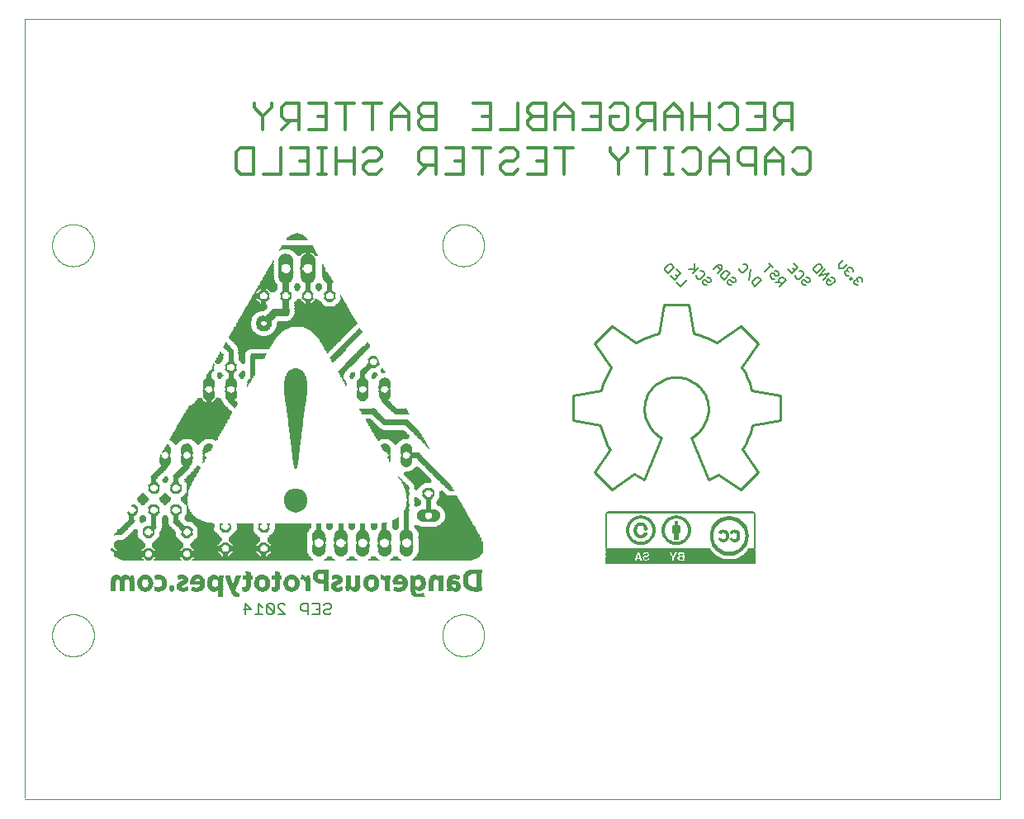
<source format=gbo>
G75*
G70*
%OFA0B0*%
%FSLAX24Y24*%
%IPPOS*%
%LPD*%
%AMOC8*
5,1,8,0,0,1.08239X$1,22.5*
%
%ADD10C,0.0050*%
%ADD11C,0.0140*%
%ADD12C,0.0000*%
%ADD13C,0.0060*%
%ADD14R,0.0440X0.0010*%
%ADD15R,0.0180X0.0010*%
%ADD16R,0.0210X0.0010*%
%ADD17R,0.0470X0.0010*%
%ADD18R,0.0220X0.0010*%
%ADD19R,0.0240X0.0010*%
%ADD20R,0.0480X0.0010*%
%ADD21R,0.0260X0.0010*%
%ADD22R,0.0490X0.0010*%
%ADD23R,0.0270X0.0010*%
%ADD24R,0.0500X0.0010*%
%ADD25R,0.0510X0.0010*%
%ADD26R,0.0280X0.0010*%
%ADD27R,0.0120X0.0010*%
%ADD28R,0.0250X0.0010*%
%ADD29R,0.0060X0.0010*%
%ADD30R,0.0230X0.0010*%
%ADD31R,0.0030X0.0010*%
%ADD32R,0.0200X0.0010*%
%ADD33R,0.0190X0.0010*%
%ADD34R,0.0130X0.0010*%
%ADD35R,0.0140X0.0010*%
%ADD36R,0.0170X0.0010*%
%ADD37R,0.0150X0.0010*%
%ADD38R,0.0160X0.0010*%
%ADD39R,0.0090X0.0010*%
%ADD40R,0.0100X0.0010*%
%ADD41R,0.0410X0.0010*%
%ADD42R,0.0300X0.0010*%
%ADD43R,0.0290X0.0010*%
%ADD44R,0.0380X0.0010*%
%ADD45R,0.0340X0.0010*%
%ADD46R,0.0310X0.0010*%
%ADD47R,0.0350X0.0010*%
%ADD48R,0.0320X0.0010*%
%ADD49R,0.0400X0.0010*%
%ADD50R,0.0360X0.0010*%
%ADD51R,0.0330X0.0010*%
%ADD52R,0.0370X0.0010*%
%ADD53R,0.0530X0.0010*%
%ADD54R,0.0390X0.0010*%
%ADD55R,0.0560X0.0010*%
%ADD56R,0.0450X0.0010*%
%ADD57R,0.0430X0.0010*%
%ADD58R,0.0540X0.0010*%
%ADD59R,0.0520X0.0010*%
%ADD60R,0.0550X0.0010*%
%ADD61R,0.0460X0.0010*%
%ADD62R,0.0590X0.0010*%
%ADD63R,0.0420X0.0010*%
%ADD64R,0.0600X0.0010*%
%ADD65R,0.0570X0.0010*%
%ADD66R,0.0610X0.0010*%
%ADD67R,0.0580X0.0010*%
%ADD68R,0.0630X0.0010*%
%ADD69R,0.0640X0.0010*%
%ADD70R,0.0650X0.0010*%
%ADD71R,0.0660X0.0010*%
%ADD72R,0.0110X0.0010*%
%ADD73R,0.0050X0.0010*%
%ADD74R,0.0070X0.0010*%
%ADD75R,0.0040X0.0010*%
%ADD76R,0.0020X0.0010*%
%ADD77R,0.0010X0.0010*%
%ADD78R,0.0910X0.0010*%
%ADD79R,0.0900X0.0010*%
%ADD80R,0.0080X0.0010*%
%ADD81R,0.0680X0.0010*%
%ADD82R,0.0620X0.0010*%
%ADD83R,0.2340X0.0010*%
%ADD84R,0.4900X0.0010*%
%ADD85R,0.1140X0.0010*%
%ADD86R,0.0800X0.0010*%
%ADD87R,0.2370X0.0010*%
%ADD88R,0.4860X0.0010*%
%ADD89R,0.1120X0.0010*%
%ADD90R,0.0840X0.0010*%
%ADD91R,0.2380X0.0010*%
%ADD92R,0.4850X0.0010*%
%ADD93R,0.1100X0.0010*%
%ADD94R,0.2400X0.0010*%
%ADD95R,0.4810X0.0010*%
%ADD96R,0.1080X0.0010*%
%ADD97R,0.0870X0.0010*%
%ADD98R,0.2430X0.0010*%
%ADD99R,0.4790X0.0010*%
%ADD100R,0.1060X0.0010*%
%ADD101R,0.4770X0.0010*%
%ADD102R,0.1040X0.0010*%
%ADD103R,0.2440X0.0010*%
%ADD104R,0.4750X0.0010*%
%ADD105R,0.1020X0.0010*%
%ADD106R,0.0930X0.0010*%
%ADD107R,0.2490X0.0010*%
%ADD108R,0.4730X0.0010*%
%ADD109R,0.1010X0.0010*%
%ADD110R,0.0960X0.0010*%
%ADD111R,0.1000X0.0010*%
%ADD112R,0.2500X0.0010*%
%ADD113R,0.0990X0.0010*%
%ADD114R,0.0980X0.0010*%
%ADD115R,0.2520X0.0010*%
%ADD116R,0.4680X0.0010*%
%ADD117R,0.0940X0.0010*%
%ADD118R,0.0950X0.0010*%
%ADD119R,0.0920X0.0010*%
%ADD120R,0.4670X0.0010*%
%ADD121R,0.2530X0.0010*%
%ADD122R,0.4650X0.0010*%
%ADD123R,0.2540X0.0010*%
%ADD124R,0.2570X0.0010*%
%ADD125R,0.1700X0.0010*%
%ADD126R,0.1290X0.0010*%
%ADD127R,0.1300X0.0010*%
%ADD128R,0.1350X0.0010*%
%ADD129R,0.1260X0.0010*%
%ADD130R,0.2550X0.0010*%
%ADD131R,0.1670X0.0010*%
%ADD132R,0.1280X0.0010*%
%ADD133R,0.1320X0.0010*%
%ADD134R,0.1250X0.0010*%
%ADD135R,0.1660X0.0010*%
%ADD136R,0.1310X0.0010*%
%ADD137R,0.1650X0.0010*%
%ADD138R,0.1230X0.0010*%
%ADD139R,0.1270X0.0010*%
%ADD140R,0.1640X0.0010*%
%ADD141R,0.1200X0.0010*%
%ADD142R,0.1240X0.0010*%
%ADD143R,0.2560X0.0010*%
%ADD144R,0.1620X0.0010*%
%ADD145R,0.1190X0.0010*%
%ADD146R,0.1600X0.0010*%
%ADD147R,0.1180X0.0010*%
%ADD148R,0.2590X0.0010*%
%ADD149R,0.1580X0.0010*%
%ADD150R,0.1160X0.0010*%
%ADD151R,0.1570X0.0010*%
%ADD152R,0.2580X0.0010*%
%ADD153R,0.1550X0.0010*%
%ADD154R,0.1540X0.0010*%
%ADD155R,0.1520X0.0010*%
%ADD156R,0.1510X0.0010*%
%ADD157R,0.1170X0.0010*%
%ADD158R,0.1500X0.0010*%
%ADD159R,0.1150X0.0010*%
%ADD160R,0.1490X0.0010*%
%ADD161R,0.1480X0.0010*%
%ADD162R,0.1460X0.0010*%
%ADD163R,0.1450X0.0010*%
%ADD164R,0.1130X0.0010*%
%ADD165R,0.1440X0.0010*%
%ADD166R,0.1430X0.0010*%
%ADD167R,0.1330X0.0010*%
%ADD168R,0.1340X0.0010*%
%ADD169R,0.1630X0.0010*%
%ADD170R,0.1610X0.0010*%
%ADD171R,0.0970X0.0010*%
%ADD172R,0.1030X0.0010*%
%ADD173R,0.1590X0.0010*%
%ADD174R,0.1050X0.0010*%
%ADD175R,0.1090X0.0010*%
%ADD176R,0.1110X0.0010*%
%ADD177R,0.1210X0.0010*%
%ADD178R,0.1220X0.0010*%
%ADD179R,0.1470X0.0010*%
%ADD180R,0.1070X0.0010*%
%ADD181R,0.1530X0.0010*%
%ADD182R,0.1560X0.0010*%
%ADD183R,0.0740X0.0010*%
%ADD184R,0.0730X0.0010*%
%ADD185R,0.0890X0.0010*%
%ADD186R,0.0850X0.0010*%
%ADD187R,0.0830X0.0010*%
%ADD188R,0.2510X0.0010*%
%ADD189R,0.0810X0.0010*%
%ADD190R,0.0790X0.0010*%
%ADD191R,0.0770X0.0010*%
%ADD192R,0.0760X0.0010*%
%ADD193R,0.0720X0.0010*%
%ADD194R,0.0690X0.0010*%
%ADD195R,0.2480X0.0010*%
%ADD196R,0.2470X0.0010*%
%ADD197R,0.0670X0.0010*%
%ADD198R,0.0880X0.0010*%
%ADD199R,0.2460X0.0010*%
%ADD200R,0.0860X0.0010*%
%ADD201R,0.2450X0.0010*%
%ADD202R,0.2420X0.0010*%
%ADD203R,0.1420X0.0010*%
%ADD204R,0.1410X0.0010*%
%ADD205R,0.0780X0.0010*%
%ADD206R,0.1400X0.0010*%
%ADD207R,0.0820X0.0010*%
%ADD208R,0.1390X0.0010*%
%ADD209R,0.0750X0.0010*%
%ADD210R,0.1380X0.0010*%
%ADD211R,0.0710X0.0010*%
%ADD212R,0.1370X0.0010*%
%ADD213R,0.0700X0.0010*%
%ADD214R,0.1360X0.0010*%
%ADD215R,0.2410X0.0010*%
%ADD216R,0.1900X0.0010*%
%ADD217R,0.1890X0.0010*%
%ADD218R,0.1910X0.0010*%
%ADD219R,0.1880X0.0010*%
%ADD220R,0.1870X0.0010*%
%ADD221R,0.1860X0.0010*%
%ADD222R,0.1840X0.0010*%
%ADD223R,0.1820X0.0010*%
%ADD224R,0.1800X0.0010*%
%ADD225R,0.1780X0.0010*%
%ADD226R,0.1770X0.0010*%
%ADD227R,0.1740X0.0010*%
%ADD228R,0.1730X0.0010*%
%ADD229R,0.1710X0.0010*%
%ADD230R,0.1690X0.0010*%
%ADD231R,0.1760X0.0010*%
%ADD232R,0.1790X0.0010*%
%ADD233R,0.1810X0.0010*%
%ADD234R,0.1830X0.0010*%
%ADD235R,0.1850X0.0010*%
%ADD236R,0.1920X0.0010*%
%ADD237R,0.1930X0.0010*%
%ADD238R,0.1950X0.0010*%
%ADD239R,0.1940X0.0010*%
%ADD240R,0.1720X0.0010*%
%ADD241R,0.2020X0.0010*%
%ADD242R,0.2080X0.0010*%
%ADD243R,0.2090X0.0010*%
%ADD244R,0.2160X0.0010*%
%ADD245R,0.3150X0.0010*%
%ADD246R,0.3160X0.0010*%
%ADD247R,0.3180X0.0010*%
%ADD248R,0.3190X0.0010*%
%ADD249R,0.3210X0.0010*%
%ADD250R,0.3220X0.0010*%
%ADD251R,0.3240X0.0010*%
%ADD252R,0.3250X0.0010*%
%ADD253R,0.3230X0.0010*%
%ADD254R,0.3200X0.0010*%
%ADD255R,0.3170X0.0010*%
%ADD256R,0.3130X0.0010*%
%ADD257R,0.3120X0.0010*%
%ADD258R,0.2760X0.0010*%
%ADD259R,0.2720X0.0010*%
%ADD260R,0.2690X0.0010*%
%ADD261R,0.2630X0.0010*%
%ADD262R,0.2620X0.0010*%
%ADD263R,0.2390X0.0010*%
%ADD264R,0.2360X0.0010*%
%ADD265R,0.2330X0.0010*%
%ADD266R,0.2320X0.0010*%
%ADD267R,0.2310X0.0010*%
%ADD268R,0.2290X0.0010*%
%ADD269R,0.2280X0.0010*%
%ADD270R,0.2270X0.0010*%
%ADD271R,0.2260X0.0010*%
%ADD272R,0.2250X0.0010*%
%ADD273R,0.2240X0.0010*%
%ADD274R,0.2230X0.0010*%
%ADD275R,0.2220X0.0010*%
%ADD276R,0.2200X0.0010*%
%ADD277R,0.2190X0.0010*%
%ADD278R,0.2180X0.0010*%
%ADD279R,0.2170X0.0010*%
%ADD280R,0.2140X0.0010*%
%ADD281R,0.6015X0.0015*%
%ADD282R,0.6045X0.0015*%
%ADD283R,0.4395X0.0015*%
%ADD284R,0.1620X0.0015*%
%ADD285R,0.2865X0.0015*%
%ADD286R,0.0210X0.0015*%
%ADD287R,0.0975X0.0015*%
%ADD288R,0.0075X0.0015*%
%ADD289R,0.0165X0.0015*%
%ADD290R,0.1170X0.0015*%
%ADD291R,0.0180X0.0015*%
%ADD292R,0.0945X0.0015*%
%ADD293R,0.0045X0.0015*%
%ADD294R,0.1035X0.0015*%
%ADD295R,0.1785X0.0015*%
%ADD296R,0.0930X0.0015*%
%ADD297R,0.0150X0.0015*%
%ADD298R,0.0885X0.0015*%
%ADD299R,0.1650X0.0015*%
%ADD300R,0.0060X0.0015*%
%ADD301R,0.0030X0.0015*%
%ADD302R,0.0135X0.0015*%
%ADD303R,0.1185X0.0015*%
%ADD304R,0.0810X0.0015*%
%ADD305R,0.1575X0.0015*%
%ADD306R,0.0120X0.0015*%
%ADD307R,0.0915X0.0015*%
%ADD308R,0.0765X0.0015*%
%ADD309R,0.1530X0.0015*%
%ADD310R,0.1200X0.0015*%
%ADD311R,0.0735X0.0015*%
%ADD312R,0.1485X0.0015*%
%ADD313R,0.0690X0.0015*%
%ADD314R,0.1455X0.0015*%
%ADD315R,0.1110X0.0015*%
%ADD316R,0.0660X0.0015*%
%ADD317R,0.1425X0.0015*%
%ADD318R,0.1080X0.0015*%
%ADD319R,0.1215X0.0015*%
%ADD320R,0.0630X0.0015*%
%ADD321R,0.1395X0.0015*%
%ADD322R,0.0090X0.0015*%
%ADD323R,0.1020X0.0015*%
%ADD324R,0.0600X0.0015*%
%ADD325R,0.1365X0.0015*%
%ADD326R,0.0960X0.0015*%
%ADD327R,0.0585X0.0015*%
%ADD328R,0.1335X0.0015*%
%ADD329R,0.1230X0.0015*%
%ADD330R,0.0555X0.0015*%
%ADD331R,0.1320X0.0015*%
%ADD332R,0.0540X0.0015*%
%ADD333R,0.1290X0.0015*%
%ADD334R,0.0885X0.0015*%
%ADD335R,0.0225X0.0015*%
%ADD336R,0.1245X0.0015*%
%ADD337R,0.0510X0.0015*%
%ADD338R,0.0300X0.0015*%
%ADD339R,0.1275X0.0015*%
%ADD340R,0.0105X0.0015*%
%ADD341R,0.0270X0.0015*%
%ADD342R,0.0015X0.0015*%
%ADD343R,0.0495X0.0015*%
%ADD344R,0.0435X0.0015*%
%ADD345R,0.1260X0.0015*%
%ADD346R,0.0855X0.0015*%
%ADD347R,0.0480X0.0015*%
%ADD348R,0.0525X0.0015*%
%ADD349R,0.0465X0.0015*%
%ADD350R,0.0600X0.0015*%
%ADD351R,0.0450X0.0015*%
%ADD352R,0.0675X0.0015*%
%ADD353R,0.0840X0.0015*%
%ADD354R,0.0420X0.0015*%
%ADD355R,0.0735X0.0015*%
%ADD356R,0.0405X0.0015*%
%ADD357R,0.0780X0.0015*%
%ADD358R,0.0825X0.0015*%
%ADD359R,0.1155X0.0015*%
%ADD360R,0.0195X0.0015*%
%ADD361R,0.0390X0.0015*%
%ADD362R,0.2670X0.0015*%
%ADD363R,0.0375X0.0015*%
%ADD364R,0.4320X0.0015*%
%ADD365R,0.0360X0.0015*%
%ADD366R,0.0330X0.0015*%
%ADD367R,0.4305X0.0015*%
%ADD368R,0.0345X0.0015*%
%ADD369R,0.4290X0.0015*%
%ADD370R,0.0330X0.0015*%
%ADD371R,0.4275X0.0015*%
%ADD372R,0.0255X0.0015*%
%ADD373R,0.4260X0.0015*%
%ADD374R,0.0315X0.0015*%
%ADD375R,0.0240X0.0015*%
%ADD376R,0.0300X0.0015*%
%ADD377R,0.4245X0.0015*%
%ADD378R,0.0285X0.0015*%
%ADD379R,0.4230X0.0015*%
%ADD380R,0.0270X0.0015*%
%ADD381R,0.4215X0.0015*%
%ADD382R,0.0060X0.0015*%
%ADD383R,0.0360X0.0015*%
%ADD384R,0.0450X0.0015*%
%ADD385R,0.0510X0.0015*%
%ADD386R,0.0570X0.0015*%
%ADD387R,0.0555X0.0015*%
%ADD388R,0.0615X0.0015*%
%ADD389R,0.0660X0.0015*%
%ADD390R,0.0345X0.0015*%
%ADD391R,0.0390X0.0015*%
%ADD392R,0.0315X0.0015*%
%ADD393R,0.0420X0.0015*%
%ADD394R,0.0465X0.0015*%
%ADD395R,0.0375X0.0015*%
%ADD396R,0.0285X0.0015*%
%ADD397R,0.0405X0.0015*%
%ADD398R,0.0870X0.0015*%
%ADD399R,0.0720X0.0015*%
%ADD400R,0.0645X0.0015*%
%ADD401R,0.0585X0.0015*%
%ADD402R,0.0495X0.0015*%
%ADD403R,0.0540X0.0015*%
%ADD404R,0.0480X0.0015*%
%ADD405R,0.6015X0.0015*%
%ADD406R,0.5985X0.0015*%
%ADD407R,0.5955X0.0015*%
%ADD408R,0.5895X0.0015*%
%ADD409C,0.0100*%
D10*
X027297Y025523D02*
X027132Y025688D01*
X027037Y025783D02*
X026872Y025948D01*
X026776Y026044D02*
X026653Y026168D01*
X026653Y026250D01*
X026818Y026415D01*
X026900Y026415D01*
X027024Y026291D01*
X026776Y026044D01*
X027078Y025990D02*
X027161Y025907D01*
X027285Y026031D02*
X027037Y025783D01*
X027285Y026031D02*
X027119Y026196D01*
X027611Y026209D02*
X027859Y026209D01*
X027859Y026126D02*
X027859Y026457D01*
X028024Y026291D02*
X027776Y026044D01*
X027913Y025990D02*
X027913Y025907D01*
X027996Y025825D01*
X028078Y025825D01*
X028243Y025990D01*
X028243Y026072D01*
X028161Y026155D01*
X028078Y026155D01*
X028339Y025894D02*
X028421Y025894D01*
X028504Y025812D01*
X028504Y025729D01*
X028462Y025688D01*
X028380Y025688D01*
X028297Y025771D01*
X028215Y025771D01*
X028173Y025729D01*
X028173Y025647D01*
X028256Y025564D01*
X028339Y025564D01*
X028913Y025907D02*
X028913Y025990D01*
X029078Y026155D01*
X029161Y026155D01*
X029285Y026031D01*
X029037Y025783D01*
X028913Y025907D01*
X028776Y026044D02*
X028942Y026209D01*
X028942Y026374D01*
X028776Y026374D01*
X028611Y026209D01*
X028735Y026333D02*
X028900Y026168D01*
X029215Y025771D02*
X029173Y025729D01*
X029173Y025647D01*
X029256Y025564D01*
X029339Y025564D01*
X029380Y025688D02*
X029297Y025771D01*
X029215Y025771D01*
X029339Y025894D02*
X029421Y025894D01*
X029504Y025812D01*
X029504Y025729D01*
X029462Y025688D01*
X029380Y025688D01*
X029735Y026085D02*
X029653Y026168D01*
X029653Y026250D01*
X029735Y026085D02*
X029818Y026085D01*
X029983Y026250D01*
X029983Y026333D01*
X029900Y026415D01*
X029818Y026415D01*
X030119Y026196D02*
X030037Y025783D01*
X030173Y025729D02*
X030339Y025894D01*
X030421Y025894D01*
X030545Y025771D01*
X030297Y025523D01*
X030173Y025647D01*
X030173Y025729D01*
X030694Y026126D02*
X030942Y026374D01*
X031024Y026291D02*
X030859Y026457D01*
X031078Y026155D02*
X031161Y026155D01*
X031243Y026072D01*
X031243Y025990D01*
X031202Y025948D01*
X031119Y025948D01*
X031037Y026031D01*
X030954Y026031D01*
X030913Y025990D01*
X030913Y025907D01*
X030996Y025825D01*
X031078Y025825D01*
X031132Y025688D02*
X031297Y025688D01*
X031256Y025729D02*
X031380Y025605D01*
X031297Y025523D02*
X031545Y025771D01*
X031421Y025894D01*
X031339Y025894D01*
X031256Y025812D01*
X031256Y025729D01*
X031611Y026209D02*
X031776Y026044D01*
X032024Y026291D01*
X031859Y026457D01*
X031818Y026250D02*
X031900Y026168D01*
X032078Y026155D02*
X032161Y026155D01*
X032243Y026072D01*
X032243Y025990D01*
X032078Y025825D01*
X031996Y025825D01*
X031913Y025907D01*
X031913Y025990D01*
X032173Y025729D02*
X032173Y025647D01*
X032256Y025564D01*
X032339Y025564D01*
X032380Y025688D02*
X032297Y025771D01*
X032215Y025771D01*
X032173Y025729D01*
X032380Y025688D02*
X032462Y025688D01*
X032504Y025729D01*
X032504Y025812D01*
X032421Y025894D01*
X032339Y025894D01*
X032653Y026168D02*
X032653Y026250D01*
X032818Y026415D01*
X032900Y026415D01*
X033024Y026291D01*
X032776Y026044D01*
X032653Y026168D01*
X032872Y025948D02*
X033119Y026196D01*
X033285Y026031D02*
X032872Y025948D01*
X033037Y025783D02*
X033285Y026031D01*
X033339Y025894D02*
X033421Y025894D01*
X033504Y025812D01*
X033504Y025729D01*
X033339Y025564D01*
X033256Y025564D01*
X033173Y025647D01*
X033173Y025729D01*
X033256Y025812D01*
X033339Y025729D01*
X033689Y026257D02*
X033689Y026422D01*
X033854Y026587D01*
X034019Y026422D02*
X033854Y026257D01*
X033689Y026257D01*
X033908Y026120D02*
X033908Y026037D01*
X033990Y025955D01*
X034073Y025955D01*
X034162Y025866D02*
X034121Y025825D01*
X034162Y025783D01*
X034203Y025825D01*
X034162Y025866D01*
X034298Y025729D02*
X034298Y025647D01*
X034381Y025564D01*
X034464Y025564D01*
X034464Y025729D02*
X034422Y025771D01*
X034340Y025771D01*
X034298Y025729D01*
X034422Y025771D02*
X034422Y025853D01*
X034464Y025894D01*
X034546Y025894D01*
X034629Y025812D01*
X034629Y025729D01*
X034238Y026120D02*
X034238Y026202D01*
X034155Y026285D01*
X034073Y026285D01*
X034032Y026244D01*
X034032Y026161D01*
X033949Y026161D01*
X033908Y026120D01*
X034032Y026161D02*
X034073Y026120D01*
X027545Y025771D02*
X027297Y025523D01*
D11*
X027566Y030055D02*
X027389Y030232D01*
X027566Y030055D02*
X027919Y030055D01*
X028096Y030232D01*
X028096Y030939D01*
X027919Y031116D01*
X027566Y031116D01*
X027389Y030939D01*
X026991Y031116D02*
X026637Y031116D01*
X026814Y031116D02*
X026814Y030055D01*
X026991Y030055D02*
X026637Y030055D01*
X025901Y030055D02*
X025901Y031116D01*
X026254Y031116D02*
X025547Y031116D01*
X025150Y031116D02*
X025150Y030939D01*
X024796Y030585D01*
X024796Y030055D01*
X024796Y030585D02*
X024442Y030939D01*
X024442Y031116D01*
X024619Y031855D02*
X024442Y032032D01*
X024442Y032385D01*
X024796Y032385D01*
X025150Y032032D02*
X024973Y031855D01*
X024619Y031855D01*
X025150Y032032D02*
X025150Y032739D01*
X024973Y032916D01*
X024619Y032916D01*
X024442Y032739D01*
X024045Y032916D02*
X024045Y031855D01*
X023337Y031855D01*
X022940Y031855D02*
X022940Y032562D01*
X022586Y032916D01*
X022232Y032562D01*
X022232Y031855D01*
X021835Y031855D02*
X021304Y031855D01*
X021127Y032032D01*
X021127Y032209D01*
X021304Y032385D01*
X021835Y032385D01*
X022232Y032385D02*
X022940Y032385D01*
X023337Y032916D02*
X024045Y032916D01*
X024045Y032385D02*
X023691Y032385D01*
X022940Y031116D02*
X022232Y031116D01*
X022586Y031116D02*
X022586Y030055D01*
X021835Y030055D02*
X021127Y030055D01*
X020730Y030232D02*
X020553Y030055D01*
X020199Y030055D01*
X020023Y030232D01*
X020023Y030409D01*
X020199Y030585D01*
X020553Y030585D01*
X020730Y030762D01*
X020730Y030939D01*
X020553Y031116D01*
X020199Y031116D01*
X020023Y030939D01*
X019625Y031116D02*
X018918Y031116D01*
X019271Y031116D02*
X019271Y030055D01*
X018520Y030055D02*
X017813Y030055D01*
X017415Y030055D02*
X017415Y031116D01*
X016884Y031116D01*
X016708Y030939D01*
X016708Y030585D01*
X016884Y030409D01*
X017415Y030409D01*
X017061Y030409D02*
X016708Y030055D01*
X017813Y031116D02*
X018520Y031116D01*
X018520Y030055D01*
X018520Y030585D02*
X018166Y030585D01*
X017415Y031855D02*
X016884Y031855D01*
X016708Y032032D01*
X016708Y032209D01*
X016884Y032385D01*
X017415Y032385D01*
X017415Y031855D02*
X017415Y032916D01*
X016884Y032916D01*
X016708Y032739D01*
X016708Y032562D01*
X016884Y032385D01*
X016310Y032385D02*
X015603Y032385D01*
X015603Y032562D02*
X015603Y031855D01*
X016310Y031855D02*
X016310Y032562D01*
X015956Y032916D01*
X015603Y032562D01*
X015205Y032916D02*
X014498Y032916D01*
X014851Y032916D02*
X014851Y031855D01*
X014675Y031116D02*
X014498Y030939D01*
X014675Y031116D02*
X015028Y031116D01*
X015205Y030939D01*
X015205Y030762D01*
X015028Y030585D01*
X014675Y030585D01*
X014498Y030409D01*
X014498Y030232D01*
X014675Y030055D01*
X015028Y030055D01*
X015205Y030232D01*
X014100Y030055D02*
X014100Y031116D01*
X014100Y030585D02*
X013393Y030585D01*
X013393Y030055D02*
X013393Y031116D01*
X012995Y031116D02*
X012642Y031116D01*
X012818Y031116D02*
X012818Y030055D01*
X012642Y030055D02*
X012995Y030055D01*
X012259Y030055D02*
X011551Y030055D01*
X011154Y030055D02*
X010446Y030055D01*
X010049Y030055D02*
X009518Y030055D01*
X009341Y030232D01*
X009341Y030939D01*
X009518Y031116D01*
X010049Y031116D01*
X010049Y030055D01*
X011154Y030055D02*
X011154Y031116D01*
X011551Y031116D02*
X012259Y031116D01*
X012259Y030055D01*
X012259Y030585D02*
X011905Y030585D01*
X011890Y031855D02*
X011890Y032916D01*
X011360Y032916D01*
X011183Y032739D01*
X011183Y032385D01*
X011360Y032209D01*
X011890Y032209D01*
X011537Y032209D02*
X011183Y031855D01*
X010432Y031855D02*
X010432Y032385D01*
X010078Y032739D01*
X010078Y032916D01*
X010432Y032385D02*
X010785Y032739D01*
X010785Y032916D01*
X012288Y032916D02*
X012995Y032916D01*
X012995Y031855D01*
X012288Y031855D01*
X012642Y032385D02*
X012995Y032385D01*
X013393Y032916D02*
X014100Y032916D01*
X013746Y032916D02*
X013746Y031855D01*
X018918Y031855D02*
X019625Y031855D01*
X019625Y032916D01*
X018918Y032916D01*
X019271Y032385D02*
X019625Y032385D01*
X020023Y031855D02*
X020730Y031855D01*
X020730Y032916D01*
X021127Y032739D02*
X021127Y032562D01*
X021304Y032385D01*
X021127Y032739D02*
X021304Y032916D01*
X021835Y032916D01*
X021835Y031855D01*
X021835Y031116D02*
X021127Y031116D01*
X021481Y030585D02*
X021835Y030585D01*
X021835Y030055D02*
X021835Y031116D01*
X025547Y031855D02*
X025901Y032209D01*
X025724Y032209D02*
X026254Y032209D01*
X026254Y031855D02*
X026254Y032916D01*
X025724Y032916D01*
X025547Y032739D01*
X025547Y032385D01*
X025724Y032209D01*
X026652Y032385D02*
X027359Y032385D01*
X027359Y032562D02*
X027359Y031855D01*
X027757Y031855D02*
X027757Y032916D01*
X027359Y032562D02*
X027006Y032916D01*
X026652Y032562D01*
X026652Y031855D01*
X027757Y032385D02*
X028464Y032385D01*
X028464Y031855D02*
X028464Y032916D01*
X028862Y032739D02*
X029039Y032916D01*
X029393Y032916D01*
X029569Y032739D01*
X029569Y032032D01*
X029393Y031855D01*
X029039Y031855D01*
X028862Y032032D01*
X028847Y031116D02*
X028494Y030762D01*
X028494Y030055D01*
X028494Y030585D02*
X029201Y030585D01*
X029201Y030762D02*
X028847Y031116D01*
X029201Y030762D02*
X029201Y030055D01*
X029599Y030585D02*
X029775Y030409D01*
X030306Y030409D01*
X030306Y030055D02*
X030306Y031116D01*
X029775Y031116D01*
X029599Y030939D01*
X029599Y030585D01*
X030704Y030585D02*
X031411Y030585D01*
X031411Y030762D02*
X031057Y031116D01*
X030704Y030762D01*
X030704Y030055D01*
X031411Y030055D02*
X031411Y030762D01*
X031809Y030939D02*
X031985Y031116D01*
X032339Y031116D01*
X032516Y030939D01*
X032516Y030232D01*
X032339Y030055D01*
X031985Y030055D01*
X031809Y030232D01*
X031779Y031855D02*
X031779Y032916D01*
X031249Y032916D01*
X031072Y032739D01*
X031072Y032385D01*
X031249Y032209D01*
X031779Y032209D01*
X031426Y032209D02*
X031072Y031855D01*
X030674Y031855D02*
X029967Y031855D01*
X030321Y032385D02*
X030674Y032385D01*
X030674Y031855D02*
X030674Y032916D01*
X029967Y032916D01*
D12*
X040170Y004800D02*
X000800Y004800D01*
X000800Y004863D02*
X000800Y036296D01*
X040170Y036296D01*
X040170Y004800D01*
X017670Y011426D02*
X017672Y011484D01*
X017678Y011541D01*
X017688Y011598D01*
X017701Y011654D01*
X017719Y011709D01*
X017740Y011763D01*
X017765Y011815D01*
X017793Y011866D01*
X017825Y011914D01*
X017860Y011960D01*
X017898Y012003D01*
X017939Y012044D01*
X017982Y012082D01*
X018028Y012117D01*
X018076Y012149D01*
X018127Y012177D01*
X018179Y012202D01*
X018233Y012223D01*
X018288Y012241D01*
X018344Y012254D01*
X018401Y012264D01*
X018458Y012270D01*
X018516Y012272D01*
X018574Y012270D01*
X018631Y012264D01*
X018688Y012254D01*
X018744Y012241D01*
X018799Y012223D01*
X018853Y012202D01*
X018905Y012177D01*
X018956Y012149D01*
X019004Y012117D01*
X019050Y012082D01*
X019093Y012044D01*
X019134Y012003D01*
X019172Y011960D01*
X019207Y011914D01*
X019239Y011866D01*
X019267Y011815D01*
X019292Y011763D01*
X019313Y011709D01*
X019331Y011654D01*
X019344Y011598D01*
X019354Y011541D01*
X019360Y011484D01*
X019362Y011426D01*
X019360Y011368D01*
X019354Y011311D01*
X019344Y011254D01*
X019331Y011198D01*
X019313Y011143D01*
X019292Y011089D01*
X019267Y011037D01*
X019239Y010986D01*
X019207Y010938D01*
X019172Y010892D01*
X019134Y010849D01*
X019093Y010808D01*
X019050Y010770D01*
X019004Y010735D01*
X018956Y010703D01*
X018905Y010675D01*
X018853Y010650D01*
X018799Y010629D01*
X018744Y010611D01*
X018688Y010598D01*
X018631Y010588D01*
X018574Y010582D01*
X018516Y010580D01*
X018458Y010582D01*
X018401Y010588D01*
X018344Y010598D01*
X018288Y010611D01*
X018233Y010629D01*
X018179Y010650D01*
X018127Y010675D01*
X018076Y010703D01*
X018028Y010735D01*
X017982Y010770D01*
X017939Y010808D01*
X017898Y010849D01*
X017860Y010892D01*
X017825Y010938D01*
X017793Y010986D01*
X017765Y011037D01*
X017740Y011089D01*
X017719Y011143D01*
X017701Y011198D01*
X017688Y011254D01*
X017678Y011311D01*
X017672Y011368D01*
X017670Y011426D01*
X001922Y011426D02*
X001924Y011484D01*
X001930Y011541D01*
X001940Y011598D01*
X001953Y011654D01*
X001971Y011709D01*
X001992Y011763D01*
X002017Y011815D01*
X002045Y011866D01*
X002077Y011914D01*
X002112Y011960D01*
X002150Y012003D01*
X002191Y012044D01*
X002234Y012082D01*
X002280Y012117D01*
X002328Y012149D01*
X002379Y012177D01*
X002431Y012202D01*
X002485Y012223D01*
X002540Y012241D01*
X002596Y012254D01*
X002653Y012264D01*
X002710Y012270D01*
X002768Y012272D01*
X002826Y012270D01*
X002883Y012264D01*
X002940Y012254D01*
X002996Y012241D01*
X003051Y012223D01*
X003105Y012202D01*
X003157Y012177D01*
X003208Y012149D01*
X003256Y012117D01*
X003302Y012082D01*
X003345Y012044D01*
X003386Y012003D01*
X003424Y011960D01*
X003459Y011914D01*
X003491Y011866D01*
X003519Y011815D01*
X003544Y011763D01*
X003565Y011709D01*
X003583Y011654D01*
X003596Y011598D01*
X003606Y011541D01*
X003612Y011484D01*
X003614Y011426D01*
X003612Y011368D01*
X003606Y011311D01*
X003596Y011254D01*
X003583Y011198D01*
X003565Y011143D01*
X003544Y011089D01*
X003519Y011037D01*
X003491Y010986D01*
X003459Y010938D01*
X003424Y010892D01*
X003386Y010849D01*
X003345Y010808D01*
X003302Y010770D01*
X003256Y010735D01*
X003208Y010703D01*
X003157Y010675D01*
X003105Y010650D01*
X003051Y010629D01*
X002996Y010611D01*
X002940Y010598D01*
X002883Y010588D01*
X002826Y010582D01*
X002768Y010580D01*
X002710Y010582D01*
X002653Y010588D01*
X002596Y010598D01*
X002540Y010611D01*
X002485Y010629D01*
X002431Y010650D01*
X002379Y010675D01*
X002328Y010703D01*
X002280Y010735D01*
X002234Y010770D01*
X002191Y010808D01*
X002150Y010849D01*
X002112Y010892D01*
X002077Y010938D01*
X002045Y010986D01*
X002017Y011037D01*
X001992Y011089D01*
X001971Y011143D01*
X001953Y011198D01*
X001940Y011254D01*
X001930Y011311D01*
X001924Y011368D01*
X001922Y011426D01*
X001922Y027174D02*
X001924Y027232D01*
X001930Y027289D01*
X001940Y027346D01*
X001953Y027402D01*
X001971Y027457D01*
X001992Y027511D01*
X002017Y027563D01*
X002045Y027614D01*
X002077Y027662D01*
X002112Y027708D01*
X002150Y027751D01*
X002191Y027792D01*
X002234Y027830D01*
X002280Y027865D01*
X002328Y027897D01*
X002379Y027925D01*
X002431Y027950D01*
X002485Y027971D01*
X002540Y027989D01*
X002596Y028002D01*
X002653Y028012D01*
X002710Y028018D01*
X002768Y028020D01*
X002826Y028018D01*
X002883Y028012D01*
X002940Y028002D01*
X002996Y027989D01*
X003051Y027971D01*
X003105Y027950D01*
X003157Y027925D01*
X003208Y027897D01*
X003256Y027865D01*
X003302Y027830D01*
X003345Y027792D01*
X003386Y027751D01*
X003424Y027708D01*
X003459Y027662D01*
X003491Y027614D01*
X003519Y027563D01*
X003544Y027511D01*
X003565Y027457D01*
X003583Y027402D01*
X003596Y027346D01*
X003606Y027289D01*
X003612Y027232D01*
X003614Y027174D01*
X003612Y027116D01*
X003606Y027059D01*
X003596Y027002D01*
X003583Y026946D01*
X003565Y026891D01*
X003544Y026837D01*
X003519Y026785D01*
X003491Y026734D01*
X003459Y026686D01*
X003424Y026640D01*
X003386Y026597D01*
X003345Y026556D01*
X003302Y026518D01*
X003256Y026483D01*
X003208Y026451D01*
X003157Y026423D01*
X003105Y026398D01*
X003051Y026377D01*
X002996Y026359D01*
X002940Y026346D01*
X002883Y026336D01*
X002826Y026330D01*
X002768Y026328D01*
X002710Y026330D01*
X002653Y026336D01*
X002596Y026346D01*
X002540Y026359D01*
X002485Y026377D01*
X002431Y026398D01*
X002379Y026423D01*
X002328Y026451D01*
X002280Y026483D01*
X002234Y026518D01*
X002191Y026556D01*
X002150Y026597D01*
X002112Y026640D01*
X002077Y026686D01*
X002045Y026734D01*
X002017Y026785D01*
X001992Y026837D01*
X001971Y026891D01*
X001953Y026946D01*
X001940Y027002D01*
X001930Y027059D01*
X001924Y027116D01*
X001922Y027174D01*
X017670Y027174D02*
X017672Y027232D01*
X017678Y027289D01*
X017688Y027346D01*
X017701Y027402D01*
X017719Y027457D01*
X017740Y027511D01*
X017765Y027563D01*
X017793Y027614D01*
X017825Y027662D01*
X017860Y027708D01*
X017898Y027751D01*
X017939Y027792D01*
X017982Y027830D01*
X018028Y027865D01*
X018076Y027897D01*
X018127Y027925D01*
X018179Y027950D01*
X018233Y027971D01*
X018288Y027989D01*
X018344Y028002D01*
X018401Y028012D01*
X018458Y028018D01*
X018516Y028020D01*
X018574Y028018D01*
X018631Y028012D01*
X018688Y028002D01*
X018744Y027989D01*
X018799Y027971D01*
X018853Y027950D01*
X018905Y027925D01*
X018956Y027897D01*
X019004Y027865D01*
X019050Y027830D01*
X019093Y027792D01*
X019134Y027751D01*
X019172Y027708D01*
X019207Y027662D01*
X019239Y027614D01*
X019267Y027563D01*
X019292Y027511D01*
X019313Y027457D01*
X019331Y027402D01*
X019344Y027346D01*
X019354Y027289D01*
X019360Y027232D01*
X019362Y027174D01*
X019360Y027116D01*
X019354Y027059D01*
X019344Y027002D01*
X019331Y026946D01*
X019313Y026891D01*
X019292Y026837D01*
X019267Y026785D01*
X019239Y026734D01*
X019207Y026686D01*
X019172Y026640D01*
X019134Y026597D01*
X019093Y026556D01*
X019050Y026518D01*
X019004Y026483D01*
X018956Y026451D01*
X018905Y026423D01*
X018853Y026398D01*
X018799Y026377D01*
X018744Y026359D01*
X018688Y026346D01*
X018631Y026336D01*
X018574Y026330D01*
X018516Y026328D01*
X018458Y026330D01*
X018401Y026336D01*
X018344Y026346D01*
X018288Y026359D01*
X018233Y026377D01*
X018179Y026398D01*
X018127Y026423D01*
X018076Y026451D01*
X018028Y026483D01*
X017982Y026518D01*
X017939Y026556D01*
X017898Y026597D01*
X017860Y026640D01*
X017825Y026686D01*
X017793Y026734D01*
X017765Y026785D01*
X017740Y026837D01*
X017719Y026891D01*
X017701Y026946D01*
X017688Y027002D01*
X017678Y027059D01*
X017672Y027116D01*
X017670Y027174D01*
D13*
X013100Y012708D02*
X013174Y012634D01*
X013174Y012561D01*
X013100Y012488D01*
X012954Y012488D01*
X012880Y012414D01*
X012880Y012341D01*
X012954Y012268D01*
X013100Y012268D01*
X013174Y012341D01*
X013100Y012708D02*
X012954Y012708D01*
X012880Y012634D01*
X012713Y012708D02*
X012713Y012268D01*
X012420Y012268D01*
X012253Y012268D02*
X012253Y012708D01*
X012033Y012708D01*
X011959Y012634D01*
X011959Y012488D01*
X012033Y012414D01*
X012253Y012414D01*
X012567Y012488D02*
X012713Y012488D01*
X012713Y012708D02*
X012420Y012708D01*
X011332Y012634D02*
X011259Y012708D01*
X011112Y012708D01*
X011039Y012634D01*
X011039Y012561D01*
X011332Y012268D01*
X011039Y012268D01*
X010872Y012341D02*
X010578Y012634D01*
X010578Y012341D01*
X010652Y012268D01*
X010798Y012268D01*
X010872Y012341D01*
X010872Y012634D01*
X010798Y012708D01*
X010652Y012708D01*
X010578Y012634D01*
X010411Y012561D02*
X010265Y012708D01*
X010265Y012268D01*
X010411Y012268D02*
X010118Y012268D01*
X009951Y012488D02*
X009658Y012488D01*
X009731Y012268D02*
X009731Y012708D01*
X009951Y012488D01*
D14*
X010405Y013265D03*
X007765Y013245D03*
X007785Y013745D03*
X007195Y013305D03*
X007195Y013295D03*
X006295Y013325D03*
X006295Y013335D03*
X006295Y013695D03*
X006555Y015725D03*
X007485Y016175D03*
X006475Y016865D03*
X006475Y016955D03*
X006475Y016965D03*
X005595Y016865D03*
X006475Y018365D03*
X006475Y018375D03*
X007355Y018995D03*
X007805Y019295D03*
X008595Y020815D03*
X008245Y021025D03*
X008245Y021035D03*
X008245Y021045D03*
X008245Y021645D03*
X008245Y021655D03*
X008245Y021665D03*
X009135Y021025D03*
X011755Y019415D03*
X011755Y019405D03*
X011755Y019395D03*
X011755Y019385D03*
X011755Y019375D03*
X011755Y019365D03*
X011755Y019355D03*
X011755Y019345D03*
X011755Y019335D03*
X014455Y021015D03*
X014455Y021025D03*
X014455Y021655D03*
X014455Y021665D03*
X015335Y021645D03*
X015035Y019715D03*
X016225Y019005D03*
X016225Y018995D03*
X016225Y018985D03*
X016225Y018375D03*
X016225Y018365D03*
X016645Y018055D03*
X016225Y015565D03*
X015965Y013745D03*
X015925Y013245D03*
X016735Y012995D03*
X016735Y012985D03*
X018145Y013755D03*
X018155Y013765D03*
X013575Y014725D03*
X012685Y014715D03*
X013415Y013325D03*
X011155Y023785D03*
X010075Y024825D03*
X010075Y024835D03*
X010645Y025815D03*
X010645Y025825D03*
X010645Y025835D03*
X011355Y025725D03*
X012245Y025725D03*
X012595Y024805D03*
X012595Y024795D03*
X013585Y024735D03*
D15*
X012695Y025375D03*
X012455Y026055D03*
X012455Y026065D03*
X012035Y026055D03*
X011565Y026055D03*
X011145Y026065D03*
X010775Y026255D03*
X010055Y024995D03*
X008735Y022735D03*
X008735Y022725D03*
X009615Y022465D03*
X009615Y022005D03*
X010005Y021965D03*
X010005Y021955D03*
X009275Y021485D03*
X009005Y021485D03*
X009005Y021195D03*
X009275Y021195D03*
X009275Y021205D03*
X008625Y020975D03*
X008625Y020965D03*
X008385Y021195D03*
X008385Y021205D03*
X008385Y021485D03*
X007875Y020965D03*
X008265Y021925D03*
X008265Y021935D03*
X009275Y020695D03*
X007805Y019185D03*
X007805Y019175D03*
X007505Y018825D03*
X006915Y019175D03*
X006585Y019015D03*
X006515Y017745D03*
X007445Y017515D03*
X007445Y017505D03*
X007295Y017025D03*
X007295Y016805D03*
X007295Y016795D03*
X007445Y016365D03*
X006475Y016205D03*
X005985Y015705D03*
X007625Y013685D03*
X007625Y013675D03*
X007605Y013645D03*
X007605Y013635D03*
X007595Y013625D03*
X007595Y013615D03*
X007595Y013605D03*
X007985Y013635D03*
X007985Y013645D03*
X007995Y013625D03*
X007995Y013615D03*
X007995Y013605D03*
X007995Y013595D03*
X007995Y013585D03*
X007995Y013455D03*
X007995Y013445D03*
X007995Y013435D03*
X007995Y013425D03*
X007225Y013205D03*
X007055Y013365D03*
X007055Y013375D03*
X007055Y013385D03*
X007055Y013395D03*
X005895Y013565D03*
X004395Y013565D03*
X004395Y013555D03*
X004395Y013545D03*
X004395Y013535D03*
X004395Y013525D03*
X004395Y013515D03*
X004395Y013505D03*
X004395Y013495D03*
X004395Y013485D03*
X004395Y013475D03*
X004395Y013465D03*
X004395Y013455D03*
X004395Y013445D03*
X004395Y013435D03*
X004395Y013425D03*
X004395Y013415D03*
X004395Y013405D03*
X004395Y013395D03*
X004395Y013385D03*
X004395Y013375D03*
X004395Y013365D03*
X004395Y013355D03*
X004395Y013345D03*
X004395Y013335D03*
X004395Y013325D03*
X004395Y013315D03*
X004395Y013305D03*
X004395Y013295D03*
X004395Y013285D03*
X004395Y013275D03*
X004395Y013265D03*
X004395Y013255D03*
X004395Y013245D03*
X004395Y013235D03*
X004395Y013225D03*
X004395Y013215D03*
X004395Y013575D03*
X004395Y013585D03*
X004395Y013595D03*
X004395Y013605D03*
X004395Y013615D03*
X008735Y013755D03*
X008735Y013765D03*
X008735Y013775D03*
X009045Y013685D03*
X009045Y013675D03*
X009045Y013665D03*
X009065Y013635D03*
X009065Y013625D03*
X009065Y013615D03*
X009075Y013595D03*
X009075Y013585D03*
X009075Y013575D03*
X009075Y013565D03*
X009095Y013525D03*
X009095Y013515D03*
X009105Y013485D03*
X009105Y013475D03*
X009305Y013445D03*
X009305Y013435D03*
X009315Y013465D03*
X009315Y013475D03*
X009345Y013555D03*
X009375Y012995D03*
X009375Y012985D03*
X011025Y013425D03*
X011025Y013435D03*
X011025Y013445D03*
X011025Y013455D03*
X011025Y013465D03*
X011025Y013475D03*
X011025Y013485D03*
X011025Y013495D03*
X011025Y013505D03*
X011025Y013515D03*
X011025Y013525D03*
X011025Y013535D03*
X011025Y013545D03*
X011025Y013555D03*
X011025Y013565D03*
X011025Y013575D03*
X011025Y013585D03*
X011025Y013595D03*
X011025Y013605D03*
X011025Y013615D03*
X011025Y013625D03*
X011025Y013635D03*
X011025Y013645D03*
X011025Y013655D03*
X011025Y013665D03*
X011025Y013845D03*
X011025Y013855D03*
X011025Y013865D03*
X011025Y013875D03*
X011025Y013885D03*
X011025Y013895D03*
X011025Y013905D03*
X011025Y013915D03*
X011025Y013925D03*
X011025Y013935D03*
X012065Y013755D03*
X012515Y014965D03*
X012515Y014975D03*
X012515Y015315D03*
X012875Y015295D03*
X013395Y015295D03*
X013395Y015305D03*
X013395Y015315D03*
X013755Y015305D03*
X014005Y015715D03*
X014645Y015295D03*
X015155Y015295D03*
X015155Y015305D03*
X015515Y015315D03*
X015515Y014975D03*
X015515Y014965D03*
X015785Y014565D03*
X016055Y014965D03*
X016395Y015315D03*
X015825Y016065D03*
X016245Y016465D03*
X016245Y016475D03*
X016245Y016485D03*
X016635Y016905D03*
X016245Y017305D03*
X016245Y017315D03*
X016245Y017325D03*
X016245Y017335D03*
X016205Y017445D03*
X016635Y017375D03*
X016635Y017365D03*
X017645Y017185D03*
X018035Y017255D03*
X018035Y017265D03*
X016835Y019345D03*
X016825Y019355D03*
X016815Y019365D03*
X016805Y019385D03*
X015125Y019335D03*
X014595Y021195D03*
X014595Y021205D03*
X014595Y021485D03*
X015195Y021485D03*
X015345Y021785D03*
X014055Y021965D03*
X014025Y021845D03*
X013275Y022535D03*
X013055Y022915D03*
X014315Y023705D03*
X012915Y026065D03*
X011745Y018395D03*
X011745Y018385D03*
X011745Y018375D03*
X011745Y018365D03*
X011745Y018355D03*
X011745Y018345D03*
X011745Y018335D03*
X011745Y018325D03*
X007805Y018185D03*
X013125Y014565D03*
X013125Y014555D03*
X013575Y014625D03*
X014015Y014555D03*
X014465Y014625D03*
X014895Y014555D03*
X015275Y013765D03*
X015275Y013755D03*
X015485Y013755D03*
X015485Y013745D03*
X015485Y013765D03*
X015485Y013775D03*
X015485Y013785D03*
X015785Y013655D03*
X015785Y013645D03*
X015785Y013635D03*
X015765Y013615D03*
X015765Y013605D03*
X015765Y013595D03*
X015765Y013585D03*
X015795Y013675D03*
X016145Y013665D03*
X016155Y013655D03*
X016155Y013645D03*
X016155Y013635D03*
X016175Y013605D03*
X016175Y013595D03*
X016175Y013455D03*
X016175Y013445D03*
X016175Y013435D03*
X016175Y013425D03*
X016475Y013275D03*
X016475Y013265D03*
X016475Y013255D03*
X016485Y013215D03*
X016485Y013205D03*
X016485Y013195D03*
X016485Y013185D03*
X015925Y013195D03*
X016475Y013785D03*
X017225Y013595D03*
X017225Y013585D03*
X017225Y013575D03*
X017225Y013565D03*
X017225Y013555D03*
X017225Y013545D03*
X017225Y013535D03*
X017225Y013525D03*
X017225Y013515D03*
X017225Y013505D03*
X017225Y013495D03*
X017225Y013485D03*
X017225Y013475D03*
X017225Y013465D03*
X017225Y013455D03*
X017225Y013445D03*
X017225Y013435D03*
X017225Y013425D03*
X017225Y013415D03*
X017225Y013405D03*
X017225Y013395D03*
X017225Y013385D03*
X017225Y013375D03*
X017225Y013365D03*
X017225Y013355D03*
X017225Y013345D03*
X017225Y013335D03*
X017225Y013325D03*
X017225Y013315D03*
X017225Y013305D03*
X017225Y013295D03*
X017225Y013285D03*
X017225Y013275D03*
X017225Y013265D03*
X017225Y013255D03*
X017225Y013245D03*
X017225Y013235D03*
X017225Y013225D03*
X017225Y013215D03*
X017625Y013755D03*
X017625Y013765D03*
X017625Y013775D03*
X017625Y013785D03*
X017625Y013795D03*
X017625Y013805D03*
X017625Y013815D03*
X017975Y013665D03*
X017955Y013245D03*
X017945Y013235D03*
X017945Y013225D03*
X017945Y013215D03*
X013545Y013635D03*
X013545Y013645D03*
X013545Y013655D03*
X013545Y013665D03*
X013545Y013675D03*
X013545Y013685D03*
D16*
X013380Y013825D03*
X013290Y013405D03*
X012570Y013695D03*
X012560Y013705D03*
X012560Y013715D03*
X012560Y013725D03*
X012560Y013735D03*
X012560Y013845D03*
X012560Y013855D03*
X012560Y013865D03*
X012560Y013875D03*
X012570Y013885D03*
X012240Y013595D03*
X012240Y013585D03*
X012240Y013575D03*
X012240Y013565D03*
X011810Y013565D03*
X011810Y013555D03*
X011810Y013545D03*
X011810Y013575D03*
X011810Y013585D03*
X011790Y013615D03*
X011790Y013625D03*
X011790Y013635D03*
X011780Y013665D03*
X011810Y013485D03*
X011810Y013475D03*
X011810Y013465D03*
X011810Y013455D03*
X011810Y013445D03*
X011790Y013405D03*
X011790Y013395D03*
X011780Y013385D03*
X011390Y013395D03*
X011370Y013425D03*
X011370Y013605D03*
X011390Y013635D03*
X011390Y013645D03*
X011390Y013655D03*
X011400Y013665D03*
X011580Y013825D03*
X011020Y013685D03*
X011010Y013375D03*
X010610Y013405D03*
X010610Y013415D03*
X010610Y013425D03*
X010590Y013375D03*
X010610Y013605D03*
X010610Y013615D03*
X010610Y013625D03*
X010590Y013645D03*
X010590Y013655D03*
X010580Y013675D03*
X010570Y013685D03*
X010380Y013825D03*
X010220Y013665D03*
X010210Y013655D03*
X010200Y013645D03*
X010200Y013635D03*
X010190Y013625D03*
X010190Y013615D03*
X010190Y013605D03*
X010170Y013525D03*
X010190Y013425D03*
X010190Y013415D03*
X010190Y013405D03*
X010200Y013385D03*
X010210Y013375D03*
X010220Y013365D03*
X009830Y013385D03*
X009820Y013375D03*
X009810Y013365D03*
X009380Y013635D03*
X009390Y013675D03*
X009390Y013685D03*
X009390Y013695D03*
X009410Y013725D03*
X009410Y013735D03*
X009410Y013745D03*
X009420Y013765D03*
X009420Y013775D03*
X009420Y013785D03*
X009440Y013805D03*
X009440Y013815D03*
X009030Y013745D03*
X009030Y013735D03*
X009030Y013725D03*
X009030Y013715D03*
X009020Y013755D03*
X009020Y013765D03*
X009020Y013775D03*
X009020Y013785D03*
X009020Y013795D03*
X008720Y013615D03*
X008720Y013605D03*
X008720Y013595D03*
X008720Y013585D03*
X008720Y013575D03*
X008720Y013565D03*
X008720Y013555D03*
X008720Y013545D03*
X008720Y013535D03*
X008720Y013525D03*
X008720Y013515D03*
X008720Y013505D03*
X008720Y013495D03*
X008720Y013485D03*
X008720Y013475D03*
X008720Y013465D03*
X008720Y013455D03*
X008720Y013445D03*
X008720Y013435D03*
X008720Y013425D03*
X008720Y013415D03*
X008720Y013235D03*
X008720Y013225D03*
X008720Y013215D03*
X008720Y013205D03*
X008720Y013195D03*
X008720Y013185D03*
X008720Y013175D03*
X008720Y013165D03*
X008720Y013155D03*
X008720Y013145D03*
X008720Y013135D03*
X008720Y013125D03*
X008720Y013115D03*
X008720Y013105D03*
X008720Y013095D03*
X008720Y013085D03*
X008720Y013075D03*
X008720Y013065D03*
X008720Y013055D03*
X008720Y013045D03*
X008720Y013035D03*
X008720Y013025D03*
X008720Y013015D03*
X008720Y013005D03*
X008720Y012995D03*
X008720Y012985D03*
X009240Y013175D03*
X009260Y013155D03*
X009210Y013245D03*
X009210Y013255D03*
X009360Y013005D03*
X008300Y013395D03*
X008280Y013465D03*
X008280Y013475D03*
X008280Y013485D03*
X008280Y013495D03*
X008280Y013505D03*
X008280Y013515D03*
X008280Y013525D03*
X008280Y013535D03*
X008280Y013545D03*
X008280Y013555D03*
X008280Y013565D03*
X008280Y013575D03*
X008280Y013585D03*
X008300Y013625D03*
X008300Y013635D03*
X008310Y013645D03*
X007780Y013835D03*
X007640Y013695D03*
X007310Y013625D03*
X007290Y013695D03*
X007150Y013825D03*
X007070Y013425D03*
X007070Y013335D03*
X006750Y013355D03*
X006750Y013365D03*
X006450Y013425D03*
X006450Y013435D03*
X006450Y013445D03*
X006450Y013455D03*
X006440Y013415D03*
X006450Y013585D03*
X006450Y013595D03*
X006440Y013615D03*
X005880Y013615D03*
X005880Y013625D03*
X005880Y013635D03*
X005880Y013405D03*
X005880Y013395D03*
X005870Y013365D03*
X005490Y013365D03*
X005480Y013395D03*
X005460Y013445D03*
X005460Y013585D03*
X005460Y013595D03*
X005460Y013605D03*
X005480Y013625D03*
X005480Y013635D03*
X005490Y013645D03*
X005670Y013825D03*
X005130Y013625D03*
X005130Y013615D03*
X004880Y013815D03*
X004760Y013625D03*
X004760Y013615D03*
X004520Y013815D03*
X004410Y013665D03*
X005810Y014925D03*
X005810Y015355D03*
X005270Y015595D03*
X005270Y015605D03*
X005130Y016065D03*
X005130Y016075D03*
X005130Y016085D03*
X005130Y016095D03*
X005130Y016105D03*
X005130Y016115D03*
X005130Y016125D03*
X005130Y016135D03*
X005130Y016145D03*
X005130Y016155D03*
X005130Y016165D03*
X005130Y016175D03*
X005130Y016185D03*
X005130Y016195D03*
X005130Y016205D03*
X005130Y016215D03*
X005130Y016225D03*
X005220Y016625D03*
X005590Y016745D03*
X005590Y017075D03*
X006040Y017135D03*
X006030Y016695D03*
X006470Y016745D03*
X006470Y017075D03*
X006480Y017635D03*
X006500Y017715D03*
X006920Y017715D03*
X006920Y017705D03*
X006920Y017695D03*
X006920Y017685D03*
X006920Y017675D03*
X006920Y017665D03*
X006920Y017655D03*
X006920Y017645D03*
X006920Y017635D03*
X006920Y017625D03*
X006920Y017615D03*
X006920Y017605D03*
X006920Y017595D03*
X006920Y017585D03*
X006920Y017725D03*
X006920Y017735D03*
X006920Y017745D03*
X007450Y017545D03*
X007280Y016995D03*
X007280Y016835D03*
X007280Y016825D03*
X006920Y016695D03*
X006920Y016245D03*
X006920Y016235D03*
X006920Y016225D03*
X006920Y016215D03*
X006920Y016205D03*
X006920Y016195D03*
X006920Y016185D03*
X006920Y016175D03*
X006920Y016165D03*
X006920Y016155D03*
X006920Y016145D03*
X006920Y016135D03*
X006920Y016125D03*
X006920Y016115D03*
X006920Y016105D03*
X006920Y016095D03*
X006920Y016085D03*
X006920Y016075D03*
X007460Y016315D03*
X007370Y014925D03*
X008910Y014685D03*
X008910Y014625D03*
X008910Y014615D03*
X008910Y014605D03*
X008910Y014595D03*
X010460Y014605D03*
X010460Y014615D03*
X010460Y014625D03*
X010460Y014635D03*
X010460Y014645D03*
X010460Y014655D03*
X010460Y014665D03*
X010460Y014675D03*
X010460Y014685D03*
X012690Y015675D03*
X012690Y015685D03*
X012690Y015695D03*
X012690Y015705D03*
X012690Y015715D03*
X012690Y015725D03*
X012690Y015735D03*
X012690Y015745D03*
X012690Y015755D03*
X012690Y015765D03*
X012690Y015775D03*
X012690Y015785D03*
X012690Y015795D03*
X012690Y015805D03*
X012690Y015815D03*
X012690Y015825D03*
X012690Y015835D03*
X012690Y015845D03*
X012690Y015855D03*
X012690Y015865D03*
X012690Y015875D03*
X012690Y015885D03*
X012690Y015895D03*
X012690Y015905D03*
X012690Y015915D03*
X013120Y015725D03*
X013580Y015725D03*
X013580Y015715D03*
X013580Y015705D03*
X013580Y015695D03*
X013580Y015685D03*
X013580Y015675D03*
X013580Y015665D03*
X013580Y015735D03*
X013580Y015745D03*
X013580Y015755D03*
X013580Y015765D03*
X013580Y015775D03*
X013580Y015785D03*
X013580Y015795D03*
X013580Y015805D03*
X013580Y015815D03*
X013580Y015825D03*
X013580Y015835D03*
X013580Y015845D03*
X013580Y015855D03*
X013580Y015865D03*
X013580Y015875D03*
X013580Y015885D03*
X013580Y015895D03*
X013580Y015905D03*
X013580Y015915D03*
X013740Y015315D03*
X014460Y015655D03*
X014460Y015665D03*
X014460Y015675D03*
X014460Y015685D03*
X014460Y015695D03*
X014460Y015705D03*
X014460Y015715D03*
X014460Y015725D03*
X014460Y015735D03*
X014460Y015745D03*
X014460Y015755D03*
X014460Y015765D03*
X014460Y015775D03*
X014460Y015785D03*
X014460Y015795D03*
X014460Y015805D03*
X014460Y015815D03*
X014460Y015825D03*
X014460Y015835D03*
X014460Y015845D03*
X014460Y015855D03*
X014460Y015865D03*
X014460Y015875D03*
X014460Y015885D03*
X014460Y015895D03*
X014460Y015905D03*
X014460Y015915D03*
X015330Y015915D03*
X015330Y015905D03*
X015330Y015895D03*
X015330Y015885D03*
X015330Y015875D03*
X015330Y015865D03*
X015330Y015855D03*
X015330Y015845D03*
X015330Y015835D03*
X015330Y015825D03*
X015330Y015815D03*
X015330Y015805D03*
X015330Y015795D03*
X015330Y015785D03*
X015330Y015775D03*
X015330Y015765D03*
X015330Y015755D03*
X015330Y015745D03*
X015330Y015735D03*
X015330Y015725D03*
X015330Y015715D03*
X015330Y015705D03*
X015330Y015695D03*
X015330Y015685D03*
X015330Y015675D03*
X015330Y015665D03*
X015330Y015925D03*
X015790Y015725D03*
X015170Y015315D03*
X014900Y014535D03*
X014800Y013825D03*
X014990Y013665D03*
X015000Y013655D03*
X015000Y013645D03*
X015020Y013605D03*
X015020Y013595D03*
X015020Y013585D03*
X015020Y013575D03*
X015030Y013545D03*
X015030Y013535D03*
X015030Y013525D03*
X015030Y013515D03*
X015030Y013505D03*
X015030Y013495D03*
X015030Y013485D03*
X015020Y013455D03*
X015020Y013445D03*
X015020Y013435D03*
X015020Y013425D03*
X015020Y013415D03*
X015010Y013405D03*
X015000Y013395D03*
X015000Y013385D03*
X015000Y013375D03*
X014990Y013365D03*
X014610Y013385D03*
X014600Y013395D03*
X014580Y013445D03*
X014580Y013455D03*
X014580Y013465D03*
X014580Y013475D03*
X014580Y013485D03*
X014580Y013495D03*
X014580Y013505D03*
X014580Y013515D03*
X014580Y013525D03*
X014580Y013535D03*
X014580Y013545D03*
X014580Y013555D03*
X014580Y013565D03*
X014580Y013575D03*
X014580Y013585D03*
X014600Y013625D03*
X014600Y013635D03*
X014610Y013645D03*
X014250Y013405D03*
X014250Y013395D03*
X013880Y013395D03*
X013880Y013405D03*
X014010Y014535D03*
X013130Y014535D03*
X012860Y015315D03*
X011750Y017325D03*
X011750Y018415D03*
X011750Y018425D03*
X011750Y018435D03*
X011750Y018445D03*
X011750Y018455D03*
X011750Y018465D03*
X011750Y018475D03*
X011750Y018485D03*
X011750Y018495D03*
X009270Y020715D03*
X008630Y020935D03*
X008250Y020875D03*
X008250Y020865D03*
X008250Y020855D03*
X008250Y020845D03*
X008250Y020835D03*
X008250Y020825D03*
X007880Y020925D03*
X007880Y020935D03*
X008250Y021785D03*
X008250Y021795D03*
X008250Y021805D03*
X008250Y021815D03*
X008250Y021825D03*
X008250Y021835D03*
X008250Y021845D03*
X008250Y021855D03*
X008250Y021865D03*
X008250Y021875D03*
X008690Y021945D03*
X008700Y021865D03*
X009140Y021865D03*
X009140Y021855D03*
X009140Y021845D03*
X009140Y021835D03*
X009140Y021825D03*
X009140Y021815D03*
X009140Y021805D03*
X009140Y021795D03*
X009140Y021785D03*
X009140Y021875D03*
X009140Y021885D03*
X009140Y021895D03*
X009140Y021905D03*
X009140Y021915D03*
X009140Y021925D03*
X009140Y021935D03*
X009140Y021945D03*
X009140Y021955D03*
X009140Y021965D03*
X009140Y021975D03*
X009140Y021985D03*
X009140Y021995D03*
X009140Y022005D03*
X009140Y022445D03*
X009140Y022455D03*
X009140Y022465D03*
X009140Y022475D03*
X009140Y022485D03*
X009140Y022495D03*
X009140Y022505D03*
X009140Y022515D03*
X009140Y022525D03*
X009140Y022535D03*
X009140Y022545D03*
X009140Y022555D03*
X009140Y022565D03*
X009140Y022575D03*
X009140Y022585D03*
X009140Y022595D03*
X009140Y022605D03*
X009140Y022615D03*
X009140Y022625D03*
X009140Y022635D03*
X009140Y022645D03*
X009140Y022655D03*
X009140Y022665D03*
X009140Y022675D03*
X009140Y022685D03*
X009140Y022695D03*
X009140Y022705D03*
X009140Y022715D03*
X009140Y022725D03*
X009140Y022735D03*
X009140Y022745D03*
X009140Y022755D03*
X009140Y022765D03*
X009140Y022775D03*
X009140Y022785D03*
X009140Y022795D03*
X009140Y022805D03*
X009140Y022815D03*
X009140Y022825D03*
X009140Y022835D03*
X009140Y022845D03*
X008970Y023105D03*
X008720Y022685D03*
X008720Y022675D03*
X008720Y022665D03*
X009600Y022495D03*
X010020Y022495D03*
X010020Y022485D03*
X010020Y022475D03*
X010020Y022465D03*
X010020Y022455D03*
X010020Y022445D03*
X010020Y022435D03*
X010020Y022425D03*
X010020Y022415D03*
X010020Y022405D03*
X010020Y022395D03*
X010020Y022385D03*
X010020Y022375D03*
X010020Y022365D03*
X010020Y022355D03*
X010020Y022345D03*
X010020Y022335D03*
X010020Y022325D03*
X010020Y022315D03*
X010020Y022305D03*
X010020Y022295D03*
X010020Y022285D03*
X010020Y022275D03*
X010020Y022265D03*
X010020Y022255D03*
X010020Y022245D03*
X010020Y022235D03*
X010020Y022225D03*
X010020Y022215D03*
X010020Y022205D03*
X010020Y022195D03*
X010020Y022185D03*
X010020Y022175D03*
X010020Y022165D03*
X010020Y022155D03*
X010020Y022145D03*
X010020Y022135D03*
X010020Y022125D03*
X010020Y022115D03*
X010020Y022105D03*
X010020Y022095D03*
X010020Y022085D03*
X010020Y022075D03*
X010020Y022065D03*
X010020Y022055D03*
X010020Y022045D03*
X010020Y022035D03*
X010020Y022025D03*
X010020Y022015D03*
X010020Y022005D03*
X009600Y021975D03*
X010020Y022505D03*
X010020Y022515D03*
X010020Y022525D03*
X010020Y022535D03*
X010020Y022545D03*
X010020Y022555D03*
X010020Y022565D03*
X010280Y023935D03*
X010260Y023945D03*
X010260Y023955D03*
X010260Y023965D03*
X010260Y024045D03*
X010260Y024055D03*
X010260Y024065D03*
X010670Y024065D03*
X010680Y024035D03*
X010680Y024025D03*
X010680Y024015D03*
X010680Y024005D03*
X010680Y023995D03*
X010680Y023985D03*
X010680Y023975D03*
X010460Y024795D03*
X010460Y024805D03*
X010460Y024815D03*
X010460Y024825D03*
X010460Y024835D03*
X010460Y024845D03*
X010460Y024855D03*
X010460Y024865D03*
X010460Y024875D03*
X010460Y025355D03*
X010460Y025365D03*
X010460Y025375D03*
X010460Y025385D03*
X010460Y025395D03*
X010460Y025405D03*
X010460Y025415D03*
X010760Y026205D03*
X010760Y026215D03*
X010760Y026225D03*
X011360Y026795D03*
X012240Y026805D03*
X012240Y026815D03*
X012240Y026825D03*
X012240Y026835D03*
X012240Y026845D03*
X012240Y026855D03*
X012240Y026865D03*
X012240Y026875D03*
X012470Y026865D03*
X012480Y026855D03*
X012930Y026045D03*
X013130Y025645D03*
X013130Y025635D03*
X013130Y025625D03*
X013130Y025615D03*
X013130Y025605D03*
X013130Y025595D03*
X013130Y025585D03*
X013130Y025575D03*
X013130Y025565D03*
X013130Y025555D03*
X013130Y025545D03*
X013130Y025535D03*
X013130Y025525D03*
X013130Y025515D03*
X013130Y025505D03*
X013130Y025495D03*
X013130Y025485D03*
X013130Y025475D03*
X013130Y025465D03*
X013130Y025455D03*
X013130Y025445D03*
X013130Y025435D03*
X013130Y025425D03*
X013130Y025415D03*
X013130Y025405D03*
X013130Y025395D03*
X013130Y025385D03*
X013130Y025375D03*
X013130Y025365D03*
X013130Y025355D03*
X013130Y025345D03*
X013130Y025335D03*
X012680Y025565D03*
X012240Y025565D03*
X012240Y025575D03*
X012240Y025585D03*
X012240Y025595D03*
X012240Y025605D03*
X012240Y025615D03*
X012240Y025625D03*
X012240Y025635D03*
X012240Y025535D03*
X012240Y025525D03*
X012240Y025515D03*
X012240Y025505D03*
X012240Y025495D03*
X012240Y025485D03*
X012240Y025475D03*
X012240Y025465D03*
X012240Y025455D03*
X012240Y025445D03*
X012240Y025435D03*
X012240Y025425D03*
X012240Y025415D03*
X012240Y025405D03*
X012240Y025395D03*
X012240Y025385D03*
X012240Y025375D03*
X012240Y025365D03*
X011810Y025405D03*
X011810Y025535D03*
X011810Y025545D03*
X011810Y025555D03*
X012240Y024885D03*
X012240Y024875D03*
X012240Y024865D03*
X012240Y024855D03*
X012240Y024845D03*
X012240Y024835D03*
X012240Y024825D03*
X012240Y024815D03*
X012240Y024805D03*
X012240Y024795D03*
X012600Y024905D03*
X013130Y024895D03*
X013130Y024885D03*
X014310Y023685D03*
X014640Y023125D03*
X014720Y022325D03*
X014460Y021965D03*
X014460Y021955D03*
X014460Y021945D03*
X014460Y021935D03*
X014460Y021925D03*
X014460Y021915D03*
X014460Y021905D03*
X014460Y021895D03*
X014460Y021885D03*
X014460Y021875D03*
X014460Y021865D03*
X014460Y021855D03*
X014460Y021845D03*
X014460Y021835D03*
X014460Y021825D03*
X014460Y021815D03*
X014460Y021805D03*
X014460Y021795D03*
X014460Y021785D03*
X014030Y021865D03*
X014030Y021875D03*
X014040Y021915D03*
X014040Y021925D03*
X014040Y021935D03*
X014910Y021875D03*
X014690Y020125D03*
X015330Y019125D03*
X016760Y019435D03*
X016650Y017395D03*
X016230Y017395D03*
X016230Y017385D03*
X016220Y017415D03*
X016650Y016875D03*
X017120Y016875D03*
X017120Y016865D03*
X017120Y016855D03*
X017120Y016845D03*
X017120Y016835D03*
X017120Y016825D03*
X017120Y016815D03*
X017120Y016805D03*
X017120Y016795D03*
X017120Y016785D03*
X017120Y016775D03*
X017120Y016765D03*
X017120Y016755D03*
X017120Y016745D03*
X017120Y016735D03*
X017120Y016725D03*
X017120Y016715D03*
X017120Y016705D03*
X017120Y016695D03*
X017120Y016685D03*
X017120Y016675D03*
X017120Y016665D03*
X017120Y016655D03*
X017120Y016645D03*
X017120Y016635D03*
X017120Y016625D03*
X017120Y016615D03*
X017120Y016605D03*
X017120Y016595D03*
X017120Y016585D03*
X017120Y016575D03*
X017120Y016565D03*
X017120Y016555D03*
X017120Y016545D03*
X017120Y016535D03*
X017120Y016525D03*
X017120Y016515D03*
X017120Y016505D03*
X017120Y016495D03*
X017120Y016485D03*
X017120Y016885D03*
X017120Y016895D03*
X017120Y016905D03*
X017660Y017155D03*
X017960Y017345D03*
X017960Y017355D03*
X017970Y017335D03*
X017990Y017315D03*
X016230Y016435D03*
X016650Y015825D03*
X016230Y014625D03*
X015780Y014535D03*
X015810Y013695D03*
X015450Y013605D03*
X015450Y013595D03*
X015470Y013225D03*
X015470Y013215D03*
X016500Y013155D03*
X016490Y013395D03*
X016490Y013405D03*
X016490Y013625D03*
X016490Y013635D03*
X016880Y013645D03*
X016890Y013635D03*
X016890Y013625D03*
X016890Y013615D03*
X016890Y013605D03*
X016910Y013575D03*
X016910Y013565D03*
X016910Y013555D03*
X016910Y013545D03*
X016910Y013535D03*
X016910Y013525D03*
X016910Y013515D03*
X016910Y013505D03*
X016910Y013495D03*
X016910Y013485D03*
X016910Y013475D03*
X016910Y013465D03*
X016910Y013455D03*
X016900Y013445D03*
X016890Y013435D03*
X016890Y013425D03*
X016890Y013415D03*
X016890Y013405D03*
X017240Y013635D03*
X017240Y013645D03*
X017240Y013655D03*
X017610Y013625D03*
X017610Y013615D03*
X017610Y013605D03*
X017970Y013365D03*
X018320Y013365D03*
X018320Y013355D03*
X018320Y013435D03*
X018620Y013515D03*
X018620Y013525D03*
X018620Y013535D03*
X018620Y013545D03*
X018620Y013555D03*
X018650Y013455D03*
X018620Y013725D03*
X018620Y013735D03*
X018620Y013745D03*
X018620Y013755D03*
X018620Y013765D03*
X018620Y013775D03*
X019160Y013775D03*
X019160Y013765D03*
X019160Y013755D03*
X019160Y013745D03*
X019160Y013735D03*
X019160Y013725D03*
X019160Y013715D03*
X019160Y013705D03*
X019160Y013695D03*
X019160Y013685D03*
X019160Y013675D03*
X019160Y013665D03*
X019160Y013655D03*
X019160Y013645D03*
X019160Y013635D03*
X019160Y013625D03*
X019160Y013615D03*
X019160Y013605D03*
X019160Y013595D03*
X019160Y013585D03*
X019160Y013575D03*
X019160Y013565D03*
X019160Y013555D03*
X019160Y013545D03*
X019160Y013535D03*
X019160Y013525D03*
X019160Y013515D03*
X019160Y013505D03*
X019160Y013495D03*
X019160Y013485D03*
X019160Y013475D03*
X019160Y013465D03*
X019160Y013455D03*
X019160Y013445D03*
X019160Y013435D03*
X019160Y013425D03*
X019160Y013415D03*
X019160Y013405D03*
X019160Y013395D03*
X019160Y013385D03*
X019160Y013375D03*
X019160Y013365D03*
X019160Y013355D03*
X019160Y013345D03*
X019050Y013195D03*
X019160Y013785D03*
X019160Y013795D03*
X019160Y013805D03*
X019160Y013815D03*
X019160Y013825D03*
X019160Y013835D03*
X019160Y013845D03*
X019160Y013855D03*
X019160Y013865D03*
X019160Y013875D03*
X019160Y013885D03*
X019160Y013895D03*
X019160Y013905D03*
X011750Y022165D03*
X013280Y022555D03*
X008250Y019125D03*
X007800Y019195D03*
X007370Y019125D03*
X006920Y019185D03*
X006920Y019195D03*
X006590Y018985D03*
X007800Y018165D03*
X007800Y018155D03*
X007740Y018065D03*
X005580Y016185D03*
X005570Y016025D03*
X007750Y013205D03*
D17*
X007780Y013275D03*
X007780Y013285D03*
X007780Y013295D03*
X005680Y013295D03*
X005680Y013285D03*
X005680Y013755D03*
X005160Y015365D03*
X006570Y015695D03*
X005590Y016885D03*
X005590Y016895D03*
X005590Y016925D03*
X005590Y016935D03*
X005590Y016945D03*
X007360Y018405D03*
X007360Y018415D03*
X007360Y018425D03*
X007360Y018435D03*
X007360Y018445D03*
X007360Y018455D03*
X007360Y018465D03*
X007360Y018475D03*
X007360Y018485D03*
X007360Y018495D03*
X007360Y018505D03*
X007360Y018515D03*
X007360Y018525D03*
X007360Y018835D03*
X007360Y018845D03*
X007360Y018855D03*
X007360Y018865D03*
X007360Y018875D03*
X007360Y018885D03*
X007360Y018895D03*
X007360Y018905D03*
X007360Y018915D03*
X007360Y018925D03*
X007360Y018935D03*
X007360Y018945D03*
X007360Y018955D03*
X007360Y018965D03*
X011750Y019525D03*
X014760Y022225D03*
X014770Y022235D03*
X014800Y022265D03*
X014810Y022275D03*
X014820Y022285D03*
X014830Y022295D03*
X014840Y022305D03*
X015340Y021635D03*
X015340Y021625D03*
X015340Y021615D03*
X015340Y021605D03*
X015340Y021595D03*
X015340Y021585D03*
X015340Y021575D03*
X015340Y021565D03*
X015340Y021555D03*
X015340Y021545D03*
X015340Y021535D03*
X015340Y021525D03*
X015340Y021515D03*
X015340Y021505D03*
X015340Y021495D03*
X015340Y021185D03*
X015340Y021175D03*
X015340Y021165D03*
X015340Y021155D03*
X015340Y021145D03*
X015340Y021135D03*
X015340Y021125D03*
X015340Y021115D03*
X015340Y021105D03*
X015340Y021095D03*
X015340Y021085D03*
X015340Y021075D03*
X015340Y021065D03*
X015340Y021055D03*
X015790Y019305D03*
X016610Y018655D03*
X015350Y015545D03*
X015340Y014745D03*
X015340Y014735D03*
X015790Y014445D03*
X015970Y013725D03*
X015960Y013295D03*
X016700Y013025D03*
X016710Y013015D03*
X016720Y013005D03*
X018130Y013705D03*
X018130Y013715D03*
X019030Y013235D03*
X019030Y013225D03*
X014810Y013285D03*
X014020Y014445D03*
X013570Y014745D03*
X013570Y015535D03*
X011590Y013275D03*
X010400Y013285D03*
X010390Y013755D03*
X013090Y023095D03*
X013580Y024715D03*
X012240Y026695D03*
X011170Y023795D03*
D18*
X010675Y023945D03*
X010675Y023955D03*
X010675Y023965D03*
X010665Y023935D03*
X010675Y024045D03*
X010675Y024055D03*
X010285Y024075D03*
X010285Y024085D03*
X010285Y023925D03*
X010285Y023915D03*
X010465Y023705D03*
X010465Y024885D03*
X010465Y024895D03*
X010045Y024965D03*
X010465Y025325D03*
X010465Y025335D03*
X010465Y025345D03*
X010825Y025315D03*
X010825Y025305D03*
X011545Y026035D03*
X011545Y026405D03*
X012055Y026405D03*
X012055Y026035D03*
X012245Y025645D03*
X012235Y025555D03*
X012235Y025545D03*
X012235Y025355D03*
X012235Y025345D03*
X012235Y025335D03*
X012235Y025325D03*
X011815Y025415D03*
X011815Y025525D03*
X012245Y024895D03*
X012685Y025395D03*
X012685Y025405D03*
X012685Y025555D03*
X013615Y024875D03*
X014305Y023675D03*
X014635Y023115D03*
X014635Y023105D03*
X014895Y022665D03*
X014725Y022315D03*
X014955Y021955D03*
X014935Y021915D03*
X014935Y021905D03*
X014455Y021775D03*
X014035Y021885D03*
X014035Y021895D03*
X014035Y021905D03*
X013065Y022935D03*
X014675Y020135D03*
X014695Y020115D03*
X015135Y019345D03*
X016225Y019125D03*
X016735Y019465D03*
X016735Y019475D03*
X016755Y019445D03*
X016665Y018145D03*
X016225Y018245D03*
X017665Y017145D03*
X016655Y016865D03*
X016225Y016425D03*
X016225Y016415D03*
X016225Y016405D03*
X016225Y016395D03*
X016225Y016385D03*
X016225Y016375D03*
X016225Y016365D03*
X016225Y016355D03*
X016225Y016345D03*
X016225Y016335D03*
X016225Y016325D03*
X016225Y016315D03*
X016225Y016305D03*
X016225Y016295D03*
X016225Y016285D03*
X016225Y016275D03*
X016225Y016265D03*
X016225Y016255D03*
X016225Y016245D03*
X016225Y016235D03*
X016225Y016225D03*
X016225Y016215D03*
X016225Y016205D03*
X016225Y016195D03*
X016225Y016185D03*
X016225Y016175D03*
X016225Y016165D03*
X016225Y016155D03*
X016225Y016145D03*
X016225Y016135D03*
X016225Y016125D03*
X016225Y016115D03*
X016225Y016105D03*
X016225Y016095D03*
X016225Y016085D03*
X016225Y016075D03*
X016225Y016065D03*
X016225Y016055D03*
X016225Y016045D03*
X016225Y016035D03*
X016225Y016025D03*
X016225Y016015D03*
X016225Y016005D03*
X016225Y015995D03*
X016225Y015985D03*
X016225Y015975D03*
X016225Y015965D03*
X016225Y015955D03*
X016225Y015945D03*
X016225Y015935D03*
X016225Y015925D03*
X016225Y015915D03*
X016225Y015905D03*
X016225Y015895D03*
X016225Y015885D03*
X016225Y015875D03*
X016225Y015865D03*
X016225Y015855D03*
X016225Y015845D03*
X016225Y015835D03*
X016225Y015825D03*
X016225Y015815D03*
X016225Y015805D03*
X016225Y015795D03*
X016225Y015785D03*
X016225Y015775D03*
X016225Y015765D03*
X016225Y015755D03*
X016225Y015745D03*
X016225Y015735D03*
X016225Y015725D03*
X016225Y015715D03*
X016225Y015705D03*
X016225Y015695D03*
X016225Y015685D03*
X016225Y015675D03*
X016225Y015665D03*
X016225Y015655D03*
X015805Y016045D03*
X015805Y016055D03*
X015335Y015655D03*
X014905Y015735D03*
X014455Y015645D03*
X013575Y015655D03*
X012685Y015655D03*
X012685Y015665D03*
X012575Y013895D03*
X012235Y013605D03*
X011805Y013435D03*
X011795Y013415D03*
X011775Y013375D03*
X011755Y013345D03*
X011425Y013345D03*
X011395Y013375D03*
X011395Y013385D03*
X011405Y013675D03*
X011415Y013685D03*
X011765Y013685D03*
X011005Y013365D03*
X010595Y013385D03*
X010585Y013365D03*
X010575Y013355D03*
X010585Y013665D03*
X010225Y013675D03*
X010225Y013355D03*
X009715Y013215D03*
X009355Y013015D03*
X009265Y013145D03*
X009215Y013265D03*
X009395Y013705D03*
X009405Y013715D03*
X009415Y013755D03*
X009435Y013795D03*
X008715Y013625D03*
X008715Y013405D03*
X008315Y013385D03*
X008315Y013655D03*
X007305Y013615D03*
X006755Y013345D03*
X006755Y013265D03*
X006435Y013405D03*
X006435Y013625D03*
X006205Y013825D03*
X006205Y013835D03*
X005875Y013645D03*
X005875Y013385D03*
X005875Y013375D03*
X005865Y013355D03*
X005855Y013345D03*
X005505Y013345D03*
X005495Y013355D03*
X005495Y013655D03*
X005125Y013645D03*
X005125Y013635D03*
X004765Y013635D03*
X005805Y014915D03*
X005805Y015365D03*
X006025Y015825D03*
X006025Y015835D03*
X006025Y015845D03*
X006025Y015855D03*
X006025Y015865D03*
X006025Y015875D03*
X006025Y015885D03*
X006025Y015895D03*
X006025Y015905D03*
X006025Y015915D03*
X006025Y015925D03*
X006025Y015935D03*
X006025Y015945D03*
X006025Y015955D03*
X006025Y015965D03*
X006025Y015975D03*
X006025Y015985D03*
X006025Y015995D03*
X006025Y016005D03*
X006025Y016015D03*
X006025Y016025D03*
X006025Y016035D03*
X006025Y016045D03*
X006025Y016055D03*
X006025Y016065D03*
X006025Y016075D03*
X006025Y016085D03*
X006025Y016095D03*
X006025Y016105D03*
X006025Y016115D03*
X006025Y016125D03*
X006025Y016135D03*
X006025Y016145D03*
X006025Y016155D03*
X006025Y016165D03*
X006025Y016175D03*
X006025Y016185D03*
X006025Y016195D03*
X006025Y016205D03*
X006025Y016215D03*
X006025Y016225D03*
X006025Y016235D03*
X006025Y016245D03*
X005575Y016035D03*
X005135Y016235D03*
X006025Y017575D03*
X006025Y017585D03*
X006025Y017595D03*
X006025Y017605D03*
X006025Y017615D03*
X006025Y017625D03*
X006025Y017635D03*
X006025Y017645D03*
X006025Y017655D03*
X006025Y017665D03*
X006025Y017675D03*
X006025Y017685D03*
X006025Y017695D03*
X006025Y017705D03*
X006025Y017715D03*
X006025Y017725D03*
X006025Y017735D03*
X006025Y017745D03*
X006475Y017655D03*
X006475Y017645D03*
X006495Y017705D03*
X006925Y017755D03*
X006915Y017575D03*
X006925Y017145D03*
X006925Y017135D03*
X007275Y016985D03*
X007465Y016305D03*
X006925Y016255D03*
X006925Y016065D03*
X006925Y016055D03*
X006475Y016165D03*
X006475Y016175D03*
X006475Y016185D03*
X006475Y016755D03*
X006475Y017065D03*
X007735Y018055D03*
X007765Y018125D03*
X007785Y018145D03*
X009265Y020725D03*
X008255Y020815D03*
X008245Y020885D03*
X008245Y020895D03*
X008245Y020905D03*
X008245Y021775D03*
X008695Y021875D03*
X008695Y021885D03*
X008695Y021925D03*
X008695Y021935D03*
X009135Y022015D03*
X009595Y021965D03*
X009595Y021955D03*
X009595Y021945D03*
X009585Y021865D03*
X009595Y022505D03*
X009135Y022855D03*
X008605Y022435D03*
X011755Y018515D03*
X011755Y018505D03*
X010465Y015585D03*
X010465Y015135D03*
X010465Y014695D03*
X010465Y014595D03*
X008915Y014695D03*
X008905Y014675D03*
X008905Y014665D03*
X008905Y014655D03*
X008905Y014645D03*
X008905Y014635D03*
X007365Y015365D03*
X013295Y013415D03*
X013525Y013695D03*
X013885Y013385D03*
X014245Y013385D03*
X014615Y013375D03*
X014635Y013345D03*
X014615Y013655D03*
X014975Y013685D03*
X014985Y013355D03*
X014975Y013345D03*
X015445Y013615D03*
X015955Y013825D03*
X015955Y013835D03*
X016135Y013365D03*
X016495Y013385D03*
X016505Y013145D03*
X016515Y013135D03*
X016525Y013125D03*
X016525Y013115D03*
X016875Y013385D03*
X016885Y013395D03*
X016875Y013655D03*
X016855Y013675D03*
X016735Y013815D03*
X016495Y013645D03*
X017245Y013665D03*
X017605Y013635D03*
X017975Y013355D03*
X018295Y013465D03*
X018315Y013345D03*
X018625Y013485D03*
X018625Y013495D03*
X018625Y013505D03*
X018635Y013475D03*
X018655Y013445D03*
X018625Y013785D03*
X018625Y013795D03*
X018625Y013805D03*
X018625Y013815D03*
X018645Y013835D03*
X019055Y013205D03*
X018145Y013825D03*
X018145Y013835D03*
X012465Y026875D03*
X012235Y026795D03*
X011875Y026805D03*
X011805Y027615D03*
D19*
X011875Y026815D03*
X010745Y026165D03*
X010745Y026155D03*
X010815Y025325D03*
X010475Y024905D03*
X010305Y024105D03*
X010295Y024095D03*
X010655Y024095D03*
X010655Y023915D03*
X009585Y022525D03*
X009135Y022435D03*
X009135Y022025D03*
X008705Y021905D03*
X008705Y022625D03*
X009125Y022875D03*
X009585Y021935D03*
X009585Y021925D03*
X009585Y021915D03*
X009585Y021905D03*
X009585Y021895D03*
X009585Y021885D03*
X008615Y020915D03*
X008255Y020915D03*
X007875Y020905D03*
X008475Y019345D03*
X007805Y019215D03*
X006915Y019215D03*
X006585Y018975D03*
X006585Y018965D03*
X006585Y018955D03*
X006935Y017775D03*
X006915Y017565D03*
X006485Y017675D03*
X006035Y017755D03*
X006035Y017765D03*
X006035Y017565D03*
X006915Y016685D03*
X006915Y016675D03*
X007265Y016855D03*
X007265Y016865D03*
X007265Y016875D03*
X007265Y016965D03*
X007475Y016285D03*
X006925Y016265D03*
X006935Y016035D03*
X007185Y015725D03*
X007365Y015375D03*
X007365Y014905D03*
X007365Y014485D03*
X007295Y013605D03*
X007085Y013445D03*
X007085Y013435D03*
X006405Y013665D03*
X006395Y013675D03*
X005515Y013685D03*
X005505Y013675D03*
X005525Y013335D03*
X005115Y013665D03*
X004885Y013805D03*
X004425Y013675D03*
X005805Y014485D03*
X005805Y015375D03*
X005985Y015725D03*
X005585Y016045D03*
X005585Y016055D03*
X005585Y016065D03*
X005585Y016165D03*
X005585Y016175D03*
X005145Y016255D03*
X005135Y016055D03*
X005135Y016045D03*
X005255Y015575D03*
X005255Y015565D03*
X006035Y016255D03*
X006035Y016265D03*
X006485Y016155D03*
X006485Y016145D03*
X006485Y016135D03*
X006485Y016125D03*
X006485Y016115D03*
X006485Y016105D03*
X006485Y016095D03*
X006485Y016085D03*
X006485Y016075D03*
X006485Y016065D03*
X006485Y016055D03*
X006485Y016045D03*
X006485Y016035D03*
X006485Y016025D03*
X006485Y016015D03*
X006485Y016005D03*
X006485Y015995D03*
X006485Y015985D03*
X006485Y015975D03*
X006485Y015965D03*
X006485Y015955D03*
X006485Y015945D03*
X007445Y017565D03*
X007665Y017975D03*
X007685Y017995D03*
X007695Y018005D03*
X007695Y018015D03*
X007715Y018025D03*
X007755Y018105D03*
X010465Y015125D03*
X010465Y014705D03*
X010985Y013355D03*
X011435Y013335D03*
X012225Y013625D03*
X012585Y013905D03*
X013305Y013435D03*
X013515Y013605D03*
X013895Y013365D03*
X014235Y013365D03*
X014625Y013675D03*
X014635Y013685D03*
X014955Y013335D03*
X014805Y013215D03*
X016115Y013345D03*
X016115Y013355D03*
X016505Y013665D03*
X017265Y013675D03*
X017595Y013655D03*
X018665Y013845D03*
X018665Y013425D03*
X018675Y013415D03*
X018695Y013395D03*
X016235Y014635D03*
X015785Y014525D03*
X015785Y014515D03*
X016085Y015325D03*
X016085Y015335D03*
X016365Y015335D03*
X016665Y015805D03*
X016665Y015815D03*
X015785Y015755D03*
X015785Y015745D03*
X015335Y015645D03*
X015485Y015325D03*
X014315Y015325D03*
X014315Y015335D03*
X014015Y015735D03*
X014015Y015745D03*
X013425Y015325D03*
X013125Y015735D03*
X013125Y015745D03*
X012695Y015645D03*
X012545Y015335D03*
X012845Y015325D03*
X013125Y014525D03*
X013125Y014515D03*
X011755Y016405D03*
X011745Y018525D03*
X011745Y018535D03*
X011745Y018545D03*
X011745Y018555D03*
X011745Y018565D03*
X011745Y018575D03*
X011745Y018585D03*
X011745Y018595D03*
X014465Y020915D03*
X014715Y020085D03*
X014725Y020075D03*
X014735Y020065D03*
X015345Y019115D03*
X015785Y019215D03*
X016235Y019115D03*
X016695Y019515D03*
X016705Y019505D03*
X016715Y019495D03*
X016725Y019485D03*
X016685Y019535D03*
X016665Y018135D03*
X016665Y017415D03*
X017115Y017345D03*
X017115Y016925D03*
X016665Y016845D03*
X016665Y016695D03*
X016665Y016685D03*
X016665Y016675D03*
X017675Y017125D03*
X017945Y017375D03*
X017945Y017385D03*
X017925Y017395D03*
X017915Y017405D03*
X017915Y017415D03*
X014945Y021925D03*
X014475Y021985D03*
X013605Y022005D03*
X013275Y022565D03*
X014305Y023665D03*
X013125Y024905D03*
X013125Y025325D03*
X012685Y025545D03*
X012245Y025315D03*
X012245Y024905D03*
X011825Y025435D03*
X011825Y025445D03*
X011825Y025455D03*
X011825Y025465D03*
X011825Y025475D03*
X011825Y025485D03*
X011825Y025495D03*
X011825Y025505D03*
X012945Y026015D03*
X008705Y013645D03*
X008705Y013385D03*
X008455Y013225D03*
X008345Y013345D03*
X008335Y013355D03*
X008325Y013365D03*
X007945Y013355D03*
X007935Y013345D03*
X009215Y013285D03*
X009215Y013275D03*
X009285Y013125D03*
X009355Y013025D03*
X010395Y013215D03*
D20*
X011575Y013745D03*
X012825Y014025D03*
X013575Y014755D03*
X013575Y014765D03*
X013575Y014775D03*
X013575Y015525D03*
X014465Y015525D03*
X014465Y015515D03*
X014465Y014755D03*
X014805Y013755D03*
X015965Y013715D03*
X015975Y013315D03*
X015965Y013305D03*
X016695Y013035D03*
X018105Y013545D03*
X016235Y015525D03*
X015345Y015525D03*
X015345Y015535D03*
X016635Y018045D03*
X014775Y022245D03*
X014785Y022255D03*
X013095Y023105D03*
X011745Y022105D03*
X009675Y022975D03*
X009735Y024195D03*
X009765Y024255D03*
X009765Y024265D03*
X009785Y024285D03*
X009785Y024295D03*
X009795Y024305D03*
X009815Y024325D03*
X010085Y024795D03*
X010085Y024805D03*
X010635Y025765D03*
X011355Y025745D03*
X012245Y025745D03*
X011745Y019605D03*
X011745Y019595D03*
X011745Y019585D03*
X011745Y019575D03*
X011745Y019565D03*
X011745Y019555D03*
X011745Y019545D03*
X011745Y019535D03*
X007805Y016005D03*
X007505Y016155D03*
X006575Y015685D03*
X005895Y015765D03*
X005885Y015755D03*
X005885Y015745D03*
X005165Y015355D03*
X005595Y016905D03*
X005595Y016915D03*
X006485Y016915D03*
X006485Y016925D03*
X005675Y013745D03*
X005675Y013735D03*
X007785Y013715D03*
X007805Y013325D03*
X007785Y013305D03*
D21*
X008455Y013235D03*
X008695Y013365D03*
X008695Y013665D03*
X008445Y013805D03*
X009305Y013115D03*
X009355Y013035D03*
X009735Y013235D03*
X010555Y013335D03*
X010915Y013235D03*
X011725Y013695D03*
X012595Y013675D03*
X013505Y013595D03*
X014455Y014635D03*
X014455Y014645D03*
X014605Y015325D03*
X014605Y015335D03*
X015195Y015335D03*
X016225Y015645D03*
X016675Y016705D03*
X016675Y016715D03*
X016675Y016725D03*
X016675Y016735D03*
X016675Y016745D03*
X016675Y016755D03*
X016675Y016765D03*
X016675Y016775D03*
X016675Y016785D03*
X016675Y016795D03*
X016675Y016805D03*
X016675Y016815D03*
X016675Y016825D03*
X017115Y017335D03*
X016665Y017425D03*
X016665Y018125D03*
X016225Y018255D03*
X015445Y018835D03*
X015345Y019105D03*
X015785Y019225D03*
X016665Y019555D03*
X016675Y019545D03*
X015355Y020905D03*
X014745Y020045D03*
X014755Y020035D03*
X014775Y020015D03*
X014465Y021765D03*
X014485Y021995D03*
X014485Y022005D03*
X014485Y022015D03*
X014885Y022635D03*
X014305Y023655D03*
X013065Y022965D03*
X013285Y022585D03*
X013285Y022575D03*
X012605Y024895D03*
X012685Y025415D03*
X012685Y025535D03*
X013125Y025315D03*
X012955Y025985D03*
X012955Y025995D03*
X011875Y026825D03*
X010735Y026135D03*
X010735Y026125D03*
X010735Y026115D03*
X010465Y025305D03*
X010045Y024945D03*
X009115Y022895D03*
X009135Y022425D03*
X008695Y022595D03*
X008695Y022605D03*
X008635Y022485D03*
X008605Y022445D03*
X009135Y021765D03*
X009155Y020905D03*
X009165Y020895D03*
X009265Y020745D03*
X008615Y020905D03*
X008245Y019115D03*
X007345Y018245D03*
X007675Y017985D03*
X007435Y017585D03*
X006925Y017555D03*
X006945Y017795D03*
X006925Y017155D03*
X007255Y016945D03*
X007255Y016935D03*
X007255Y016925D03*
X007255Y016915D03*
X007255Y016905D03*
X007255Y016895D03*
X007255Y016885D03*
X007465Y016275D03*
X006925Y016275D03*
X006945Y016015D03*
X006495Y015905D03*
X006475Y016775D03*
X006475Y017045D03*
X006475Y017055D03*
X006025Y017555D03*
X006455Y018245D03*
X006575Y018925D03*
X006915Y019225D03*
X005125Y016035D03*
X005245Y015555D03*
X004885Y013795D03*
X005105Y013685D03*
X004505Y013795D03*
X008915Y015115D03*
X010465Y015115D03*
X010465Y014715D03*
X010465Y015605D03*
X011755Y016415D03*
X013125Y015905D03*
X013715Y015335D03*
X016515Y013685D03*
X016725Y013805D03*
X016855Y013365D03*
X017995Y013335D03*
X018265Y013485D03*
X018675Y013865D03*
X018685Y013875D03*
X017685Y017105D03*
X017905Y017425D03*
X017895Y017435D03*
X017875Y017455D03*
X011755Y018615D03*
D22*
X011750Y019615D03*
X011750Y022095D03*
X013100Y023115D03*
X013580Y024705D03*
X012240Y026685D03*
X011350Y026695D03*
X010640Y025755D03*
X009820Y024335D03*
X009810Y024315D03*
X009760Y024245D03*
X009760Y024235D03*
X009760Y024225D03*
X009740Y024205D03*
X009730Y024185D03*
X009730Y024175D03*
X010470Y023805D03*
X011180Y023805D03*
X011190Y023815D03*
X011800Y027565D03*
X007510Y016145D03*
X007510Y016135D03*
X007220Y015815D03*
X007230Y015805D03*
X007240Y015795D03*
X007250Y015785D03*
X007260Y015775D03*
X007270Y015765D03*
X007280Y015755D03*
X007290Y015745D03*
X007300Y015735D03*
X007790Y013705D03*
X007800Y013315D03*
X005680Y013305D03*
X010400Y013295D03*
X010390Y013745D03*
X011590Y013285D03*
X012820Y013555D03*
X012680Y014755D03*
X013570Y015515D03*
X014460Y015505D03*
X014460Y014765D03*
X015340Y014765D03*
X015340Y014755D03*
X015340Y014775D03*
X015340Y015495D03*
X015340Y015505D03*
X015340Y015515D03*
X016230Y015515D03*
X016230Y014755D03*
X015960Y013705D03*
X015980Y013325D03*
X016690Y013045D03*
X018110Y013535D03*
X014810Y013295D03*
X014800Y013745D03*
D23*
X014140Y013235D03*
X013460Y013215D03*
X013500Y013585D03*
X013380Y013815D03*
X012620Y013665D03*
X013570Y014645D03*
X014010Y014505D03*
X014010Y015765D03*
X014010Y015775D03*
X014010Y015785D03*
X014010Y015795D03*
X014010Y015805D03*
X014010Y015815D03*
X014010Y015825D03*
X014010Y015835D03*
X014010Y015845D03*
X014010Y015855D03*
X014010Y015865D03*
X014010Y015875D03*
X014010Y015885D03*
X014010Y015895D03*
X014010Y015905D03*
X014010Y015915D03*
X013130Y015895D03*
X013130Y015885D03*
X013130Y015875D03*
X013130Y015865D03*
X013130Y015855D03*
X013130Y015845D03*
X013130Y015835D03*
X013130Y015825D03*
X013130Y015815D03*
X013130Y015805D03*
X013130Y015795D03*
X013130Y015785D03*
X013130Y015775D03*
X013130Y015765D03*
X014900Y015765D03*
X014900Y015775D03*
X014900Y015785D03*
X014900Y015795D03*
X014900Y015805D03*
X014900Y015815D03*
X014900Y015825D03*
X014900Y015835D03*
X014900Y015845D03*
X014900Y015855D03*
X014900Y015865D03*
X014900Y015875D03*
X014900Y015885D03*
X014900Y015895D03*
X014900Y015905D03*
X014900Y015915D03*
X015340Y014645D03*
X015420Y013655D03*
X015420Y013645D03*
X016730Y013795D03*
X017350Y013795D03*
X017580Y013685D03*
X017580Y013675D03*
X018220Y013235D03*
X018690Y013885D03*
X018700Y013895D03*
X017690Y017095D03*
X017870Y017465D03*
X017850Y017485D03*
X016670Y017435D03*
X015440Y018845D03*
X015440Y018855D03*
X015440Y018865D03*
X014780Y020005D03*
X014760Y020025D03*
X015360Y020895D03*
X015350Y020915D03*
X015330Y021755D03*
X014460Y021755D03*
X014490Y022025D03*
X013610Y022025D03*
X013070Y022975D03*
X014300Y023645D03*
X014630Y023095D03*
X014630Y023085D03*
X013610Y024845D03*
X013130Y024915D03*
X013130Y024925D03*
X013130Y025305D03*
X013130Y025655D03*
X012960Y025955D03*
X012960Y025965D03*
X012960Y025975D03*
X012680Y025525D03*
X012680Y025515D03*
X012680Y025505D03*
X012680Y025435D03*
X012680Y025425D03*
X012240Y025295D03*
X012240Y025655D03*
X012240Y024915D03*
X011880Y024895D03*
X011880Y024885D03*
X012600Y024885D03*
X012250Y026775D03*
X011350Y026775D03*
X010730Y026105D03*
X010220Y025205D03*
X010050Y024935D03*
X010470Y024925D03*
X010470Y024915D03*
X010470Y023725D03*
X009570Y022725D03*
X009570Y022715D03*
X009570Y022705D03*
X009570Y022695D03*
X009570Y022685D03*
X009570Y022675D03*
X009570Y022665D03*
X009570Y022655D03*
X009570Y022645D03*
X009570Y022635D03*
X009570Y022625D03*
X009570Y022615D03*
X009570Y022605D03*
X009570Y022595D03*
X009570Y022585D03*
X009570Y022575D03*
X009140Y022415D03*
X009140Y022035D03*
X009140Y021755D03*
X009150Y020915D03*
X009170Y020885D03*
X008610Y020895D03*
X007880Y020885D03*
X008250Y021755D03*
X008630Y022475D03*
X008640Y022495D03*
X008660Y022515D03*
X008690Y022565D03*
X008690Y022575D03*
X008690Y022585D03*
X009110Y022905D03*
X008970Y023075D03*
X007800Y019225D03*
X007360Y019105D03*
X006570Y018915D03*
X006570Y018905D03*
X006570Y018895D03*
X006470Y018255D03*
X006450Y018235D03*
X006050Y017785D03*
X006040Y017165D03*
X005590Y017045D03*
X005590Y016775D03*
X006030Y016665D03*
X006500Y015895D03*
X006950Y016005D03*
X006920Y016665D03*
X006920Y017165D03*
X006950Y017805D03*
X007340Y018235D03*
X007350Y018255D03*
X007650Y017955D03*
X007650Y017945D03*
X007620Y017915D03*
X008250Y019105D03*
X005150Y016275D03*
X005120Y016025D03*
X005120Y016015D03*
X005240Y015545D03*
X005240Y015535D03*
X004590Y015475D03*
X005810Y015385D03*
X005810Y014505D03*
X004880Y013785D03*
X004760Y013665D03*
X007230Y013215D03*
X007370Y014505D03*
X007370Y014895D03*
X007360Y015395D03*
X008920Y015605D03*
X008690Y013675D03*
X009210Y013325D03*
X009210Y013315D03*
X009210Y013305D03*
X009320Y013095D03*
X009350Y013065D03*
X009350Y013055D03*
X009350Y013045D03*
X009740Y013245D03*
X010400Y013815D03*
X011450Y013695D03*
X011580Y013815D03*
X011750Y017315D03*
X011750Y018625D03*
X011750Y018635D03*
X011750Y018645D03*
X011750Y018655D03*
X011750Y018665D03*
X011750Y018675D03*
X011750Y018685D03*
X011750Y018695D03*
X011750Y018705D03*
X016640Y019585D03*
X016650Y019575D03*
X011810Y027605D03*
D24*
X011795Y027555D03*
X011355Y026685D03*
X011355Y025755D03*
X012245Y025755D03*
X010465Y023825D03*
X010465Y023815D03*
X009725Y024165D03*
X009715Y024155D03*
X009745Y024215D03*
X009775Y024275D03*
X009835Y024345D03*
X009835Y024355D03*
X011755Y019625D03*
X007825Y015995D03*
X007825Y015985D03*
X005875Y015735D03*
X011575Y013735D03*
X012815Y013565D03*
X012815Y014015D03*
X012685Y014765D03*
X012685Y014775D03*
X012685Y015505D03*
X012685Y015515D03*
X012685Y015525D03*
X013575Y015505D03*
X014455Y014775D03*
X014795Y013735D03*
X016225Y014765D03*
X016225Y015505D03*
X016635Y013775D03*
X016685Y013055D03*
X018115Y013525D03*
X019005Y014045D03*
X016615Y018635D03*
X016615Y018645D03*
D25*
X016620Y018625D03*
X016230Y015495D03*
X016230Y014775D03*
X015340Y015485D03*
X015330Y014785D03*
X014460Y014785D03*
X014460Y014795D03*
X014460Y014805D03*
X014460Y015475D03*
X014460Y015485D03*
X014460Y015495D03*
X013580Y015495D03*
X013580Y015485D03*
X013580Y015475D03*
X013580Y014805D03*
X013580Y014795D03*
X013580Y014785D03*
X012690Y014785D03*
X012690Y014795D03*
X012690Y014805D03*
X012690Y015465D03*
X012690Y015475D03*
X012690Y015485D03*
X012690Y015495D03*
X012810Y014005D03*
X012810Y013575D03*
X011580Y013725D03*
X011590Y013295D03*
X010400Y013305D03*
X010390Y013735D03*
X007540Y016105D03*
X007530Y016115D03*
X006570Y015675D03*
X005160Y015345D03*
X005670Y013725D03*
X006930Y019315D03*
X006930Y019325D03*
X009690Y022985D03*
X009690Y024095D03*
X009690Y024105D03*
X009690Y024115D03*
X009710Y024135D03*
X009710Y024145D03*
X009840Y024365D03*
X011210Y023825D03*
X011360Y025765D03*
X011360Y025775D03*
X010640Y025745D03*
X010640Y025735D03*
X011360Y026675D03*
X012240Y026675D03*
X012240Y025775D03*
X012240Y025765D03*
X013580Y024695D03*
X013100Y023125D03*
X011750Y019715D03*
X011750Y019705D03*
X011750Y019695D03*
X011750Y019685D03*
X011750Y019675D03*
X011750Y019665D03*
X011750Y019655D03*
X011750Y019645D03*
X011750Y019635D03*
X011750Y017265D03*
X014810Y013305D03*
X016680Y013085D03*
X016680Y013075D03*
X016680Y013065D03*
X016640Y013765D03*
X018120Y013515D03*
X018120Y013255D03*
X019010Y014035D03*
D26*
X018715Y013905D03*
X018715Y013385D03*
X018715Y013375D03*
X016225Y014655D03*
X015955Y013815D03*
X014905Y014505D03*
X012685Y014655D03*
X012205Y013645D03*
X010465Y014725D03*
X010465Y015105D03*
X010465Y015615D03*
X008915Y014725D03*
X008445Y013795D03*
X008685Y013685D03*
X008685Y013355D03*
X009205Y013335D03*
X009335Y013085D03*
X009345Y013075D03*
X009745Y013255D03*
X009745Y013265D03*
X009745Y013275D03*
X007915Y013335D03*
X007275Y013595D03*
X007265Y013585D03*
X007105Y013455D03*
X006375Y013355D03*
X006205Y013815D03*
X005805Y015395D03*
X006505Y015865D03*
X006505Y015875D03*
X006505Y015885D03*
X006955Y015995D03*
X006925Y016285D03*
X006915Y016655D03*
X006475Y016785D03*
X006475Y017035D03*
X006925Y017175D03*
X006915Y017545D03*
X006955Y017815D03*
X007435Y017595D03*
X007615Y017905D03*
X007645Y017935D03*
X008155Y018835D03*
X008155Y018845D03*
X007795Y019235D03*
X006915Y019235D03*
X006565Y018885D03*
X006445Y018225D03*
X006055Y017805D03*
X006055Y017795D03*
X006035Y017545D03*
X005095Y015985D03*
X004595Y015485D03*
X007465Y016255D03*
X007465Y016265D03*
X011755Y018715D03*
X011755Y018725D03*
X011755Y018735D03*
X011755Y018745D03*
X011755Y018755D03*
X011755Y018765D03*
X011755Y018775D03*
X011755Y018785D03*
X011755Y018795D03*
X011755Y018805D03*
X014455Y020925D03*
X014785Y019995D03*
X014795Y019985D03*
X015435Y018875D03*
X015785Y019235D03*
X016225Y019095D03*
X016635Y019595D03*
X016615Y019625D03*
X015345Y020925D03*
X014545Y022095D03*
X013615Y022035D03*
X013285Y022595D03*
X013605Y024835D03*
X012245Y024925D03*
X010825Y025335D03*
X010825Y025345D03*
X010465Y025295D03*
X010195Y025195D03*
X010195Y025185D03*
X010195Y025175D03*
X010725Y026095D03*
X011875Y026835D03*
X010645Y024115D03*
X010645Y024105D03*
X009105Y022915D03*
X008975Y023065D03*
X008665Y022525D03*
X009135Y022045D03*
X009175Y020875D03*
X009265Y020755D03*
X007885Y020875D03*
X016665Y018115D03*
X016675Y017445D03*
X017115Y016945D03*
X017695Y017085D03*
X017845Y017495D03*
X017845Y017505D03*
D27*
X017255Y017265D03*
X017255Y017005D03*
X016965Y017015D03*
X016955Y017025D03*
X016935Y017045D03*
X016935Y017215D03*
X016935Y017225D03*
X016955Y017245D03*
X016965Y017255D03*
X016965Y017265D03*
X016625Y017315D03*
X016625Y017325D03*
X016625Y016945D03*
X016625Y016635D03*
X016275Y016645D03*
X016275Y016655D03*
X016275Y016665D03*
X016275Y016675D03*
X016275Y016685D03*
X016275Y016695D03*
X016275Y017065D03*
X016275Y017075D03*
X016275Y017085D03*
X016275Y017095D03*
X016275Y017105D03*
X016275Y017115D03*
X016275Y017125D03*
X016125Y017535D03*
X016115Y017555D03*
X016115Y017565D03*
X016095Y017575D03*
X016665Y018195D03*
X016055Y018575D03*
X016055Y018585D03*
X016055Y018595D03*
X016055Y018765D03*
X016055Y018775D03*
X016055Y018785D03*
X015785Y019155D03*
X015515Y018775D03*
X016925Y019225D03*
X016925Y019235D03*
X016935Y019215D03*
X016955Y019195D03*
X015515Y021245D03*
X015515Y021255D03*
X015515Y021435D03*
X015165Y021445D03*
X015165Y021235D03*
X014625Y021235D03*
X014285Y021245D03*
X014285Y021435D03*
X014285Y021445D03*
X014015Y021805D03*
X013625Y021865D03*
X013625Y021875D03*
X013625Y021885D03*
X013625Y021895D03*
X013265Y022485D03*
X013265Y022495D03*
X013055Y022875D03*
X014325Y023745D03*
X014645Y023175D03*
X014765Y022585D03*
X014975Y022605D03*
X015075Y022375D03*
X015075Y022365D03*
X015035Y022325D03*
X015255Y022125D03*
X015255Y022115D03*
X014895Y021805D03*
X014895Y021795D03*
X014715Y022355D03*
X014715Y022365D03*
X013625Y024945D03*
X013625Y024955D03*
X013625Y024965D03*
X013265Y024975D03*
X013265Y024985D03*
X013275Y025235D03*
X012975Y025235D03*
X012965Y025205D03*
X012965Y025005D03*
X012975Y024995D03*
X012995Y024985D03*
X012995Y024975D03*
X012685Y025605D03*
X012365Y025255D03*
X012365Y025245D03*
X012125Y025255D03*
X012075Y025015D03*
X012105Y024985D03*
X012375Y024985D03*
X012375Y024975D03*
X011525Y025015D03*
X011495Y024985D03*
X011485Y024975D03*
X011225Y024975D03*
X011475Y025255D03*
X010635Y025205D03*
X010625Y025215D03*
X010625Y025225D03*
X010595Y025245D03*
X010635Y025005D03*
X010625Y024995D03*
X010605Y024985D03*
X010605Y024975D03*
X010335Y024975D03*
X010335Y024985D03*
X010325Y025235D03*
X010245Y025415D03*
X010805Y026365D03*
X010805Y026375D03*
X011115Y026315D03*
X011115Y026125D03*
X011595Y026135D03*
X011595Y026145D03*
X011595Y026155D03*
X011595Y026285D03*
X011595Y026295D03*
X011595Y026305D03*
X011595Y026315D03*
X012005Y026315D03*
X012005Y026305D03*
X012005Y026295D03*
X012005Y026285D03*
X012005Y026155D03*
X012005Y026145D03*
X012005Y026135D03*
X012005Y026125D03*
X012005Y026115D03*
X012485Y026125D03*
X012485Y026295D03*
X012485Y026305D03*
X012485Y026315D03*
X012885Y026155D03*
X012885Y026145D03*
X012885Y026135D03*
X012555Y026795D03*
X012545Y026805D03*
X008955Y023165D03*
X008745Y022795D03*
X009005Y022365D03*
X009005Y022355D03*
X008975Y022335D03*
X009275Y022355D03*
X009305Y022125D03*
X009285Y022115D03*
X009275Y022105D03*
X009635Y022415D03*
X009975Y021875D03*
X009975Y021865D03*
X009975Y021855D03*
X009975Y021845D03*
X009905Y021725D03*
X009885Y021705D03*
X009885Y021695D03*
X009875Y021675D03*
X009875Y021665D03*
X009305Y021235D03*
X008975Y021235D03*
X008625Y020995D03*
X008415Y021235D03*
X008415Y021445D03*
X008075Y021445D03*
X008075Y021435D03*
X008075Y021425D03*
X008075Y021255D03*
X008075Y021245D03*
X007875Y020995D03*
X008295Y022015D03*
X008375Y022095D03*
X008405Y022115D03*
X009285Y020655D03*
X007805Y019145D03*
X007535Y018785D03*
X007535Y018775D03*
X007535Y018585D03*
X007185Y018585D03*
X007185Y018595D03*
X007185Y018775D03*
X006915Y019145D03*
X006915Y019155D03*
X006585Y019065D03*
X006645Y018785D03*
X006645Y018775D03*
X006645Y018585D03*
X006645Y018575D03*
X006305Y018575D03*
X006525Y017795D03*
X006525Y017785D03*
X006765Y017475D03*
X006755Y017465D03*
X006755Y017455D03*
X006785Y017485D03*
X006755Y017255D03*
X007065Y017235D03*
X007085Y017255D03*
X007085Y017465D03*
X007055Y017485D03*
X007415Y017365D03*
X007415Y017355D03*
X007335Y017095D03*
X007325Y016745D03*
X007325Y016735D03*
X007415Y016475D03*
X007415Y016465D03*
X007415Y016455D03*
X007085Y016365D03*
X007075Y016355D03*
X007065Y016345D03*
X007055Y016605D03*
X006785Y016605D03*
X006755Y016575D03*
X006795Y016335D03*
X006475Y016235D03*
X006195Y016365D03*
X006195Y016575D03*
X006185Y016585D03*
X006165Y016605D03*
X005895Y016605D03*
X005885Y016355D03*
X005535Y015985D03*
X005655Y015705D03*
X005645Y015695D03*
X005645Y015685D03*
X005645Y015475D03*
X005655Y015465D03*
X005945Y015455D03*
X005955Y015465D03*
X005975Y015475D03*
X005975Y015485D03*
X005985Y015495D03*
X005295Y015675D03*
X005295Y016345D03*
X005295Y016355D03*
X005315Y016375D03*
X005315Y016575D03*
X005285Y016605D03*
X005205Y016675D03*
X005915Y017215D03*
X005865Y017465D03*
X005885Y017475D03*
X005895Y017485D03*
X006165Y017485D03*
X006195Y017465D03*
X006195Y017265D03*
X006195Y017255D03*
X006195Y017245D03*
X006185Y017235D03*
X007805Y018215D03*
X007805Y018225D03*
X008075Y018555D03*
X008075Y018585D03*
X008075Y018595D03*
X008075Y018775D03*
X008745Y015915D03*
X008745Y015705D03*
X008755Y015695D03*
X008765Y015685D03*
X008775Y015675D03*
X009075Y015705D03*
X009065Y015045D03*
X009075Y015035D03*
X009075Y015025D03*
X008775Y015045D03*
X008765Y014805D03*
X008775Y014795D03*
X009795Y013965D03*
X010605Y014785D03*
X010615Y014795D03*
X010625Y014805D03*
X010625Y015025D03*
X010615Y015035D03*
X010605Y015045D03*
X010325Y015045D03*
X010315Y015035D03*
X010305Y015025D03*
X010305Y015705D03*
X010605Y015675D03*
X010625Y015695D03*
X010635Y015705D03*
X010635Y015905D03*
X010635Y015915D03*
X012485Y015025D03*
X012685Y014615D03*
X012905Y015235D03*
X012905Y015245D03*
X012905Y015255D03*
X013125Y015685D03*
X013365Y015255D03*
X013365Y015035D03*
X013365Y015025D03*
X013365Y015015D03*
X013785Y015025D03*
X013785Y015035D03*
X013785Y015045D03*
X013785Y015235D03*
X013785Y015245D03*
X013785Y015255D03*
X014255Y015255D03*
X014255Y015245D03*
X014255Y015025D03*
X014255Y015015D03*
X014675Y015035D03*
X014675Y015045D03*
X014675Y015235D03*
X014675Y015245D03*
X014675Y015255D03*
X015125Y015245D03*
X015125Y015235D03*
X015125Y015045D03*
X015125Y015035D03*
X015125Y015025D03*
X015545Y015015D03*
X015545Y015255D03*
X016025Y015255D03*
X016025Y015265D03*
X016025Y015275D03*
X016025Y015025D03*
X016425Y015015D03*
X015785Y015685D03*
X015855Y016095D03*
X014895Y015685D03*
X014465Y014615D03*
X013575Y014615D03*
X013575Y013335D03*
X014145Y013195D03*
X015245Y013815D03*
X016875Y013095D03*
X012035Y013815D03*
X008455Y013195D03*
X007625Y013335D03*
X007355Y013335D03*
X006755Y013415D03*
X007215Y014575D03*
X007215Y014585D03*
X007215Y014815D03*
X007225Y014825D03*
X007235Y015445D03*
X007225Y015455D03*
X007215Y015465D03*
X007185Y015495D03*
X007505Y015465D03*
X007535Y015685D03*
X007525Y015695D03*
X007515Y015705D03*
X005925Y014835D03*
X005965Y014585D03*
X005955Y014575D03*
X004395Y014825D03*
X004365Y014855D03*
X011745Y018175D03*
X011745Y018185D03*
X011745Y018195D03*
D28*
X011750Y018605D03*
X013120Y015915D03*
X013130Y015755D03*
X012840Y015335D03*
X013430Y015335D03*
X013720Y015325D03*
X014010Y015755D03*
X014900Y015755D03*
X015190Y015325D03*
X015480Y015335D03*
X015790Y015765D03*
X015790Y015775D03*
X015790Y015785D03*
X015790Y015795D03*
X015790Y015805D03*
X015790Y015815D03*
X015790Y015825D03*
X015790Y015835D03*
X015790Y015845D03*
X015790Y015855D03*
X015790Y015865D03*
X015790Y015875D03*
X015790Y015885D03*
X015790Y015895D03*
X015790Y015905D03*
X015790Y015915D03*
X015790Y015925D03*
X015790Y015935D03*
X015790Y015945D03*
X015790Y015955D03*
X015790Y015965D03*
X015790Y015975D03*
X015790Y015985D03*
X015790Y015995D03*
X015790Y016005D03*
X015790Y016015D03*
X015790Y016025D03*
X015790Y016035D03*
X016670Y016835D03*
X017110Y016935D03*
X017680Y017115D03*
X017890Y017445D03*
X017860Y017475D03*
X016230Y019105D03*
X016690Y019525D03*
X016660Y019565D03*
X014740Y020055D03*
X015340Y021765D03*
X014890Y022645D03*
X013610Y022015D03*
X013060Y022955D03*
X013610Y024855D03*
X012950Y026005D03*
X012240Y025305D03*
X012250Y026785D03*
X011350Y026785D03*
X010740Y026145D03*
X010470Y025315D03*
X010050Y024955D03*
X010310Y024115D03*
X010300Y023905D03*
X010300Y023895D03*
X010480Y023715D03*
X010630Y023895D03*
X010630Y023905D03*
X009580Y022565D03*
X009580Y022555D03*
X009580Y022545D03*
X009580Y022535D03*
X009120Y022885D03*
X008970Y023085D03*
X008700Y022615D03*
X008620Y022465D03*
X008610Y022455D03*
X008250Y021765D03*
X007880Y020895D03*
X009270Y020735D03*
X007360Y019115D03*
X006580Y018945D03*
X006580Y018935D03*
X006940Y017785D03*
X007440Y017575D03*
X007660Y017965D03*
X007260Y016955D03*
X006470Y016765D03*
X006030Y016675D03*
X006040Y016275D03*
X005590Y016155D03*
X005590Y016145D03*
X005590Y016135D03*
X005590Y016125D03*
X005590Y016115D03*
X005590Y016105D03*
X005590Y016095D03*
X005590Y016085D03*
X005590Y016075D03*
X005150Y016265D03*
X005590Y016765D03*
X005590Y017055D03*
X006040Y017155D03*
X006040Y017775D03*
X006490Y015935D03*
X006490Y015925D03*
X006490Y015915D03*
X006940Y016025D03*
X007360Y015385D03*
X007370Y014495D03*
X008330Y013675D03*
X008340Y013685D03*
X008700Y013655D03*
X008700Y013375D03*
X009210Y013295D03*
X009310Y013105D03*
X009730Y013225D03*
X009790Y013355D03*
X010240Y013335D03*
X010910Y013225D03*
X010980Y013345D03*
X011590Y013215D03*
X011740Y013335D03*
X012220Y013635D03*
X012590Y013685D03*
X013310Y013445D03*
X014140Y013225D03*
X014010Y014515D03*
X013570Y014635D03*
X012690Y014645D03*
X014900Y014515D03*
X015340Y014635D03*
X016230Y014645D03*
X016510Y013675D03*
X016510Y013365D03*
X016750Y013245D03*
X016540Y013095D03*
X017270Y013685D03*
X017350Y013805D03*
X017590Y013665D03*
X018220Y013225D03*
X018680Y013405D03*
X018670Y013855D03*
X015430Y013635D03*
X010470Y015595D03*
X008920Y015595D03*
X008920Y015125D03*
X008920Y014715D03*
X006390Y013685D03*
X006400Y013365D03*
X005830Y013335D03*
X005680Y013215D03*
X005110Y013675D03*
X004760Y013655D03*
X004510Y013805D03*
X004430Y013685D03*
X005810Y014495D03*
X005800Y014895D03*
D29*
X004335Y014915D03*
X004995Y016375D03*
X005585Y017135D03*
X006305Y018625D03*
X007805Y018245D03*
X008045Y018435D03*
X008045Y018445D03*
X008045Y018455D03*
X007815Y019125D03*
X008525Y019285D03*
X007385Y017225D03*
X007385Y017215D03*
X007385Y017205D03*
X007385Y017195D03*
X007385Y017185D03*
X007385Y017175D03*
X007365Y016665D03*
X007385Y016645D03*
X007385Y016635D03*
X007385Y016625D03*
X007385Y016615D03*
X007385Y016605D03*
X007385Y016595D03*
X007385Y016585D03*
X007385Y016575D03*
X009775Y013985D03*
X010815Y013345D03*
X010965Y013985D03*
X011745Y018135D03*
X014895Y020555D03*
X013775Y021565D03*
X013775Y021575D03*
X013655Y021775D03*
X013655Y021785D03*
X013035Y022835D03*
X015035Y022555D03*
X015045Y022535D03*
X015065Y022505D03*
X015075Y022495D03*
X015075Y022485D03*
X015255Y022175D03*
X015785Y019125D03*
X015545Y018505D03*
X015545Y018495D03*
X015545Y018485D03*
X015995Y017715D03*
X016005Y017695D03*
X016005Y017685D03*
X016025Y017675D03*
X016025Y017665D03*
X016665Y018785D03*
X017025Y019095D03*
X017045Y019085D03*
X017045Y019075D03*
X017055Y019065D03*
X015885Y016145D03*
X015885Y016135D03*
X015405Y015945D03*
X018325Y013685D03*
X016895Y013115D03*
X016895Y013105D03*
X009825Y021535D03*
X009825Y021545D03*
X009635Y022385D03*
X008945Y023205D03*
X010115Y025215D03*
X010115Y025225D03*
X010145Y025265D03*
X010155Y025295D03*
X010835Y026465D03*
X010835Y026475D03*
X010835Y026485D03*
X011885Y026735D03*
X012855Y026345D03*
X012855Y026335D03*
X012855Y026325D03*
X012855Y026315D03*
X012695Y025625D03*
X011795Y025625D03*
X013595Y025055D03*
X006755Y013425D03*
X006105Y013355D03*
X006105Y013345D03*
D30*
X006410Y013375D03*
X006420Y013385D03*
X006430Y013395D03*
X006430Y013635D03*
X006420Y013645D03*
X006410Y013655D03*
X006760Y013335D03*
X006760Y013325D03*
X006760Y013315D03*
X006760Y013305D03*
X006760Y013295D03*
X006760Y013285D03*
X006760Y013275D03*
X005870Y013655D03*
X005860Y013665D03*
X005850Y013675D03*
X005840Y013685D03*
X005500Y013665D03*
X005120Y013655D03*
X004760Y013645D03*
X005800Y014445D03*
X005800Y014455D03*
X005800Y014465D03*
X005800Y014475D03*
X005800Y014905D03*
X005990Y015715D03*
X005260Y015585D03*
X005140Y016245D03*
X005590Y016755D03*
X005590Y017065D03*
X006040Y017145D03*
X006030Y016685D03*
X006480Y017665D03*
X006490Y017685D03*
X006490Y017695D03*
X006930Y017765D03*
X007450Y017555D03*
X007720Y018035D03*
X007720Y018045D03*
X007750Y018075D03*
X007750Y018085D03*
X007750Y018095D03*
X007760Y018115D03*
X007780Y018135D03*
X007800Y019205D03*
X006910Y019205D03*
X007870Y020915D03*
X008620Y020925D03*
X009130Y021775D03*
X008700Y021895D03*
X008700Y021915D03*
X008710Y022635D03*
X008710Y022645D03*
X008710Y022655D03*
X009130Y022865D03*
X008970Y023095D03*
X009590Y022515D03*
X009580Y021875D03*
X010660Y023925D03*
X010660Y024075D03*
X010660Y024085D03*
X011890Y024905D03*
X011820Y025425D03*
X011820Y025515D03*
X012060Y026025D03*
X012430Y026025D03*
X012430Y026035D03*
X012430Y026405D03*
X012940Y026035D03*
X012940Y026025D03*
X013610Y024865D03*
X013060Y022945D03*
X013600Y021995D03*
X014470Y021975D03*
X014920Y021895D03*
X014920Y021885D03*
X014950Y021935D03*
X014950Y021945D03*
X015340Y021775D03*
X014890Y022655D03*
X014700Y020105D03*
X014710Y020095D03*
X015790Y019205D03*
X016750Y019455D03*
X016660Y017405D03*
X017110Y017355D03*
X017670Y017135D03*
X017950Y017365D03*
X017110Y016915D03*
X016660Y016855D03*
X015790Y015735D03*
X016370Y015325D03*
X014900Y015745D03*
X014900Y014525D03*
X014980Y013675D03*
X014620Y013665D03*
X014620Y013365D03*
X014630Y013355D03*
X014650Y013335D03*
X014240Y013375D03*
X013890Y013375D03*
X013300Y013335D03*
X013300Y013425D03*
X012230Y013615D03*
X011770Y013675D03*
X011800Y013425D03*
X011770Y013365D03*
X011760Y013355D03*
X011420Y013355D03*
X011410Y013365D03*
X010900Y013215D03*
X010600Y013395D03*
X010570Y013345D03*
X010600Y013635D03*
X010230Y013685D03*
X010230Y013345D03*
X009270Y013135D03*
X008710Y013395D03*
X008710Y013635D03*
X008440Y013815D03*
X008320Y013665D03*
X008320Y013375D03*
X007960Y013365D03*
X007780Y013825D03*
X007360Y014445D03*
X007360Y014455D03*
X007360Y014465D03*
X007360Y014475D03*
X007370Y014915D03*
X007190Y015715D03*
X006930Y016045D03*
X007470Y016295D03*
X007270Y016845D03*
X007270Y016975D03*
X008920Y015585D03*
X008920Y015135D03*
X008920Y014705D03*
X012540Y015325D03*
X012690Y014635D03*
X014010Y014525D03*
X013570Y015645D03*
X015440Y013625D03*
X016500Y013655D03*
X016500Y013375D03*
X016530Y013105D03*
X016870Y013375D03*
X016870Y013665D03*
X016850Y013685D03*
X017350Y013815D03*
X017600Y013645D03*
X018010Y013695D03*
X017980Y013345D03*
X018310Y013335D03*
X018290Y013475D03*
X018640Y013465D03*
X018660Y013435D03*
X018640Y013825D03*
X011540Y026025D03*
X011170Y026025D03*
X011170Y026035D03*
X011170Y026405D03*
X010750Y026195D03*
X010750Y026185D03*
X010750Y026175D03*
D31*
X010850Y026515D03*
X010850Y026525D03*
X011100Y026955D03*
X012840Y026395D03*
X012840Y026385D03*
X012840Y026375D03*
X013580Y025115D03*
X013580Y025105D03*
X013580Y025095D03*
X014330Y023795D03*
X014660Y023245D03*
X014660Y023235D03*
X015270Y022185D03*
X013790Y021515D03*
X013790Y021505D03*
X015080Y019285D03*
X015560Y018445D03*
X015560Y018435D03*
X015950Y017775D03*
X015950Y017765D03*
X015960Y017745D03*
X015980Y017735D03*
X017120Y018985D03*
X017110Y018995D03*
X017100Y019005D03*
X017090Y019015D03*
X017090Y019025D03*
X017070Y019035D03*
X013260Y013675D03*
X013610Y013365D03*
X015760Y013355D03*
X016910Y013125D03*
X009300Y020595D03*
X008630Y021005D03*
X009810Y021485D03*
X009810Y021495D03*
X008720Y022845D03*
X008940Y023225D03*
X006570Y019125D03*
X006390Y018815D03*
X006390Y018805D03*
X006320Y018685D03*
X006320Y018675D03*
X008030Y018405D03*
X005540Y015955D03*
X005000Y016395D03*
X004460Y015465D03*
X006100Y013685D03*
X007380Y013365D03*
D32*
X007315Y013635D03*
X007315Y013645D03*
X007315Y013655D03*
X007315Y013665D03*
X007315Y013675D03*
X007615Y013665D03*
X007945Y013695D03*
X007955Y013685D03*
X007975Y013665D03*
X007975Y013375D03*
X008295Y013405D03*
X008285Y013595D03*
X008295Y013615D03*
X008455Y013215D03*
X009085Y013545D03*
X009055Y013645D03*
X009035Y013705D03*
X009015Y013805D03*
X009385Y013665D03*
X009385Y013655D03*
X009385Y013645D03*
X009375Y013625D03*
X009355Y013585D03*
X009355Y013575D03*
X009325Y013495D03*
X009325Y013485D03*
X009215Y013235D03*
X009235Y013195D03*
X009235Y013185D03*
X009245Y013165D03*
X009835Y013395D03*
X009835Y013405D03*
X009835Y013415D03*
X009835Y013425D03*
X009835Y013435D03*
X009835Y013445D03*
X009835Y013455D03*
X009835Y013465D03*
X009835Y013475D03*
X009835Y013485D03*
X009835Y013495D03*
X009835Y013505D03*
X009835Y013515D03*
X009835Y013525D03*
X009835Y013535D03*
X009835Y013545D03*
X009835Y013555D03*
X009835Y013565D03*
X009835Y013575D03*
X009835Y013585D03*
X009835Y013595D03*
X009835Y013605D03*
X009835Y013615D03*
X009835Y013625D03*
X009835Y013635D03*
X009835Y013645D03*
X009835Y013655D03*
X009835Y013665D03*
X009835Y013675D03*
X009835Y013685D03*
X009835Y013825D03*
X009835Y013835D03*
X009835Y013845D03*
X009835Y013855D03*
X009835Y013865D03*
X009835Y013875D03*
X009835Y013885D03*
X009835Y013895D03*
X009835Y013905D03*
X009835Y013915D03*
X009835Y013925D03*
X009835Y013935D03*
X010185Y013595D03*
X010175Y013535D03*
X010165Y013515D03*
X010165Y013505D03*
X010185Y013435D03*
X010195Y013395D03*
X010615Y013435D03*
X010615Y013445D03*
X010615Y013455D03*
X010615Y013465D03*
X010615Y013475D03*
X010615Y013485D03*
X010615Y013495D03*
X010615Y013505D03*
X010615Y013515D03*
X010615Y013525D03*
X010615Y013535D03*
X010615Y013545D03*
X010615Y013555D03*
X010615Y013565D03*
X010615Y013575D03*
X010615Y013585D03*
X010615Y013595D03*
X010385Y013835D03*
X011015Y013385D03*
X011365Y013435D03*
X011365Y013445D03*
X011365Y013455D03*
X011365Y013465D03*
X011365Y013475D03*
X011365Y013485D03*
X011365Y013495D03*
X011365Y013505D03*
X011365Y013515D03*
X011365Y013525D03*
X011365Y013535D03*
X011365Y013545D03*
X011365Y013555D03*
X011365Y013565D03*
X011365Y013575D03*
X011365Y013585D03*
X011365Y013595D03*
X011375Y013615D03*
X011385Y013625D03*
X011375Y013415D03*
X011385Y013405D03*
X011815Y013495D03*
X011815Y013505D03*
X011815Y013515D03*
X011815Y013525D03*
X011815Y013535D03*
X011805Y013595D03*
X011785Y013645D03*
X011785Y013655D03*
X011585Y013835D03*
X012245Y013555D03*
X012555Y013745D03*
X012555Y013835D03*
X012965Y013505D03*
X013285Y013395D03*
X013285Y013365D03*
X013285Y013355D03*
X013285Y013345D03*
X013535Y013615D03*
X013385Y013835D03*
X013875Y013415D03*
X014255Y013415D03*
X014585Y013435D03*
X014595Y013405D03*
X014585Y013595D03*
X014595Y013615D03*
X015015Y013615D03*
X015025Y013565D03*
X015025Y013555D03*
X015025Y013475D03*
X015025Y013465D03*
X015455Y013585D03*
X015465Y013235D03*
X015925Y013205D03*
X016145Y013375D03*
X016155Y013385D03*
X016165Y013395D03*
X016165Y013405D03*
X016135Y013675D03*
X016485Y013615D03*
X016485Y013415D03*
X016495Y013165D03*
X016895Y013595D03*
X017235Y013625D03*
X017615Y013595D03*
X017965Y013615D03*
X017965Y013625D03*
X017965Y013635D03*
X017965Y013645D03*
X017985Y013685D03*
X017965Y013485D03*
X017965Y013475D03*
X017965Y013465D03*
X017965Y013455D03*
X017965Y013445D03*
X017965Y013435D03*
X017965Y013425D03*
X017965Y013415D03*
X017965Y013405D03*
X017965Y013395D03*
X017965Y013385D03*
X017965Y013375D03*
X018315Y013445D03*
X018325Y013425D03*
X018325Y013415D03*
X018325Y013405D03*
X018325Y013395D03*
X018325Y013385D03*
X018325Y013375D03*
X018615Y013565D03*
X018615Y013715D03*
X016235Y016445D03*
X016645Y016665D03*
X016645Y016885D03*
X016645Y017385D03*
X016225Y017405D03*
X016215Y017425D03*
X016225Y018235D03*
X016095Y018535D03*
X015475Y018825D03*
X015785Y019195D03*
X016765Y019425D03*
X016785Y019405D03*
X016795Y019395D03*
X016665Y018155D03*
X017655Y017165D03*
X017995Y017305D03*
X015335Y015935D03*
X014905Y015725D03*
X014635Y015315D03*
X014635Y014965D03*
X015165Y014965D03*
X014005Y015725D03*
X013405Y014965D03*
X012865Y014965D03*
X012685Y014625D03*
X011755Y018405D03*
X009275Y020705D03*
X008635Y020945D03*
X008695Y021845D03*
X008695Y021855D03*
X008695Y021955D03*
X008695Y021965D03*
X008255Y021885D03*
X008605Y022415D03*
X008605Y022425D03*
X008725Y022695D03*
X008725Y022705D03*
X008725Y022715D03*
X008965Y023115D03*
X009605Y022485D03*
X009605Y021985D03*
X009585Y021855D03*
X010015Y021975D03*
X010015Y021985D03*
X010015Y021995D03*
X010255Y023975D03*
X010255Y023985D03*
X010255Y023995D03*
X010255Y024005D03*
X010255Y024015D03*
X010255Y024025D03*
X010255Y024035D03*
X010045Y024975D03*
X010045Y024985D03*
X010825Y025295D03*
X011155Y026045D03*
X011155Y026395D03*
X010765Y026245D03*
X010765Y026235D03*
X011875Y026795D03*
X012445Y026395D03*
X012445Y026045D03*
X012685Y025385D03*
X012595Y024915D03*
X011805Y025395D03*
X013615Y024885D03*
X014315Y023695D03*
X014635Y023135D03*
X013605Y021985D03*
X014025Y021855D03*
X014905Y021855D03*
X014905Y021865D03*
X015205Y021205D03*
X015205Y021195D03*
X015475Y021195D03*
X015475Y021485D03*
X014455Y020905D03*
X014455Y020895D03*
X013285Y022545D03*
X008485Y019335D03*
X007495Y018535D03*
X007225Y018535D03*
X007225Y018825D03*
X006595Y018995D03*
X006595Y019005D03*
X006605Y018535D03*
X006345Y018535D03*
X006505Y017725D03*
X006475Y017625D03*
X006475Y017085D03*
X006475Y016735D03*
X006475Y016195D03*
X007455Y016325D03*
X007285Y016815D03*
X007285Y017005D03*
X007805Y018175D03*
X005565Y016015D03*
X005275Y015625D03*
X005275Y015615D03*
X005225Y016615D03*
X005215Y016635D03*
X007365Y015355D03*
X006445Y013605D03*
X006755Y013375D03*
X006755Y013255D03*
X007065Y013345D03*
X007065Y013415D03*
X005905Y013475D03*
X005905Y013485D03*
X005905Y013495D03*
X005905Y013505D03*
X005905Y013515D03*
X005905Y013525D03*
X005905Y013535D03*
X005905Y013545D03*
X005885Y013415D03*
X005485Y013385D03*
X005485Y013375D03*
X005475Y013405D03*
X005465Y013435D03*
X005455Y013455D03*
X005455Y013465D03*
X005455Y013475D03*
X005455Y013485D03*
X005455Y013495D03*
X005455Y013505D03*
X005455Y013515D03*
X005455Y013525D03*
X005455Y013535D03*
X005455Y013545D03*
X005455Y013555D03*
X005455Y013565D03*
X005455Y013575D03*
X005475Y013615D03*
X005675Y013835D03*
X004765Y013605D03*
X004765Y013595D03*
X004765Y013585D03*
X004765Y013575D03*
X004765Y013565D03*
X004765Y013555D03*
X004765Y013545D03*
X004765Y013535D03*
X004765Y013525D03*
X004765Y013515D03*
X004765Y013505D03*
X004765Y013495D03*
X004765Y013485D03*
X004765Y013475D03*
X004765Y013465D03*
X004765Y013455D03*
X004765Y013445D03*
X004765Y013435D03*
X004765Y013425D03*
X004765Y013415D03*
X004765Y013405D03*
X004765Y013395D03*
X004765Y013385D03*
X004765Y013375D03*
X004765Y013365D03*
X004765Y013355D03*
X004765Y013345D03*
X004765Y013335D03*
X004765Y013325D03*
X004765Y013315D03*
X004765Y013305D03*
X004765Y013295D03*
X004765Y013285D03*
X004765Y013275D03*
X004765Y013265D03*
X004765Y013255D03*
X004765Y013245D03*
X004765Y013235D03*
X004765Y013225D03*
X004765Y013215D03*
X004405Y013635D03*
X004405Y013645D03*
X004405Y013655D03*
X011805Y027625D03*
D33*
X011880Y026785D03*
X012040Y026395D03*
X012040Y026385D03*
X012040Y026045D03*
X011560Y026045D03*
X011560Y026385D03*
X011560Y026395D03*
X011150Y026385D03*
X011150Y026055D03*
X011800Y025565D03*
X011800Y025385D03*
X011890Y024925D03*
X011890Y024915D03*
X012600Y024925D03*
X013620Y024895D03*
X012920Y026055D03*
X012450Y026385D03*
X008960Y023125D03*
X009610Y022475D03*
X009610Y021995D03*
X009580Y021845D03*
X008630Y020955D03*
X008110Y021195D03*
X008110Y021205D03*
X008110Y021485D03*
X007870Y020955D03*
X007870Y020945D03*
X008260Y021895D03*
X008260Y021905D03*
X008260Y021915D03*
X008110Y018825D03*
X007450Y017535D03*
X007450Y017525D03*
X007290Y017015D03*
X007450Y016355D03*
X007450Y016345D03*
X007450Y016335D03*
X007180Y015705D03*
X005590Y016195D03*
X005590Y016205D03*
X005280Y015635D03*
X005590Y016735D03*
X005590Y017085D03*
X006510Y017735D03*
X006610Y018825D03*
X007150Y013835D03*
X007310Y013685D03*
X007610Y013655D03*
X007600Y013595D03*
X007600Y013585D03*
X007960Y013675D03*
X007980Y013655D03*
X007990Y013415D03*
X007990Y013405D03*
X007990Y013395D03*
X007980Y013385D03*
X007750Y013195D03*
X008290Y013415D03*
X008290Y013425D03*
X008290Y013435D03*
X008290Y013445D03*
X008290Y013455D03*
X008290Y013605D03*
X009010Y013815D03*
X009040Y013695D03*
X009050Y013655D03*
X009070Y013605D03*
X009080Y013555D03*
X009090Y013535D03*
X009100Y013505D03*
X009100Y013495D03*
X009330Y013505D03*
X009340Y013515D03*
X009340Y013525D03*
X009340Y013535D03*
X009340Y013545D03*
X009350Y013565D03*
X009360Y013595D03*
X009370Y013605D03*
X009370Y013615D03*
X009220Y013225D03*
X009220Y013215D03*
X009230Y013205D03*
X010180Y013445D03*
X010180Y013455D03*
X010180Y013465D03*
X010180Y013475D03*
X010180Y013485D03*
X010170Y013495D03*
X010180Y013545D03*
X010180Y013555D03*
X010180Y013565D03*
X010180Y013575D03*
X010180Y013585D03*
X011020Y013675D03*
X011020Y013825D03*
X011020Y013835D03*
X011020Y013415D03*
X011020Y013405D03*
X011020Y013395D03*
X011800Y013605D03*
X012070Y013725D03*
X012070Y013735D03*
X012070Y013745D03*
X012250Y013545D03*
X012250Y013535D03*
X012250Y013525D03*
X012250Y013515D03*
X012250Y013505D03*
X012250Y013495D03*
X012250Y013485D03*
X012250Y013475D03*
X012250Y013465D03*
X012250Y013455D03*
X012250Y013445D03*
X012250Y013435D03*
X012250Y013425D03*
X012250Y013415D03*
X012250Y013405D03*
X012250Y013395D03*
X012250Y013385D03*
X012250Y013375D03*
X012250Y013365D03*
X012250Y013355D03*
X012250Y013345D03*
X012250Y013335D03*
X012250Y013325D03*
X012250Y013315D03*
X012250Y013305D03*
X012250Y013295D03*
X012250Y013285D03*
X012250Y013275D03*
X012250Y013265D03*
X012250Y013255D03*
X012250Y013245D03*
X012250Y013235D03*
X012250Y013225D03*
X012250Y013215D03*
X012550Y013755D03*
X012550Y013765D03*
X012550Y013775D03*
X012550Y013785D03*
X012550Y013795D03*
X012550Y013805D03*
X012550Y013815D03*
X012550Y013825D03*
X012970Y013825D03*
X012970Y013815D03*
X012970Y013805D03*
X012970Y013795D03*
X012970Y013785D03*
X012970Y013775D03*
X012970Y013765D03*
X012970Y013755D03*
X012970Y013745D03*
X012970Y013735D03*
X012970Y013725D03*
X012970Y013715D03*
X012970Y013705D03*
X012970Y013695D03*
X012970Y013685D03*
X012970Y013675D03*
X012970Y013665D03*
X012970Y013495D03*
X012970Y013485D03*
X012970Y013475D03*
X012970Y013465D03*
X012970Y013455D03*
X012970Y013445D03*
X012970Y013435D03*
X012970Y013425D03*
X012970Y013415D03*
X012970Y013405D03*
X012970Y013395D03*
X012970Y013385D03*
X012970Y013375D03*
X012970Y013365D03*
X012970Y013355D03*
X012970Y013345D03*
X012970Y013335D03*
X012970Y013325D03*
X012970Y013315D03*
X012970Y013305D03*
X012970Y013295D03*
X012970Y013285D03*
X012970Y013275D03*
X012970Y013265D03*
X012970Y013255D03*
X012970Y013245D03*
X012970Y013235D03*
X012970Y013225D03*
X012970Y013215D03*
X013280Y013375D03*
X013280Y013385D03*
X013460Y013205D03*
X013540Y013625D03*
X013870Y013625D03*
X013870Y013615D03*
X013870Y013605D03*
X013870Y013595D03*
X013870Y013585D03*
X013870Y013575D03*
X013870Y013565D03*
X013870Y013555D03*
X013870Y013545D03*
X013870Y013535D03*
X013870Y013525D03*
X013870Y013515D03*
X013870Y013505D03*
X013870Y013495D03*
X013870Y013485D03*
X013870Y013475D03*
X013870Y013465D03*
X013870Y013455D03*
X013870Y013445D03*
X013870Y013435D03*
X013870Y013425D03*
X013870Y013635D03*
X013870Y013645D03*
X013870Y013655D03*
X013870Y013665D03*
X013870Y013675D03*
X013870Y013685D03*
X013870Y013695D03*
X013870Y013705D03*
X013870Y013715D03*
X013870Y013725D03*
X013870Y013735D03*
X013870Y013745D03*
X013870Y013755D03*
X013870Y013765D03*
X013870Y013775D03*
X013870Y013785D03*
X013870Y013795D03*
X013870Y013805D03*
X013870Y013815D03*
X014260Y013815D03*
X014260Y013805D03*
X014260Y013795D03*
X014260Y013785D03*
X014260Y013775D03*
X014260Y013765D03*
X014260Y013755D03*
X014260Y013745D03*
X014260Y013735D03*
X014260Y013725D03*
X014260Y013715D03*
X014260Y013705D03*
X014260Y013695D03*
X014260Y013685D03*
X014260Y013675D03*
X014260Y013665D03*
X014260Y013655D03*
X014260Y013645D03*
X014260Y013635D03*
X014260Y013625D03*
X014260Y013615D03*
X014260Y013605D03*
X014260Y013595D03*
X014260Y013585D03*
X014260Y013575D03*
X014260Y013565D03*
X014260Y013555D03*
X014260Y013545D03*
X014260Y013535D03*
X014260Y013525D03*
X014260Y013515D03*
X014260Y013505D03*
X014260Y013495D03*
X014260Y013485D03*
X014260Y013475D03*
X014260Y013465D03*
X014260Y013455D03*
X014260Y013445D03*
X014260Y013435D03*
X014260Y013425D03*
X014140Y013215D03*
X014590Y013415D03*
X014590Y013425D03*
X014590Y013605D03*
X014800Y013835D03*
X015010Y013635D03*
X015010Y013625D03*
X015280Y013725D03*
X015280Y013735D03*
X015280Y013745D03*
X015460Y013575D03*
X015460Y013565D03*
X015460Y013555D03*
X015460Y013545D03*
X015460Y013535D03*
X015460Y013525D03*
X015460Y013515D03*
X015460Y013505D03*
X015460Y013495D03*
X015460Y013485D03*
X015460Y013475D03*
X015460Y013465D03*
X015460Y013455D03*
X015460Y013445D03*
X015460Y013435D03*
X015460Y013425D03*
X015460Y013415D03*
X015460Y013405D03*
X015460Y013395D03*
X015460Y013385D03*
X015460Y013375D03*
X015460Y013365D03*
X015460Y013355D03*
X015460Y013345D03*
X015460Y013335D03*
X015460Y013325D03*
X015460Y013315D03*
X015460Y013305D03*
X015460Y013295D03*
X015460Y013285D03*
X015460Y013275D03*
X015460Y013265D03*
X015460Y013255D03*
X015460Y013245D03*
X015790Y013665D03*
X015800Y013685D03*
X016120Y013695D03*
X016130Y013685D03*
X016160Y013625D03*
X016170Y013615D03*
X016170Y013585D03*
X016170Y013415D03*
X016480Y013425D03*
X016480Y013435D03*
X016480Y013445D03*
X016480Y013455D03*
X016480Y013465D03*
X016480Y013475D03*
X016480Y013485D03*
X016480Y013495D03*
X016480Y013505D03*
X016480Y013515D03*
X016480Y013525D03*
X016480Y013535D03*
X016480Y013545D03*
X016480Y013555D03*
X016480Y013565D03*
X016480Y013575D03*
X016480Y013585D03*
X016480Y013595D03*
X016480Y013605D03*
X016480Y013245D03*
X016480Y013235D03*
X016480Y013225D03*
X016490Y013175D03*
X016900Y013585D03*
X017230Y013605D03*
X017230Y013615D03*
X017620Y013585D03*
X017620Y013575D03*
X017620Y013565D03*
X017620Y013555D03*
X017620Y013545D03*
X017620Y013535D03*
X017620Y013525D03*
X017620Y013515D03*
X017620Y013505D03*
X017620Y013495D03*
X017620Y013485D03*
X017620Y013475D03*
X017620Y013465D03*
X017620Y013455D03*
X017620Y013445D03*
X017620Y013435D03*
X017620Y013425D03*
X017620Y013415D03*
X017620Y013405D03*
X017620Y013395D03*
X017620Y013385D03*
X017620Y013375D03*
X017620Y013365D03*
X017620Y013355D03*
X017620Y013345D03*
X017620Y013335D03*
X017620Y013325D03*
X017620Y013315D03*
X017620Y013305D03*
X017620Y013295D03*
X017620Y013285D03*
X017620Y013275D03*
X017620Y013265D03*
X017620Y013255D03*
X017620Y013245D03*
X017620Y013235D03*
X017620Y013225D03*
X017620Y013215D03*
X017970Y013655D03*
X017980Y013675D03*
X018310Y013455D03*
X018220Y013215D03*
X018610Y013575D03*
X018610Y013585D03*
X018610Y013595D03*
X018610Y013605D03*
X018610Y013615D03*
X018610Y013625D03*
X018610Y013635D03*
X018610Y013645D03*
X018610Y013655D03*
X018610Y013665D03*
X018610Y013675D03*
X018610Y013685D03*
X018610Y013695D03*
X018610Y013705D03*
X015790Y014545D03*
X015790Y014555D03*
X015340Y014625D03*
X015160Y014975D03*
X014900Y014545D03*
X014640Y014975D03*
X014640Y015305D03*
X014290Y015315D03*
X014290Y014975D03*
X014290Y014965D03*
X014010Y014545D03*
X013750Y014965D03*
X013750Y014975D03*
X013400Y014975D03*
X013130Y014545D03*
X012870Y014975D03*
X012870Y015305D03*
X013120Y015715D03*
X014910Y015715D03*
X015790Y015715D03*
X016060Y015315D03*
X016240Y016455D03*
X016640Y016655D03*
X016640Y016895D03*
X016240Y017345D03*
X016240Y017355D03*
X016240Y017365D03*
X016240Y017375D03*
X016210Y017435D03*
X016660Y018165D03*
X016360Y018535D03*
X016360Y018825D03*
X016090Y018825D03*
X015790Y019185D03*
X016780Y019415D03*
X016810Y019375D03*
X015480Y021205D03*
X014950Y021965D03*
X014890Y022675D03*
X014050Y021955D03*
X014050Y021945D03*
X013600Y021975D03*
X014320Y021485D03*
X014320Y021205D03*
X014320Y021195D03*
X013060Y022925D03*
X017650Y017175D03*
X017980Y017325D03*
X018010Y017295D03*
X018010Y017285D03*
X018020Y017275D03*
X012970Y013905D03*
X012970Y013895D03*
X012970Y013885D03*
X012970Y013875D03*
X012970Y013865D03*
X012970Y013855D03*
X012970Y013845D03*
X012970Y013835D03*
X007060Y013405D03*
X007060Y013355D03*
X006760Y013385D03*
X006760Y013245D03*
X006460Y013465D03*
X006460Y013475D03*
X006460Y013485D03*
X006460Y013495D03*
X006460Y013505D03*
X006460Y013515D03*
X006460Y013525D03*
X006460Y013535D03*
X006460Y013545D03*
X006460Y013555D03*
X006460Y013565D03*
X006460Y013575D03*
X005900Y013555D03*
X005890Y013575D03*
X005890Y013585D03*
X005890Y013595D03*
X005890Y013605D03*
X005900Y013465D03*
X005890Y013455D03*
X005890Y013445D03*
X005890Y013435D03*
X005890Y013425D03*
X005470Y013425D03*
X005470Y013415D03*
X005140Y013415D03*
X005140Y013405D03*
X005140Y013395D03*
X005140Y013385D03*
X005140Y013375D03*
X005140Y013365D03*
X005140Y013355D03*
X005140Y013345D03*
X005140Y013335D03*
X005140Y013325D03*
X005140Y013315D03*
X005140Y013305D03*
X005140Y013295D03*
X005140Y013285D03*
X005140Y013275D03*
X005140Y013265D03*
X005140Y013255D03*
X005140Y013245D03*
X005140Y013235D03*
X005140Y013225D03*
X005140Y013215D03*
X005140Y013425D03*
X005140Y013435D03*
X005140Y013445D03*
X005140Y013455D03*
X005140Y013465D03*
X005140Y013475D03*
X005140Y013485D03*
X005140Y013495D03*
X005140Y013505D03*
X005140Y013515D03*
X005140Y013525D03*
X005140Y013535D03*
X005140Y013545D03*
X005140Y013555D03*
X005140Y013565D03*
X005140Y013575D03*
X005140Y013585D03*
X005140Y013595D03*
X005140Y013605D03*
X004400Y013625D03*
D34*
X004400Y014815D03*
X004370Y014845D03*
X005290Y015655D03*
X005290Y015665D03*
X005680Y015715D03*
X005680Y015445D03*
X005940Y015445D03*
X005670Y014825D03*
X005660Y014815D03*
X005660Y014585D03*
X005670Y014575D03*
X005680Y014565D03*
X007240Y014565D03*
X007510Y014575D03*
X007510Y014815D03*
X007240Y014835D03*
X007490Y015445D03*
X007500Y015455D03*
X007490Y015725D03*
X007180Y015675D03*
X007420Y016415D03*
X007420Y016425D03*
X007420Y016435D03*
X007420Y016445D03*
X007330Y017085D03*
X007080Y017245D03*
X007050Y017225D03*
X006800Y017215D03*
X006790Y017225D03*
X007030Y017505D03*
X007420Y017415D03*
X007420Y017405D03*
X007420Y017395D03*
X007420Y017385D03*
X007420Y017375D03*
X007800Y018205D03*
X008080Y018565D03*
X008080Y018575D03*
X008080Y018785D03*
X008080Y018795D03*
X007810Y019155D03*
X007530Y018575D03*
X007190Y018575D03*
X007190Y018785D03*
X006640Y018795D03*
X006640Y018565D03*
X006310Y018565D03*
X006520Y017775D03*
X006150Y017495D03*
X005920Y017505D03*
X005910Y017225D03*
X005590Y017115D03*
X005590Y016705D03*
X005880Y016585D03*
X005890Y016595D03*
X006160Y016335D03*
X006180Y016345D03*
X006190Y016355D03*
X006470Y016705D03*
X006770Y016595D03*
X005590Y016235D03*
X005590Y016225D03*
X005540Y015995D03*
X005020Y016335D03*
X005290Y016595D03*
X006750Y013405D03*
X008780Y014785D03*
X009050Y014785D03*
X009060Y014795D03*
X009070Y014805D03*
X009070Y015685D03*
X009070Y015695D03*
X010310Y015695D03*
X010320Y015685D03*
X010330Y015675D03*
X010620Y015685D03*
X010330Y014785D03*
X012490Y015015D03*
X012490Y015265D03*
X012490Y015275D03*
X012900Y015035D03*
X013370Y015265D03*
X013780Y015265D03*
X013780Y015015D03*
X014020Y014585D03*
X014260Y015265D03*
X014670Y015025D03*
X015130Y015015D03*
X015130Y015255D03*
X015130Y015265D03*
X015540Y015265D03*
X015540Y015005D03*
X016030Y015015D03*
X016420Y015005D03*
X016420Y014995D03*
X016420Y015265D03*
X016420Y015275D03*
X015780Y015695D03*
X016630Y015855D03*
X016270Y016605D03*
X016270Y016615D03*
X016270Y016625D03*
X016270Y016635D03*
X016270Y017135D03*
X016270Y017145D03*
X016270Y017155D03*
X016270Y017165D03*
X016270Y017175D03*
X016140Y017515D03*
X016120Y017545D03*
X016990Y017275D03*
X017260Y017255D03*
X017260Y017015D03*
X017230Y016995D03*
X016990Y016995D03*
X016970Y017005D03*
X017630Y017225D03*
X016390Y018795D03*
X016060Y018795D03*
X016060Y018565D03*
X015510Y018785D03*
X016900Y019265D03*
X015510Y021445D03*
X015260Y022105D03*
X014960Y022005D03*
X014980Y022595D03*
X014620Y021465D03*
X014620Y021455D03*
X014620Y021225D03*
X014290Y021235D03*
X014020Y021815D03*
X013270Y022505D03*
X014320Y023735D03*
X013630Y024935D03*
X013260Y025245D03*
X013250Y025255D03*
X013000Y025245D03*
X012970Y025225D03*
X012970Y025215D03*
X012690Y025345D03*
X012600Y024955D03*
X012110Y024975D03*
X011890Y024955D03*
X012120Y025245D03*
X011480Y025245D03*
X011230Y025245D03*
X011230Y025255D03*
X011220Y024985D03*
X010590Y025255D03*
X010350Y025255D03*
X010340Y025245D03*
X011120Y026115D03*
X011120Y026325D03*
X010800Y026355D03*
X011590Y026345D03*
X011590Y026335D03*
X011590Y026325D03*
X011590Y026125D03*
X011590Y026115D03*
X011590Y026105D03*
X012010Y026105D03*
X012010Y026325D03*
X012010Y026335D03*
X012010Y026345D03*
X012480Y026325D03*
X012480Y026115D03*
X012890Y026125D03*
X012540Y026815D03*
X008740Y022785D03*
X008740Y022775D03*
X009250Y022375D03*
X009260Y022365D03*
X009270Y022095D03*
X009250Y022085D03*
X009010Y022095D03*
X009000Y022105D03*
X008690Y021795D03*
X008380Y022105D03*
X008290Y022005D03*
X008290Y021995D03*
X008290Y021985D03*
X008410Y021455D03*
X008410Y021225D03*
X008080Y021235D03*
X008080Y021455D03*
X008980Y021455D03*
X008980Y021465D03*
X008980Y021225D03*
X009300Y021225D03*
X009580Y021805D03*
X009580Y021815D03*
X009880Y021685D03*
X009900Y021715D03*
X009280Y020665D03*
X013130Y015695D03*
X014020Y015685D03*
X014900Y015695D03*
X014900Y014575D03*
X014150Y013205D03*
X018220Y013195D03*
D35*
X018295Y013695D03*
X016725Y013835D03*
X015785Y014585D03*
X015535Y014995D03*
X015535Y015275D03*
X015135Y015275D03*
X015135Y015005D03*
X014665Y015015D03*
X014665Y015265D03*
X014665Y015275D03*
X014265Y015275D03*
X014265Y015005D03*
X013775Y015005D03*
X013775Y015275D03*
X013375Y015275D03*
X014015Y015695D03*
X014015Y014575D03*
X013125Y014585D03*
X012895Y015025D03*
X012895Y015265D03*
X012895Y015275D03*
X012495Y015005D03*
X012045Y013805D03*
X011595Y013195D03*
X010905Y013195D03*
X010325Y014795D03*
X010315Y014805D03*
X009055Y015675D03*
X008805Y015065D03*
X008795Y015055D03*
X007505Y014825D03*
X007515Y014585D03*
X007495Y014565D03*
X007495Y015715D03*
X007425Y016405D03*
X007315Y016755D03*
X007325Y017075D03*
X007045Y017215D03*
X006795Y017495D03*
X006805Y017505D03*
X006475Y017595D03*
X006145Y017505D03*
X006165Y017225D03*
X006155Y017215D03*
X006475Y017115D03*
X006475Y017105D03*
X006475Y016715D03*
X006475Y016225D03*
X007045Y016335D03*
X005905Y016335D03*
X005305Y016365D03*
X005275Y016335D03*
X005215Y016665D03*
X005685Y015725D03*
X005675Y015455D03*
X005995Y015675D03*
X005935Y014565D03*
X004875Y013835D03*
X004505Y013835D03*
X004375Y014835D03*
X005685Y013195D03*
X006745Y013215D03*
X008455Y013205D03*
X011755Y016395D03*
X011755Y018205D03*
X011755Y018215D03*
X011755Y018225D03*
X015105Y019315D03*
X015505Y018795D03*
X015785Y019165D03*
X016405Y018785D03*
X016225Y018225D03*
X016665Y018185D03*
X016135Y017525D03*
X016265Y017185D03*
X016635Y016645D03*
X016265Y016595D03*
X015845Y016085D03*
X016635Y015845D03*
X016035Y015005D03*
X015255Y013805D03*
X014805Y013195D03*
X016945Y017035D03*
X016945Y017235D03*
X017235Y017275D03*
X017635Y017215D03*
X016915Y019245D03*
X016905Y019255D03*
X016885Y019275D03*
X015505Y021225D03*
X015505Y021235D03*
X015505Y021455D03*
X015175Y021455D03*
X015175Y021465D03*
X014965Y021995D03*
X015265Y022085D03*
X015265Y022095D03*
X015295Y022025D03*
X015015Y022315D03*
X014065Y021995D03*
X013615Y021915D03*
X013615Y021905D03*
X014295Y021225D03*
X013045Y022885D03*
X014315Y023725D03*
X013625Y024925D03*
X013005Y025255D03*
X012685Y025595D03*
X012595Y024945D03*
X011885Y024945D03*
X012015Y026095D03*
X012015Y026355D03*
X011585Y026355D03*
X011585Y026095D03*
X011125Y026105D03*
X011125Y026335D03*
X011125Y026345D03*
X010795Y026345D03*
X010795Y026335D03*
X010795Y026325D03*
X011185Y027005D03*
X012475Y026345D03*
X012475Y026335D03*
X012475Y026105D03*
X012895Y026105D03*
X012895Y026115D03*
X012535Y026825D03*
X008955Y023155D03*
X009025Y022375D03*
X009025Y022085D03*
X008695Y021995D03*
X008695Y021815D03*
X008695Y021805D03*
X008365Y022085D03*
X008305Y022035D03*
X008305Y022025D03*
X008605Y022385D03*
X009635Y022425D03*
X009635Y022045D03*
X009985Y021885D03*
X009295Y021465D03*
X009295Y021455D03*
X008405Y021465D03*
X008085Y021225D03*
X007865Y020985D03*
X006595Y019055D03*
X007195Y018795D03*
X007195Y018565D03*
X007525Y018565D03*
X007525Y018795D03*
X007425Y017425D03*
D36*
X007440Y017495D03*
X007310Y017045D03*
X007300Y017035D03*
X007300Y016785D03*
X007180Y015695D03*
X006130Y016315D03*
X005590Y016215D03*
X005250Y016325D03*
X005210Y016645D03*
X005590Y016725D03*
X005590Y017095D03*
X006520Y017755D03*
X006620Y018545D03*
X006590Y019025D03*
X006920Y019165D03*
X007210Y018815D03*
X007210Y018805D03*
X007210Y018555D03*
X007210Y018545D03*
X007510Y018545D03*
X007510Y018555D03*
X007510Y018815D03*
X008500Y019325D03*
X009280Y020685D03*
X009000Y021205D03*
X008690Y021835D03*
X008610Y022405D03*
X008740Y022745D03*
X008740Y022755D03*
X009620Y022455D03*
X009620Y022015D03*
X009580Y021835D03*
X010000Y021925D03*
X010000Y021935D03*
X010000Y021945D03*
X007870Y020975D03*
X011890Y024935D03*
X011800Y025375D03*
X012030Y026065D03*
X012460Y026075D03*
X012460Y026375D03*
X012910Y026075D03*
X012690Y025575D03*
X012690Y025365D03*
X013630Y024905D03*
X011880Y026775D03*
X011570Y026065D03*
X011140Y026075D03*
X011140Y026375D03*
X010780Y026285D03*
X010780Y026275D03*
X010780Y026265D03*
X013050Y022905D03*
X013270Y022525D03*
X013600Y021965D03*
X013600Y021955D03*
X013600Y021945D03*
X014020Y021835D03*
X014310Y021475D03*
X014960Y021975D03*
X015280Y022055D03*
X014720Y022335D03*
X015190Y021475D03*
X015490Y021215D03*
X016840Y019335D03*
X016660Y018175D03*
X016630Y017355D03*
X016630Y017345D03*
X016630Y016915D03*
X016250Y016495D03*
X015830Y016075D03*
X016050Y015305D03*
X016050Y014975D03*
X016400Y014965D03*
X015520Y014985D03*
X015520Y015305D03*
X014650Y014985D03*
X014890Y014565D03*
X014020Y014565D03*
X013390Y014985D03*
X013760Y015295D03*
X014280Y015305D03*
X012880Y014985D03*
X012510Y015305D03*
X013460Y013195D03*
X015270Y013775D03*
X015480Y013735D03*
X015490Y013795D03*
X015490Y013805D03*
X015490Y013815D03*
X015770Y013625D03*
X016750Y013235D03*
X017350Y013825D03*
X017640Y017195D03*
X016200Y017455D03*
X016190Y017465D03*
X016180Y017475D03*
X016180Y017485D03*
X009820Y013945D03*
X009310Y013455D03*
X009120Y013435D03*
X009110Y013465D03*
X008740Y013785D03*
X008740Y013795D03*
X008740Y013805D03*
X008740Y013815D03*
X008440Y013825D03*
X007470Y014555D03*
X007460Y014545D03*
X006750Y013235D03*
X006220Y013205D03*
X005710Y015435D03*
X005290Y015645D03*
D37*
X005540Y016005D03*
X005930Y016315D03*
X005930Y016325D03*
X005590Y016715D03*
X005210Y016655D03*
X005040Y016325D03*
X005050Y016315D03*
X005590Y017105D03*
X005910Y017495D03*
X007040Y017495D03*
X007430Y017445D03*
X007430Y017435D03*
X007320Y017065D03*
X007310Y016775D03*
X007310Y016765D03*
X007430Y016395D03*
X007020Y016315D03*
X006830Y016315D03*
X006820Y016325D03*
X007180Y015685D03*
X007260Y015435D03*
X007490Y014835D03*
X007260Y014555D03*
X005920Y014555D03*
X005910Y014545D03*
X005690Y014835D03*
X005910Y015435D03*
X005990Y015685D03*
X004500Y013825D03*
X008440Y013835D03*
X008810Y014775D03*
X009030Y014775D03*
X009030Y015055D03*
X009030Y015065D03*
X009030Y015655D03*
X009040Y015665D03*
X008810Y015655D03*
X008800Y015665D03*
X010350Y015665D03*
X010360Y015655D03*
X010580Y015655D03*
X010580Y015665D03*
X010570Y015065D03*
X010580Y015055D03*
X010360Y015065D03*
X010350Y015055D03*
X010350Y014775D03*
X010580Y014775D03*
X011010Y013955D03*
X010410Y013195D03*
X009720Y013195D03*
X012050Y013795D03*
X012500Y014995D03*
X012500Y015285D03*
X012890Y015285D03*
X012890Y015015D03*
X012890Y015005D03*
X013130Y014575D03*
X013380Y014995D03*
X013380Y015005D03*
X013380Y015285D03*
X013770Y015285D03*
X013770Y014995D03*
X014270Y014995D03*
X014270Y015285D03*
X014660Y015285D03*
X014660Y015005D03*
X015140Y014995D03*
X015140Y015285D03*
X015530Y015285D03*
X015780Y015705D03*
X016040Y015285D03*
X016040Y014995D03*
X016040Y014985D03*
X016410Y014985D03*
X016410Y015285D03*
X016410Y015295D03*
X016410Y015305D03*
X015780Y014575D03*
X015260Y013795D03*
X016750Y013225D03*
X017350Y013835D03*
X018220Y013205D03*
X016260Y016545D03*
X016260Y016555D03*
X016260Y016565D03*
X016260Y016575D03*
X016260Y016585D03*
X016620Y016935D03*
X016620Y017335D03*
X016260Y017255D03*
X016260Y017245D03*
X016260Y017235D03*
X016260Y017225D03*
X016260Y017215D03*
X016260Y017205D03*
X016260Y017195D03*
X016160Y017505D03*
X016380Y018805D03*
X016380Y018815D03*
X016230Y019135D03*
X016850Y019325D03*
X016860Y019305D03*
X016870Y019295D03*
X016880Y019285D03*
X015500Y018805D03*
X015350Y019135D03*
X015110Y019325D03*
X014460Y020885D03*
X014610Y021215D03*
X014610Y021475D03*
X014300Y021465D03*
X014300Y021455D03*
X014900Y021815D03*
X014900Y021825D03*
X014900Y021835D03*
X015290Y022035D03*
X015290Y022045D03*
X015270Y022075D03*
X014790Y022595D03*
X014800Y022605D03*
X014640Y023165D03*
X014310Y023715D03*
X013620Y024915D03*
X012690Y025355D03*
X012470Y026085D03*
X012470Y026095D03*
X012470Y026355D03*
X012470Y026365D03*
X012020Y026365D03*
X012020Y026085D03*
X011580Y026085D03*
X011580Y026365D03*
X011130Y026365D03*
X011130Y026355D03*
X011130Y026095D03*
X011130Y026085D03*
X010790Y026305D03*
X010790Y026315D03*
X011880Y026765D03*
X012510Y026845D03*
X012520Y026835D03*
X012900Y026095D03*
X011790Y025595D03*
X011790Y025585D03*
X011790Y025355D03*
X008960Y023145D03*
X009630Y022435D03*
X009630Y022035D03*
X009990Y021905D03*
X009990Y021895D03*
X009290Y021215D03*
X008990Y021215D03*
X008990Y021475D03*
X008690Y021825D03*
X008330Y022055D03*
X008330Y022065D03*
X008340Y022075D03*
X008310Y022045D03*
X008280Y021975D03*
X008090Y021465D03*
X008400Y021215D03*
X008630Y020985D03*
X009280Y020675D03*
X008500Y019315D03*
X008250Y019135D03*
X007370Y019135D03*
X006590Y019045D03*
X006590Y019035D03*
X007800Y018195D03*
X013130Y015705D03*
X014010Y015705D03*
X014900Y015705D03*
X018060Y017245D03*
X015180Y021215D03*
X015180Y021225D03*
X015500Y021465D03*
X015500Y021475D03*
X014070Y021985D03*
X013610Y021935D03*
X013610Y021925D03*
D38*
X014015Y021825D03*
X014065Y021975D03*
X014725Y022345D03*
X014965Y021985D03*
X014905Y021845D03*
X015275Y022065D03*
X014305Y021215D03*
X013265Y022515D03*
X013045Y022895D03*
X014635Y023145D03*
X014635Y023155D03*
X012595Y024935D03*
X012685Y025585D03*
X012905Y026085D03*
X012025Y026075D03*
X012025Y026375D03*
X011575Y026375D03*
X011575Y026075D03*
X011795Y025575D03*
X011795Y025365D03*
X010825Y025285D03*
X010825Y025275D03*
X010785Y026295D03*
X008965Y023135D03*
X008735Y022765D03*
X008605Y022395D03*
X008695Y021985D03*
X008695Y021975D03*
X008275Y021965D03*
X008275Y021955D03*
X008275Y021945D03*
X008395Y021475D03*
X008095Y021475D03*
X008095Y021215D03*
X009285Y021475D03*
X009585Y021825D03*
X009625Y022025D03*
X009995Y021915D03*
X009625Y022445D03*
X007805Y019165D03*
X008095Y018815D03*
X008095Y018805D03*
X007515Y018805D03*
X006625Y018805D03*
X006625Y018815D03*
X006625Y018555D03*
X006325Y018555D03*
X006325Y018545D03*
X006525Y017765D03*
X006475Y017615D03*
X006475Y017605D03*
X006475Y017095D03*
X006475Y016725D03*
X006135Y016325D03*
X006475Y016215D03*
X007025Y016325D03*
X007435Y016375D03*
X007435Y016385D03*
X007315Y017055D03*
X007435Y017455D03*
X007435Y017465D03*
X007435Y017475D03*
X007435Y017485D03*
X005985Y015695D03*
X005245Y016315D03*
X005705Y014555D03*
X005715Y014545D03*
X005155Y013815D03*
X005155Y013805D03*
X005155Y013795D03*
X005155Y013785D03*
X005155Y013775D03*
X005155Y013765D03*
X005155Y013755D03*
X004875Y013825D03*
X005685Y013205D03*
X006225Y013195D03*
X006745Y013225D03*
X006745Y013395D03*
X007225Y013195D03*
X007265Y014545D03*
X007465Y015435D03*
X009115Y013455D03*
X009115Y013445D03*
X009725Y013205D03*
X010415Y013205D03*
X009815Y013955D03*
X011015Y013945D03*
X010905Y013205D03*
X011595Y013205D03*
X012055Y013765D03*
X012055Y013775D03*
X012055Y013785D03*
X012265Y013785D03*
X012265Y013775D03*
X012265Y013765D03*
X012265Y013755D03*
X012265Y013745D03*
X012265Y013735D03*
X012265Y013725D03*
X012265Y013795D03*
X012265Y013805D03*
X012265Y013815D03*
X012505Y014985D03*
X012505Y015295D03*
X012885Y014995D03*
X013765Y014985D03*
X014275Y014985D03*
X014275Y015295D03*
X014655Y014995D03*
X015145Y014985D03*
X015525Y015295D03*
X016045Y015295D03*
X016405Y014975D03*
X016635Y015835D03*
X016255Y016505D03*
X016255Y016515D03*
X016255Y016525D03*
X016255Y016535D03*
X016625Y016925D03*
X016255Y017265D03*
X016255Y017275D03*
X016255Y017285D03*
X016255Y017295D03*
X016165Y017495D03*
X016075Y018545D03*
X016075Y018555D03*
X016075Y018805D03*
X016075Y018815D03*
X016375Y018555D03*
X016375Y018545D03*
X015785Y019175D03*
X015495Y018815D03*
X016855Y019315D03*
X017635Y017205D03*
X016725Y013825D03*
X016465Y013815D03*
X016465Y013805D03*
X016465Y013795D03*
X015475Y013725D03*
X015265Y013785D03*
X014805Y013205D03*
X013855Y013215D03*
X013855Y013225D03*
X013855Y013235D03*
X013855Y013245D03*
X013855Y013255D03*
X013855Y013265D03*
X013855Y013275D03*
X011755Y018235D03*
X011755Y018245D03*
X011755Y018255D03*
X011755Y018265D03*
X011755Y018275D03*
X011755Y018285D03*
X011755Y018295D03*
X011755Y018305D03*
X011755Y018315D03*
D39*
X011750Y018165D03*
X011750Y018155D03*
X011750Y018145D03*
X010650Y015875D03*
X010650Y015865D03*
X010650Y015855D03*
X010650Y015765D03*
X010650Y015755D03*
X010650Y015745D03*
X010650Y015735D03*
X010290Y015735D03*
X010290Y015745D03*
X010290Y015755D03*
X010290Y015855D03*
X010290Y015865D03*
X010290Y015875D03*
X010290Y015885D03*
X009090Y015885D03*
X009090Y015875D03*
X009090Y015865D03*
X009090Y015735D03*
X008730Y015735D03*
X008730Y015745D03*
X008730Y015755D03*
X008730Y015855D03*
X008730Y015865D03*
X007550Y015645D03*
X007550Y015635D03*
X007550Y015625D03*
X007550Y015615D03*
X007550Y015605D03*
X007550Y015595D03*
X007550Y015585D03*
X007550Y015575D03*
X007550Y015565D03*
X007550Y015555D03*
X007550Y015545D03*
X007550Y015535D03*
X007550Y015525D03*
X007170Y015535D03*
X007170Y015545D03*
X007170Y015555D03*
X007170Y015565D03*
X007170Y015575D03*
X007170Y015585D03*
X007170Y015595D03*
X007170Y015605D03*
X007170Y015615D03*
X007170Y015625D03*
X007100Y016395D03*
X007100Y016405D03*
X007100Y016415D03*
X007100Y016425D03*
X007100Y016525D03*
X007100Y016535D03*
X007100Y016545D03*
X007350Y016695D03*
X007340Y016715D03*
X007400Y016525D03*
X007400Y016515D03*
X007370Y017145D03*
X007400Y017275D03*
X007400Y017285D03*
X007400Y017295D03*
X007100Y017295D03*
X007100Y017285D03*
X007100Y017305D03*
X007100Y017315D03*
X007100Y017405D03*
X007100Y017415D03*
X007100Y017425D03*
X006740Y017425D03*
X006740Y017415D03*
X006740Y017405D03*
X006740Y017315D03*
X006740Y017305D03*
X006740Y017295D03*
X006480Y017575D03*
X006210Y017425D03*
X006210Y017415D03*
X006210Y017305D03*
X006210Y017295D03*
X006210Y017285D03*
X005850Y017295D03*
X005850Y017305D03*
X005850Y017315D03*
X005850Y017325D03*
X005850Y017395D03*
X005850Y017405D03*
X005850Y017415D03*
X005850Y017425D03*
X005210Y016695D03*
X005330Y016535D03*
X005330Y016525D03*
X005330Y016415D03*
X005330Y016405D03*
X005330Y016395D03*
X005540Y015975D03*
X005630Y015645D03*
X005630Y015635D03*
X005630Y015625D03*
X005630Y015615D03*
X005630Y015605D03*
X005630Y015595D03*
X005630Y015585D03*
X005630Y015575D03*
X005630Y015565D03*
X005630Y015555D03*
X005630Y015545D03*
X005630Y015535D03*
X005630Y015525D03*
X006000Y015535D03*
X006000Y015545D03*
X006000Y015555D03*
X006000Y015565D03*
X006000Y015575D03*
X006000Y015585D03*
X006000Y015595D03*
X006000Y015605D03*
X006000Y015615D03*
X006000Y015625D03*
X006000Y015635D03*
X005850Y016405D03*
X005850Y016415D03*
X005850Y016425D03*
X005850Y016435D03*
X005850Y016445D03*
X005850Y016505D03*
X005850Y016515D03*
X005850Y016525D03*
X005850Y016535D03*
X005850Y016545D03*
X006210Y016535D03*
X006210Y016525D03*
X006210Y016425D03*
X006210Y016415D03*
X006210Y016405D03*
X006210Y016395D03*
X006740Y016405D03*
X006740Y016415D03*
X006740Y016425D03*
X006740Y016515D03*
X006740Y016525D03*
X006740Y016535D03*
X006740Y016545D03*
X006660Y018625D03*
X006660Y018635D03*
X006660Y018645D03*
X006660Y018655D03*
X006660Y018665D03*
X006660Y018675D03*
X006660Y018685D03*
X006660Y018695D03*
X006660Y018705D03*
X006660Y018715D03*
X006660Y018725D03*
X006660Y018735D03*
X006590Y019085D03*
X006920Y019135D03*
X007170Y018735D03*
X007170Y018725D03*
X007170Y018715D03*
X007170Y018705D03*
X007170Y018695D03*
X007170Y018685D03*
X007170Y018675D03*
X007170Y018665D03*
X007170Y018655D03*
X007170Y018645D03*
X007550Y018645D03*
X007550Y018635D03*
X007550Y018625D03*
X007550Y018655D03*
X007550Y018665D03*
X007550Y018675D03*
X007550Y018685D03*
X007550Y018695D03*
X007550Y018705D03*
X007550Y018715D03*
X007550Y018725D03*
X007550Y018735D03*
X008060Y018735D03*
X008060Y018725D03*
X008060Y018715D03*
X008060Y018705D03*
X008060Y018695D03*
X008060Y018685D03*
X008060Y018675D03*
X008060Y018665D03*
X008060Y018655D03*
X008060Y018645D03*
X008060Y018635D03*
X008060Y018515D03*
X008060Y018505D03*
X008060Y018495D03*
X008510Y019295D03*
X008510Y019305D03*
X009290Y020635D03*
X009320Y021265D03*
X009320Y021275D03*
X009320Y021285D03*
X009320Y021405D03*
X009320Y021415D03*
X009320Y021425D03*
X008960Y021415D03*
X008960Y021405D03*
X008960Y021275D03*
X008700Y021785D03*
X008430Y021415D03*
X008430Y021405D03*
X008430Y021395D03*
X008430Y021385D03*
X008430Y021375D03*
X008430Y021365D03*
X008430Y021355D03*
X008430Y021345D03*
X008430Y021335D03*
X008430Y021325D03*
X008430Y021315D03*
X008430Y021305D03*
X008430Y021295D03*
X008430Y021285D03*
X008430Y021275D03*
X008430Y021265D03*
X008060Y021305D03*
X008060Y021315D03*
X008060Y021325D03*
X008060Y021335D03*
X008060Y021345D03*
X008060Y021355D03*
X008060Y021365D03*
X008060Y021375D03*
X008060Y021385D03*
X008060Y021395D03*
X008060Y021405D03*
X008430Y022155D03*
X008430Y022165D03*
X008430Y022175D03*
X008430Y022185D03*
X008430Y022195D03*
X008430Y022205D03*
X008430Y022215D03*
X008430Y022225D03*
X008430Y022235D03*
X008430Y022245D03*
X008430Y022255D03*
X008430Y022265D03*
X008430Y022275D03*
X008430Y022285D03*
X008430Y022295D03*
X008730Y022805D03*
X008730Y022815D03*
X008950Y023185D03*
X008960Y022305D03*
X008960Y022295D03*
X008960Y022165D03*
X009320Y022165D03*
X009320Y022155D03*
X009320Y022145D03*
X009320Y022295D03*
X009320Y022305D03*
X009630Y022395D03*
X009630Y022065D03*
X009590Y021785D03*
X009840Y021605D03*
X009840Y021595D03*
X009840Y021585D03*
X009840Y021575D03*
X009930Y021755D03*
X009940Y021765D03*
X009950Y021775D03*
X009960Y021795D03*
X009960Y021805D03*
X013260Y022475D03*
X013640Y021825D03*
X013680Y021745D03*
X013680Y021735D03*
X013700Y021725D03*
X013710Y021705D03*
X013740Y021655D03*
X013740Y021645D03*
X013760Y021615D03*
X013760Y021605D03*
X014010Y021785D03*
X014270Y021395D03*
X014270Y021385D03*
X014270Y021375D03*
X014270Y021365D03*
X014270Y021355D03*
X014270Y021345D03*
X014270Y021335D03*
X014270Y021325D03*
X014270Y021315D03*
X014270Y021305D03*
X014270Y021295D03*
X014270Y021285D03*
X014640Y021285D03*
X014640Y021275D03*
X014640Y021395D03*
X014640Y021405D03*
X014640Y021415D03*
X015150Y021385D03*
X015150Y021375D03*
X015150Y021365D03*
X015150Y021355D03*
X015150Y021345D03*
X015150Y021335D03*
X015150Y021325D03*
X015150Y021315D03*
X015150Y021305D03*
X015150Y021295D03*
X015530Y021295D03*
X015530Y021285D03*
X015530Y021305D03*
X015530Y021315D03*
X015530Y021365D03*
X015530Y021375D03*
X015530Y021385D03*
X015530Y021395D03*
X015260Y022145D03*
X015090Y022415D03*
X015090Y022425D03*
X015090Y022435D03*
X015090Y022445D03*
X015000Y022585D03*
X014720Y022535D03*
X014720Y022525D03*
X014720Y022515D03*
X014720Y022505D03*
X014720Y022495D03*
X014720Y022485D03*
X014720Y022475D03*
X014720Y022415D03*
X014720Y022405D03*
X014720Y022395D03*
X014720Y022385D03*
X014720Y022375D03*
X014960Y022015D03*
X014330Y023765D03*
X013610Y024995D03*
X013310Y025025D03*
X013310Y025035D03*
X013310Y025045D03*
X013310Y025055D03*
X013310Y025065D03*
X013310Y025075D03*
X013310Y025155D03*
X013310Y025165D03*
X013310Y025175D03*
X013310Y025185D03*
X013310Y025195D03*
X012950Y025175D03*
X012950Y025165D03*
X012950Y025155D03*
X012950Y025055D03*
X012420Y025055D03*
X012420Y025045D03*
X012420Y025035D03*
X012420Y025065D03*
X012420Y025075D03*
X012420Y025165D03*
X012420Y025175D03*
X012060Y025175D03*
X012060Y025165D03*
X012060Y025155D03*
X012060Y025055D03*
X012060Y025045D03*
X011800Y025335D03*
X011540Y025175D03*
X011540Y025165D03*
X011540Y025155D03*
X011540Y025055D03*
X011180Y025055D03*
X011180Y025045D03*
X011180Y025035D03*
X011180Y025165D03*
X011180Y025175D03*
X010650Y025175D03*
X010650Y025165D03*
X010650Y025155D03*
X010650Y025055D03*
X010230Y025385D03*
X010220Y025375D03*
X010200Y025355D03*
X010190Y025345D03*
X010190Y025335D03*
X010820Y026405D03*
X010820Y026415D03*
X010820Y026425D03*
X011360Y026815D03*
X012870Y026275D03*
X015090Y019305D03*
X015530Y018735D03*
X015530Y018725D03*
X015530Y018715D03*
X015530Y018705D03*
X015530Y018645D03*
X015530Y018635D03*
X015530Y018625D03*
X015530Y018555D03*
X015530Y018545D03*
X016040Y018625D03*
X016040Y018635D03*
X016040Y018645D03*
X016040Y018655D03*
X016040Y018665D03*
X016040Y018675D03*
X016040Y018685D03*
X016040Y018695D03*
X016040Y018705D03*
X016040Y018715D03*
X016040Y018725D03*
X016970Y019175D03*
X016980Y019155D03*
X016990Y019145D03*
X017000Y019135D03*
X016070Y017625D03*
X016070Y017615D03*
X016080Y017595D03*
X016050Y017635D03*
X016290Y016925D03*
X016290Y016915D03*
X016290Y016905D03*
X016290Y016895D03*
X016290Y016885D03*
X016290Y016875D03*
X016290Y016865D03*
X016290Y016855D03*
X016290Y016845D03*
X016290Y016835D03*
X016290Y016825D03*
X016920Y017085D03*
X016920Y017095D03*
X016920Y017105D03*
X016920Y017115D03*
X016920Y017125D03*
X016920Y017135D03*
X016920Y017145D03*
X016920Y017155D03*
X016920Y017165D03*
X016920Y017175D03*
X016920Y017185D03*
X017300Y017185D03*
X017300Y017175D03*
X017300Y017165D03*
X017300Y017155D03*
X017300Y017115D03*
X017300Y017105D03*
X017300Y017095D03*
X017300Y017085D03*
X017300Y017075D03*
X017300Y017195D03*
X017300Y017205D03*
X017640Y017235D03*
X015870Y016125D03*
X015780Y015675D03*
X015560Y015235D03*
X015560Y015225D03*
X015560Y015215D03*
X015560Y015205D03*
X015560Y015195D03*
X015560Y015185D03*
X015560Y015175D03*
X015560Y015105D03*
X015560Y015095D03*
X015560Y015085D03*
X015560Y015075D03*
X015560Y015065D03*
X015560Y015055D03*
X016010Y015055D03*
X016010Y015065D03*
X016010Y015075D03*
X016010Y015195D03*
X016010Y015205D03*
X016010Y015215D03*
X016010Y015225D03*
X016440Y015225D03*
X016440Y015235D03*
X016440Y015245D03*
X016440Y015065D03*
X016440Y015055D03*
X016230Y014605D03*
X015780Y014595D03*
X015110Y015085D03*
X015110Y015095D03*
X015110Y015105D03*
X015110Y015115D03*
X015110Y015125D03*
X015110Y015135D03*
X015110Y015145D03*
X015110Y015155D03*
X015110Y015165D03*
X015110Y015175D03*
X015110Y015185D03*
X014690Y015185D03*
X014690Y015175D03*
X014690Y015165D03*
X014690Y015155D03*
X014690Y015145D03*
X014690Y015135D03*
X014690Y015125D03*
X014690Y015115D03*
X014690Y015105D03*
X014690Y015095D03*
X014690Y015085D03*
X014690Y015195D03*
X014240Y015195D03*
X014240Y015185D03*
X014240Y015175D03*
X014240Y015165D03*
X014240Y015155D03*
X014240Y015145D03*
X014240Y015135D03*
X014240Y015125D03*
X014240Y015115D03*
X014240Y015105D03*
X014240Y015095D03*
X014240Y015085D03*
X014240Y015075D03*
X013800Y015085D03*
X013800Y015095D03*
X013800Y015105D03*
X013800Y015115D03*
X013800Y015125D03*
X013800Y015135D03*
X013800Y015145D03*
X013800Y015155D03*
X013800Y015165D03*
X013800Y015175D03*
X013800Y015185D03*
X013800Y015195D03*
X013350Y015195D03*
X013350Y015185D03*
X013350Y015175D03*
X013350Y015165D03*
X013350Y015155D03*
X013350Y015145D03*
X013350Y015135D03*
X013350Y015125D03*
X013350Y015115D03*
X013350Y015105D03*
X013350Y015095D03*
X013350Y015085D03*
X013350Y015075D03*
X013350Y015205D03*
X012920Y015195D03*
X012920Y015185D03*
X012920Y015175D03*
X012920Y015165D03*
X012920Y015155D03*
X012920Y015145D03*
X012920Y015135D03*
X012920Y015125D03*
X012920Y015115D03*
X012920Y015105D03*
X012920Y015095D03*
X012470Y015095D03*
X012470Y015085D03*
X012470Y015075D03*
X012470Y015065D03*
X012470Y015055D03*
X012470Y015105D03*
X012470Y015115D03*
X012470Y015125D03*
X012470Y015135D03*
X012470Y015145D03*
X012470Y015155D03*
X012470Y015165D03*
X012470Y015175D03*
X012470Y015185D03*
X012470Y015195D03*
X012470Y015205D03*
X012470Y015215D03*
X012470Y015225D03*
X012020Y013825D03*
X013290Y013695D03*
X015230Y013825D03*
X014900Y015675D03*
X014010Y015675D03*
X006750Y013195D03*
X004350Y014885D03*
D40*
X004355Y014875D03*
X005635Y015495D03*
X005635Y015505D03*
X005635Y015515D03*
X005635Y015655D03*
X005635Y015665D03*
X005635Y015675D03*
X005995Y015655D03*
X005995Y015645D03*
X005995Y015525D03*
X005995Y015515D03*
X005875Y016365D03*
X006205Y016385D03*
X006205Y016545D03*
X006205Y016555D03*
X006205Y016565D03*
X006475Y016695D03*
X006745Y016555D03*
X006745Y016395D03*
X006745Y016385D03*
X007095Y016385D03*
X007075Y016585D03*
X007345Y016705D03*
X007405Y016505D03*
X007405Y016495D03*
X007405Y016485D03*
X007345Y017115D03*
X007365Y017135D03*
X007405Y017305D03*
X007405Y017315D03*
X007405Y017325D03*
X007405Y017335D03*
X007095Y017275D03*
X007095Y017435D03*
X007075Y017475D03*
X006745Y017445D03*
X006745Y017435D03*
X006745Y017285D03*
X006745Y017275D03*
X006745Y017265D03*
X006775Y017235D03*
X006475Y017125D03*
X006205Y017275D03*
X006205Y017435D03*
X006205Y017445D03*
X006475Y017585D03*
X005855Y017435D03*
X005325Y016385D03*
X005005Y016355D03*
X005005Y016345D03*
X007175Y015635D03*
X007525Y015475D03*
X007545Y015515D03*
X008735Y015725D03*
X008735Y015875D03*
X009085Y015895D03*
X009085Y015905D03*
X009085Y015915D03*
X009085Y015725D03*
X009085Y015715D03*
X010295Y015725D03*
X010645Y015725D03*
X010645Y015885D03*
X012475Y015255D03*
X012475Y015245D03*
X012475Y015235D03*
X012475Y015045D03*
X012685Y014605D03*
X012915Y015085D03*
X013355Y015065D03*
X013355Y015215D03*
X013795Y015215D03*
X013795Y015205D03*
X013795Y015225D03*
X013795Y015075D03*
X013795Y015065D03*
X014245Y015065D03*
X014245Y015055D03*
X014245Y015045D03*
X014245Y015205D03*
X014245Y015215D03*
X014245Y015225D03*
X014685Y015205D03*
X015115Y015205D03*
X015115Y015195D03*
X015115Y015215D03*
X015115Y015225D03*
X015115Y015075D03*
X015115Y015065D03*
X015555Y015245D03*
X016015Y015235D03*
X016015Y015045D03*
X016435Y015045D03*
X016435Y015035D03*
X016435Y015025D03*
X016435Y015255D03*
X016235Y014615D03*
X015345Y014605D03*
X015865Y016105D03*
X015865Y016115D03*
X016285Y016715D03*
X016285Y016725D03*
X016285Y016735D03*
X016285Y016745D03*
X016285Y016755D03*
X016285Y016765D03*
X016285Y016775D03*
X016285Y016785D03*
X016285Y016795D03*
X016285Y016805D03*
X016285Y016815D03*
X016285Y016935D03*
X016285Y016945D03*
X016285Y016955D03*
X016285Y016965D03*
X016285Y016975D03*
X016285Y016985D03*
X016285Y016995D03*
X016285Y017005D03*
X016285Y017015D03*
X016285Y017025D03*
X016285Y017035D03*
X016285Y017045D03*
X016285Y017055D03*
X016615Y016965D03*
X016925Y017195D03*
X017275Y017025D03*
X017295Y017065D03*
X016045Y018605D03*
X016045Y018615D03*
X016045Y018735D03*
X016045Y018745D03*
X016045Y018755D03*
X015775Y019135D03*
X015525Y018745D03*
X015525Y018565D03*
X016975Y019165D03*
X015525Y021405D03*
X015155Y021285D03*
X014635Y021265D03*
X014635Y021255D03*
X014635Y021245D03*
X014635Y021425D03*
X014635Y021435D03*
X014275Y021425D03*
X014275Y021415D03*
X014275Y021405D03*
X014275Y021275D03*
X014275Y021265D03*
X013735Y021665D03*
X013705Y021715D03*
X014065Y022015D03*
X014725Y022545D03*
X015085Y022405D03*
X015085Y022395D03*
X015085Y022385D03*
X015255Y022135D03*
X014325Y023755D03*
X013045Y022865D03*
X013285Y024995D03*
X013285Y025225D03*
X012955Y025195D03*
X012955Y025185D03*
X012955Y025045D03*
X012955Y025035D03*
X012955Y025025D03*
X012595Y024965D03*
X012415Y025015D03*
X012415Y025025D03*
X012415Y025185D03*
X012415Y025195D03*
X012415Y025205D03*
X012385Y025235D03*
X012065Y025035D03*
X012085Y024995D03*
X011535Y025045D03*
X011515Y024995D03*
X011185Y025015D03*
X011185Y025025D03*
X011185Y025185D03*
X011185Y025195D03*
X011185Y025205D03*
X011215Y025235D03*
X010825Y025265D03*
X010645Y025195D03*
X010645Y025185D03*
X010615Y025235D03*
X010645Y025045D03*
X010645Y025035D03*
X010645Y025025D03*
X010315Y024995D03*
X010315Y025225D03*
X010215Y025365D03*
X010465Y024305D03*
X011605Y026165D03*
X011605Y026175D03*
X011605Y026185D03*
X011605Y026195D03*
X011605Y026205D03*
X011605Y026215D03*
X011605Y026225D03*
X011605Y026235D03*
X011605Y026245D03*
X011605Y026255D03*
X011605Y026265D03*
X011605Y026275D03*
X011995Y026275D03*
X011995Y026265D03*
X011995Y026255D03*
X011995Y026245D03*
X011995Y026235D03*
X011995Y026225D03*
X011995Y026215D03*
X011995Y026205D03*
X011995Y026195D03*
X011995Y026185D03*
X011995Y026175D03*
X011995Y026165D03*
X011875Y026745D03*
X011355Y026805D03*
X012595Y026745D03*
X012875Y026265D03*
X012685Y025615D03*
X013615Y024985D03*
X013615Y024975D03*
X009845Y021615D03*
X009625Y022055D03*
X009315Y022315D03*
X008965Y022315D03*
X008965Y022325D03*
X008965Y022155D03*
X008965Y022145D03*
X008965Y022135D03*
X008605Y022375D03*
X008425Y022145D03*
X008425Y022135D03*
X008425Y021425D03*
X008425Y021255D03*
X008425Y021245D03*
X008065Y021275D03*
X008065Y021285D03*
X008065Y021295D03*
X008965Y021265D03*
X008965Y021255D03*
X008965Y021245D03*
X008965Y021425D03*
X008965Y021435D03*
X009315Y021255D03*
X007805Y019135D03*
X008065Y018765D03*
X008065Y018755D03*
X008065Y018745D03*
X008065Y018625D03*
X008065Y018615D03*
X008065Y018535D03*
X008065Y018525D03*
X007805Y018235D03*
X007545Y018745D03*
X007175Y018745D03*
X007175Y018635D03*
X006655Y018615D03*
X006655Y018605D03*
X006655Y018595D03*
X006655Y018745D03*
X006655Y018755D03*
X006655Y018765D03*
X006755Y013205D03*
X013135Y015675D03*
D41*
X013570Y015585D03*
X012690Y015575D03*
X011760Y016445D03*
X013580Y014695D03*
X014460Y014695D03*
X015340Y014695D03*
X015340Y014705D03*
X016230Y014705D03*
X015340Y015585D03*
X014460Y015575D03*
X012850Y014055D03*
X012860Y013535D03*
X013430Y013285D03*
X014810Y013255D03*
X011580Y013775D03*
X010990Y013775D03*
X010990Y013765D03*
X010990Y013755D03*
X010990Y013745D03*
X010990Y013735D03*
X010990Y013725D03*
X010990Y013715D03*
X010990Y013705D03*
X010990Y013695D03*
X010990Y013785D03*
X010990Y013795D03*
X010990Y013805D03*
X010990Y013815D03*
X010400Y013775D03*
X007470Y016205D03*
X006550Y015745D03*
X005590Y016845D03*
X005590Y016975D03*
X005170Y015405D03*
X005670Y013775D03*
X005680Y013245D03*
X006270Y013285D03*
X006280Y013725D03*
X006270Y013745D03*
X007210Y013265D03*
X007210Y013255D03*
X007360Y018335D03*
X007360Y018345D03*
X007360Y019015D03*
X007360Y019025D03*
X007360Y019035D03*
X007900Y020825D03*
X008250Y021685D03*
X009140Y020995D03*
X009640Y022935D03*
X009640Y022945D03*
X010840Y023515D03*
X011750Y022125D03*
X013090Y023065D03*
X015340Y021685D03*
X015340Y021675D03*
X015340Y021015D03*
X015340Y021005D03*
X015340Y020995D03*
X016570Y018735D03*
X016570Y018725D03*
X018160Y013785D03*
X018070Y013585D03*
X019060Y013215D03*
X010810Y025415D03*
X010660Y025865D03*
X010660Y025875D03*
X011910Y026865D03*
X012240Y026725D03*
D42*
X011875Y026845D03*
X012235Y025665D03*
X012245Y025285D03*
X012245Y024935D03*
X012605Y024875D03*
X013125Y024935D03*
X013115Y025665D03*
X013115Y025675D03*
X013115Y025685D03*
X013095Y025705D03*
X013085Y025715D03*
X012975Y025895D03*
X012975Y025905D03*
X012975Y025915D03*
X011885Y024875D03*
X011355Y024935D03*
X011355Y025285D03*
X010715Y026045D03*
X010715Y026055D03*
X010715Y026065D03*
X010715Y026075D03*
X010475Y025285D03*
X010185Y025155D03*
X010175Y025115D03*
X010055Y024925D03*
X010055Y024915D03*
X010475Y024935D03*
X008985Y023045D03*
X008995Y023035D03*
X009005Y023025D03*
X009015Y023015D03*
X009025Y023005D03*
X009035Y022995D03*
X009045Y022985D03*
X009055Y022975D03*
X009065Y022965D03*
X009075Y022955D03*
X009085Y022945D03*
X009095Y022935D03*
X009585Y022835D03*
X009585Y022825D03*
X009585Y022815D03*
X009585Y022805D03*
X009585Y022795D03*
X009135Y022405D03*
X009135Y022055D03*
X009135Y020935D03*
X009135Y020925D03*
X009185Y020855D03*
X009195Y020845D03*
X009255Y020775D03*
X009255Y020765D03*
X008615Y020885D03*
X007885Y020865D03*
X007805Y019245D03*
X008255Y019095D03*
X008165Y018885D03*
X008165Y018875D03*
X008165Y018865D03*
X008165Y018855D03*
X007325Y018205D03*
X007305Y018195D03*
X007305Y018185D03*
X007605Y017895D03*
X007595Y017875D03*
X007575Y017865D03*
X007575Y017855D03*
X006965Y017835D03*
X006915Y017535D03*
X006425Y018195D03*
X006435Y018205D03*
X006475Y018265D03*
X006555Y018845D03*
X006555Y018855D03*
X006555Y018865D03*
X006915Y019245D03*
X006075Y017835D03*
X006065Y017825D03*
X006065Y017815D03*
X006035Y017535D03*
X006475Y016795D03*
X006925Y016295D03*
X006965Y015975D03*
X006975Y015965D03*
X006985Y015955D03*
X006995Y015945D03*
X007005Y015935D03*
X007015Y015925D03*
X007025Y015915D03*
X007035Y015905D03*
X007045Y015895D03*
X007055Y015885D03*
X007065Y015875D03*
X007075Y015865D03*
X007085Y015855D03*
X007095Y015845D03*
X007105Y015835D03*
X007115Y015825D03*
X006515Y015835D03*
X006515Y015845D03*
X006515Y015855D03*
X005805Y015405D03*
X005805Y014875D03*
X005815Y014515D03*
X005225Y015505D03*
X005225Y015515D03*
X004925Y015805D03*
X004925Y015815D03*
X004935Y015825D03*
X004955Y015835D03*
X004955Y015845D03*
X004965Y015855D03*
X004985Y015865D03*
X004985Y015875D03*
X004995Y015885D03*
X005015Y015895D03*
X005015Y015905D03*
X005025Y015915D03*
X005045Y015925D03*
X005045Y015935D03*
X005055Y015945D03*
X005075Y015955D03*
X005075Y015965D03*
X005085Y015975D03*
X004905Y015795D03*
X004895Y015785D03*
X004895Y015775D03*
X004875Y015765D03*
X004865Y015755D03*
X004865Y015745D03*
X004845Y015735D03*
X004835Y015725D03*
X004835Y015715D03*
X004815Y015705D03*
X004635Y015525D03*
X004625Y015515D03*
X004625Y015505D03*
X004605Y015495D03*
X007245Y013575D03*
X007745Y013215D03*
X008445Y013785D03*
X009215Y013375D03*
X009215Y013365D03*
X009215Y013355D03*
X009755Y013305D03*
X009755Y013295D03*
X010935Y013285D03*
X010935Y013275D03*
X010465Y014735D03*
X010465Y015095D03*
X012685Y015635D03*
X013575Y015625D03*
X013575Y014655D03*
X014465Y014655D03*
X014905Y014495D03*
X015335Y014655D03*
X015795Y014505D03*
X015955Y013805D03*
X015915Y013215D03*
X016725Y013785D03*
X018215Y013245D03*
X018735Y013365D03*
X016225Y015635D03*
X015335Y015625D03*
X016685Y017465D03*
X017285Y018065D03*
X017285Y018075D03*
X017295Y018055D03*
X017315Y018045D03*
X017315Y018035D03*
X017325Y018025D03*
X017345Y018015D03*
X017345Y018005D03*
X017355Y017995D03*
X017375Y017985D03*
X017375Y017975D03*
X017385Y017965D03*
X017405Y017955D03*
X017405Y017945D03*
X017415Y017935D03*
X017435Y017925D03*
X017435Y017915D03*
X017445Y017905D03*
X017465Y017895D03*
X017465Y017885D03*
X017475Y017875D03*
X017495Y017865D03*
X017495Y017855D03*
X017505Y017845D03*
X017525Y017835D03*
X017525Y017825D03*
X017535Y017815D03*
X017555Y017805D03*
X017555Y017795D03*
X017565Y017785D03*
X017585Y017775D03*
X017585Y017765D03*
X017595Y017755D03*
X017615Y017745D03*
X017615Y017735D03*
X017625Y017725D03*
X017645Y017715D03*
X017645Y017705D03*
X017655Y017695D03*
X017675Y017685D03*
X017675Y017675D03*
X017685Y017665D03*
X017705Y017655D03*
X017705Y017645D03*
X017715Y017635D03*
X017735Y017625D03*
X017735Y017615D03*
X017745Y017605D03*
X017765Y017595D03*
X017765Y017585D03*
X017775Y017575D03*
X017795Y017565D03*
X017795Y017555D03*
X017805Y017545D03*
X017825Y017535D03*
X017825Y017525D03*
X017705Y017075D03*
X017705Y017065D03*
X017265Y018085D03*
X017255Y018095D03*
X017255Y018105D03*
X017235Y018115D03*
X017225Y018125D03*
X017225Y018135D03*
X017205Y018145D03*
X017195Y018155D03*
X017195Y018165D03*
X017175Y018175D03*
X017165Y018185D03*
X017165Y018195D03*
X017145Y018205D03*
X017135Y018215D03*
X017135Y018225D03*
X017115Y018235D03*
X017105Y018245D03*
X017105Y018255D03*
X017085Y018265D03*
X017075Y018275D03*
X017075Y018285D03*
X017055Y018295D03*
X017045Y018305D03*
X017045Y018315D03*
X017025Y018325D03*
X017015Y018335D03*
X017015Y018345D03*
X016995Y018355D03*
X016985Y018365D03*
X016985Y018375D03*
X016965Y018385D03*
X016955Y018395D03*
X016955Y018405D03*
X016935Y018415D03*
X016925Y018425D03*
X016925Y018435D03*
X016905Y018445D03*
X016895Y018455D03*
X016895Y018465D03*
X016875Y018475D03*
X016865Y018485D03*
X016865Y018495D03*
X016845Y018505D03*
X016835Y018515D03*
X016835Y018525D03*
X016815Y018535D03*
X016805Y018545D03*
X016805Y018555D03*
X016225Y018265D03*
X015335Y019095D03*
X015785Y019245D03*
X016395Y019845D03*
X016385Y019855D03*
X016385Y019865D03*
X016365Y019875D03*
X016355Y019885D03*
X016415Y019835D03*
X016415Y019825D03*
X016425Y019815D03*
X016435Y019805D03*
X016445Y019795D03*
X016455Y019785D03*
X016475Y019775D03*
X016475Y019765D03*
X016485Y019755D03*
X016495Y019745D03*
X016505Y019735D03*
X016515Y019725D03*
X016535Y019715D03*
X016535Y019705D03*
X016545Y019695D03*
X016565Y019685D03*
X016565Y019675D03*
X016575Y019665D03*
X016585Y019655D03*
X016595Y019645D03*
X016605Y019635D03*
X015675Y020555D03*
X015675Y020565D03*
X015665Y020575D03*
X015665Y020585D03*
X015645Y020595D03*
X015635Y020605D03*
X015635Y020615D03*
X015615Y020625D03*
X015605Y020635D03*
X015585Y020645D03*
X015585Y020655D03*
X015575Y020665D03*
X015575Y020675D03*
X015555Y020685D03*
X015545Y020695D03*
X015525Y020705D03*
X015525Y020715D03*
X015515Y020725D03*
X015515Y020735D03*
X015495Y020745D03*
X015485Y020755D03*
X015485Y020765D03*
X015465Y020775D03*
X015455Y020785D03*
X015435Y020795D03*
X015435Y020805D03*
X015395Y020845D03*
X015375Y020855D03*
X015375Y020865D03*
X015015Y020335D03*
X015025Y020325D03*
X015035Y020315D03*
X015045Y020305D03*
X015055Y020295D03*
X015065Y020285D03*
X015075Y020275D03*
X015085Y020265D03*
X015095Y020255D03*
X015105Y020245D03*
X015115Y020235D03*
X015125Y020225D03*
X015135Y020215D03*
X015145Y020205D03*
X015155Y020195D03*
X015165Y020185D03*
X015175Y020175D03*
X015185Y020165D03*
X015195Y020155D03*
X015205Y020145D03*
X015215Y020135D03*
X015225Y020125D03*
X014835Y019935D03*
X014525Y022055D03*
X014525Y022065D03*
X014535Y022085D03*
X014565Y022115D03*
X014585Y022135D03*
X014595Y022145D03*
X014605Y022155D03*
X014615Y022165D03*
X014615Y022175D03*
X014635Y022185D03*
X014645Y022195D03*
X014655Y022205D03*
X014655Y022215D03*
X014885Y022615D03*
X014525Y022955D03*
X014525Y022965D03*
X014535Y022975D03*
X014535Y022985D03*
X014555Y022995D03*
X014555Y023005D03*
X014565Y023015D03*
X014585Y023025D03*
X014595Y023035D03*
X014615Y023045D03*
X014615Y023055D03*
X014615Y023065D03*
X014495Y022945D03*
X014495Y022935D03*
X014475Y022925D03*
X014465Y022915D03*
X014465Y022905D03*
X014465Y022895D03*
X014445Y022885D03*
X014435Y022875D03*
X014415Y022865D03*
X014405Y022855D03*
X014405Y022845D03*
X014385Y022835D03*
X014385Y022825D03*
X014375Y022815D03*
X014375Y022805D03*
X014345Y022795D03*
X014345Y022785D03*
X014325Y022775D03*
X014315Y022765D03*
X014315Y022755D03*
X014295Y022735D03*
X014285Y022725D03*
X014265Y022715D03*
X014255Y022705D03*
X014255Y022695D03*
X014235Y022685D03*
X014225Y022665D03*
X014225Y022655D03*
X014195Y022645D03*
X014195Y022635D03*
X014175Y022625D03*
X014165Y022615D03*
X014165Y022605D03*
X014135Y022585D03*
X014135Y022575D03*
X014115Y022565D03*
X014105Y022555D03*
X014105Y022545D03*
X014085Y022535D03*
X014075Y022515D03*
X014055Y022505D03*
X014045Y022495D03*
X014045Y022485D03*
X013925Y022355D03*
X013845Y022275D03*
X013835Y022265D03*
X013825Y022255D03*
X013815Y022245D03*
X013805Y022235D03*
X013795Y022225D03*
X013785Y022215D03*
X013775Y022205D03*
X013765Y022195D03*
X013755Y022185D03*
X013745Y022175D03*
X013735Y022165D03*
X013725Y022155D03*
X013715Y022145D03*
X013705Y022135D03*
X013695Y022125D03*
X013685Y022115D03*
X013675Y022105D03*
X013665Y022095D03*
X013635Y022065D03*
X013625Y022055D03*
X013295Y022605D03*
X013295Y022615D03*
X013065Y022985D03*
X013625Y022955D03*
X013635Y022965D03*
X013645Y022975D03*
X013655Y022985D03*
X013665Y022995D03*
X013675Y023005D03*
X013685Y023015D03*
X013695Y023025D03*
X013705Y023035D03*
X013715Y023045D03*
X013725Y023055D03*
X013735Y023065D03*
X013745Y023075D03*
X013755Y023085D03*
X013765Y023095D03*
X013775Y023105D03*
X013785Y023115D03*
X013795Y023125D03*
X013805Y023135D03*
X013815Y023145D03*
X013825Y023155D03*
X013835Y023165D03*
X013845Y023175D03*
X013855Y023185D03*
X013865Y023195D03*
X013875Y023205D03*
X013885Y023215D03*
X013895Y023225D03*
X013905Y023235D03*
X013915Y023245D03*
X013925Y023255D03*
X013935Y023265D03*
X013945Y023275D03*
X013955Y023285D03*
X013965Y023295D03*
X013975Y023305D03*
X013985Y023315D03*
X013995Y023325D03*
X014005Y023335D03*
X014015Y023345D03*
X014025Y023355D03*
X014035Y023365D03*
X014045Y023375D03*
X014055Y023385D03*
X014065Y023395D03*
X014075Y023405D03*
X014085Y023415D03*
X014095Y023425D03*
X014105Y023435D03*
X014115Y023445D03*
X014125Y023455D03*
X014135Y023465D03*
X014145Y023475D03*
X014155Y023485D03*
X014165Y023495D03*
X014175Y023505D03*
X014185Y023515D03*
X014195Y023525D03*
X014205Y023535D03*
X014215Y023545D03*
X014225Y023555D03*
X014235Y023565D03*
X014245Y023575D03*
X014255Y023585D03*
X014265Y023595D03*
X014275Y023605D03*
X014285Y023615D03*
X014295Y023625D03*
X011745Y022155D03*
X011755Y018815D03*
X007365Y014875D03*
X013485Y013575D03*
X014805Y013225D03*
D43*
X014800Y013815D03*
X014010Y014495D03*
X013120Y014505D03*
X012200Y013655D03*
X013330Y013455D03*
X013580Y015635D03*
X014460Y015635D03*
X015330Y015635D03*
X016680Y017455D03*
X017110Y017325D03*
X017830Y017515D03*
X016630Y019605D03*
X016620Y019615D03*
X015430Y018915D03*
X015430Y018905D03*
X015430Y018895D03*
X015430Y018885D03*
X014830Y019945D03*
X014820Y019955D03*
X014810Y019965D03*
X014800Y019975D03*
X015370Y020875D03*
X015370Y020885D03*
X014500Y022035D03*
X014500Y022045D03*
X014550Y022105D03*
X014580Y022125D03*
X014890Y022625D03*
X014620Y023075D03*
X014300Y023635D03*
X013600Y024825D03*
X013120Y025295D03*
X012670Y025445D03*
X012670Y025455D03*
X012670Y025465D03*
X012670Y025475D03*
X012670Y025485D03*
X012670Y025495D03*
X012970Y025925D03*
X012970Y025935D03*
X012970Y025945D03*
X011350Y025655D03*
X011350Y025645D03*
X011350Y025635D03*
X011350Y025625D03*
X011350Y025615D03*
X011350Y025605D03*
X011350Y025595D03*
X011350Y025585D03*
X011350Y025575D03*
X011350Y025565D03*
X011350Y025555D03*
X011350Y025545D03*
X011350Y025535D03*
X011350Y025525D03*
X011350Y025515D03*
X011350Y025505D03*
X011350Y025495D03*
X011350Y025485D03*
X011350Y025475D03*
X011350Y025465D03*
X011350Y025455D03*
X011350Y025445D03*
X011350Y025435D03*
X011350Y025425D03*
X011350Y025415D03*
X011350Y025405D03*
X011350Y025395D03*
X011350Y025385D03*
X011350Y025375D03*
X011350Y025365D03*
X011350Y025355D03*
X011350Y025345D03*
X011350Y025335D03*
X011350Y025325D03*
X011350Y025315D03*
X011350Y025305D03*
X011350Y025295D03*
X011350Y024925D03*
X011350Y024915D03*
X011350Y024905D03*
X011350Y024895D03*
X011350Y024885D03*
X011350Y024875D03*
X011350Y024865D03*
X011350Y024855D03*
X011350Y024845D03*
X011350Y024835D03*
X011350Y024825D03*
X011350Y024815D03*
X011350Y024805D03*
X011350Y024795D03*
X011350Y024785D03*
X011350Y024775D03*
X011350Y024765D03*
X011350Y024755D03*
X011350Y024745D03*
X011350Y024735D03*
X011350Y024725D03*
X011350Y024715D03*
X011350Y024705D03*
X011350Y024695D03*
X011350Y024685D03*
X011350Y024675D03*
X011350Y024665D03*
X011350Y024655D03*
X011350Y024645D03*
X011350Y024635D03*
X011350Y024625D03*
X011350Y024615D03*
X011350Y024605D03*
X010180Y025125D03*
X010180Y025135D03*
X010180Y025145D03*
X010190Y025165D03*
X010720Y026085D03*
X008980Y023055D03*
X009100Y022925D03*
X009580Y022785D03*
X009580Y022775D03*
X009580Y022765D03*
X009580Y022755D03*
X009580Y022745D03*
X009580Y022735D03*
X008680Y022555D03*
X008680Y022545D03*
X008680Y022535D03*
X008650Y022505D03*
X008250Y020925D03*
X009180Y020865D03*
X007360Y019095D03*
X006560Y018875D03*
X006440Y018215D03*
X006960Y017825D03*
X007330Y018215D03*
X007330Y018225D03*
X007630Y017925D03*
X007600Y017885D03*
X006040Y017175D03*
X005590Y017035D03*
X005590Y016785D03*
X006030Y016655D03*
X006040Y016295D03*
X006040Y016285D03*
X005150Y016285D03*
X005110Y016005D03*
X005100Y015995D03*
X005230Y015525D03*
X005810Y014885D03*
X005680Y013815D03*
X006220Y013215D03*
X006370Y013345D03*
X007150Y013815D03*
X007780Y013815D03*
X008680Y013345D03*
X009210Y013345D03*
X009750Y013285D03*
X010930Y013265D03*
X010930Y013255D03*
X010930Y013245D03*
X008920Y014735D03*
X008920Y015105D03*
X008920Y015615D03*
X007360Y015405D03*
X007370Y014885D03*
X006960Y015985D03*
X004880Y013775D03*
X004510Y013785D03*
X011750Y017305D03*
X016090Y013335D03*
X016750Y013265D03*
X016750Y013255D03*
X017350Y013785D03*
X013620Y022045D03*
D44*
X014455Y020975D03*
X014965Y019765D03*
X014975Y019755D03*
X014985Y019745D03*
X015785Y019285D03*
X016225Y019055D03*
X016225Y019045D03*
X016225Y018315D03*
X016225Y018305D03*
X016695Y017515D03*
X016225Y015595D03*
X015345Y015595D03*
X014455Y015595D03*
X013565Y015595D03*
X012685Y015595D03*
X012685Y014685D03*
X013125Y014465D03*
X013425Y013745D03*
X014015Y014465D03*
X014895Y014465D03*
X015785Y014465D03*
X016225Y014685D03*
X015965Y013775D03*
X015915Y013225D03*
X018155Y013795D03*
X011575Y013785D03*
X007785Y013775D03*
X007745Y013225D03*
X007185Y013745D03*
X005185Y015435D03*
X004765Y015685D03*
X006475Y016835D03*
X006475Y016985D03*
X006475Y016995D03*
X006475Y018305D03*
X006475Y018315D03*
X006915Y019285D03*
X007895Y020835D03*
X008245Y020975D03*
X008605Y020835D03*
X008245Y021705D03*
X009135Y021705D03*
X009625Y022905D03*
X009625Y022915D03*
X011095Y023725D03*
X012605Y024825D03*
X013595Y024775D03*
X012245Y025695D03*
X011355Y025705D03*
X010815Y025395D03*
X010675Y025905D03*
X010675Y025915D03*
X010675Y025925D03*
X011355Y026745D03*
X011905Y026855D03*
X011805Y027595D03*
D45*
X010695Y025995D03*
X010825Y025375D03*
X010825Y025365D03*
X010465Y025265D03*
X010165Y025055D03*
X011355Y024955D03*
X012605Y024855D03*
X013605Y024805D03*
X013035Y025785D03*
X013025Y025795D03*
X011065Y023695D03*
X011035Y023675D03*
X011025Y023655D03*
X010995Y023625D03*
X010465Y023745D03*
X009135Y022075D03*
X008245Y021735D03*
X008245Y021725D03*
X007885Y020845D03*
X007365Y019075D03*
X008185Y018945D03*
X008185Y018935D03*
X007525Y017785D03*
X007495Y017755D03*
X007435Y017655D03*
X007435Y017645D03*
X007435Y017635D03*
X006915Y017515D03*
X006925Y017205D03*
X006925Y017195D03*
X006475Y017005D03*
X006475Y016815D03*
X006475Y016805D03*
X007465Y016235D03*
X007465Y016225D03*
X006535Y015795D03*
X005805Y015425D03*
X004705Y015615D03*
X004695Y015595D03*
X004885Y013755D03*
X005675Y013795D03*
X006235Y013785D03*
X007165Y013495D03*
X008455Y013775D03*
X009215Y013415D03*
X010395Y013795D03*
X010465Y014755D03*
X010465Y015075D03*
X010465Y015645D03*
X008915Y014755D03*
X007365Y015425D03*
X006475Y018285D03*
X011755Y019005D03*
X014455Y020955D03*
X014455Y021725D03*
X013075Y023015D03*
X014905Y019845D03*
X014915Y019835D03*
X015365Y019045D03*
X016225Y018285D03*
X016655Y018095D03*
X016685Y017485D03*
X016855Y016375D03*
X016845Y016355D03*
X016835Y016345D03*
X016845Y016145D03*
X016855Y016125D03*
X017365Y016125D03*
X017365Y016375D03*
X016225Y014665D03*
X015955Y013785D03*
X014905Y014475D03*
X014005Y014475D03*
X013425Y013535D03*
X013415Y013525D03*
X013405Y013515D03*
X013395Y013505D03*
X013465Y013225D03*
X012685Y014665D03*
X012685Y015615D03*
D46*
X013120Y014495D03*
X013120Y014485D03*
X014010Y014485D03*
X013470Y013565D03*
X013460Y013555D03*
X014140Y013245D03*
X014810Y013235D03*
X015790Y014495D03*
X017350Y013775D03*
X017410Y016185D03*
X017410Y016315D03*
X017110Y016955D03*
X017110Y016965D03*
X017110Y017315D03*
X016660Y018105D03*
X015420Y018925D03*
X015340Y019085D03*
X014840Y019925D03*
X015420Y020815D03*
X015400Y020835D03*
X015340Y020935D03*
X015340Y021745D03*
X014530Y022075D03*
X014460Y021745D03*
X014460Y020935D03*
X013640Y022075D03*
X013850Y022285D03*
X013870Y022305D03*
X013900Y022335D03*
X013930Y022365D03*
X013960Y022395D03*
X013990Y022425D03*
X014020Y022455D03*
X014080Y022525D03*
X014230Y022675D03*
X013620Y022945D03*
X013600Y022925D03*
X013590Y022915D03*
X013580Y022905D03*
X013570Y022895D03*
X013560Y022885D03*
X013540Y022865D03*
X013530Y022855D03*
X013510Y022835D03*
X013500Y022825D03*
X013490Y022815D03*
X013480Y022805D03*
X013470Y022795D03*
X013450Y022775D03*
X013440Y022765D03*
X013420Y022745D03*
X013410Y022735D03*
X013390Y022715D03*
X013380Y022705D03*
X013360Y022685D03*
X013350Y022675D03*
X013340Y022665D03*
X013330Y022655D03*
X013320Y022645D03*
X013300Y022625D03*
X013600Y024815D03*
X013120Y025285D03*
X013100Y025695D03*
X013000Y025865D03*
X012990Y025875D03*
X012240Y025275D03*
X011360Y025275D03*
X011350Y025665D03*
X011350Y025675D03*
X010710Y026035D03*
X010470Y025275D03*
X010060Y024905D03*
X009200Y020835D03*
X009220Y020815D03*
X009230Y020805D03*
X009250Y020785D03*
X008610Y020875D03*
X008250Y020935D03*
X008170Y018895D03*
X007360Y018275D03*
X007360Y018265D03*
X007300Y018175D03*
X007280Y018155D03*
X007270Y018145D03*
X007250Y018125D03*
X007240Y018115D03*
X007220Y018095D03*
X007210Y018085D03*
X007190Y018065D03*
X007180Y018055D03*
X007160Y018035D03*
X007150Y018025D03*
X007130Y018005D03*
X007120Y017995D03*
X007100Y017975D03*
X007090Y017965D03*
X007070Y017945D03*
X007060Y017935D03*
X007040Y017915D03*
X007030Y017905D03*
X007010Y017885D03*
X007000Y017875D03*
X006980Y017855D03*
X006970Y017845D03*
X007570Y017845D03*
X006550Y018835D03*
X006420Y018185D03*
X006400Y018165D03*
X006370Y018135D03*
X006360Y018125D03*
X006340Y018105D03*
X006310Y018075D03*
X006300Y018065D03*
X006280Y018045D03*
X006250Y018015D03*
X006220Y017985D03*
X006210Y017975D03*
X006190Y017955D03*
X006160Y017925D03*
X006150Y017915D03*
X006130Y017895D03*
X006100Y017865D03*
X006040Y017185D03*
X005590Y017025D03*
X005590Y016795D03*
X006030Y016645D03*
X006040Y016305D03*
X006520Y015825D03*
X006920Y016645D03*
X005150Y016295D03*
X004660Y015555D03*
X004650Y015545D03*
X004510Y013775D03*
X004880Y013765D03*
X005680Y013225D03*
X007360Y014515D03*
X007780Y013805D03*
X008920Y014745D03*
X008920Y015095D03*
X008920Y015625D03*
X010470Y015625D03*
X010940Y013295D03*
X011590Y013225D03*
X010400Y013225D03*
X009760Y013315D03*
X009760Y013325D03*
X009760Y013335D03*
X009760Y013345D03*
X009210Y013385D03*
X014460Y015625D03*
X016810Y016205D03*
X016810Y016215D03*
X016810Y016225D03*
X016810Y016275D03*
X016810Y016285D03*
X016810Y016295D03*
X016810Y016305D03*
X016340Y019895D03*
X016330Y019905D03*
D47*
X015790Y019265D03*
X014940Y019805D03*
X014920Y019825D03*
X015340Y020945D03*
X015340Y020955D03*
X015340Y021725D03*
X013600Y024795D03*
X011350Y025265D03*
X010690Y025965D03*
X010690Y025975D03*
X010690Y025985D03*
X011350Y026765D03*
X012240Y026755D03*
X010060Y024895D03*
X010060Y024885D03*
X011080Y023705D03*
X011060Y023685D03*
X009610Y022875D03*
X009130Y021725D03*
X009130Y020955D03*
X008250Y020955D03*
X007810Y019275D03*
X008190Y018955D03*
X007360Y018285D03*
X007510Y017775D03*
X007480Y017735D03*
X006920Y016625D03*
X006030Y016625D03*
X005590Y016815D03*
X005590Y017005D03*
X006040Y017205D03*
X006540Y015785D03*
X005810Y014855D03*
X005200Y015465D03*
X004720Y015625D03*
X004720Y015635D03*
X004510Y013755D03*
X007150Y013795D03*
X007210Y013545D03*
X007170Y013505D03*
X007150Y013485D03*
X007230Y013225D03*
X007360Y014535D03*
X007370Y014855D03*
X008450Y013765D03*
X009220Y013425D03*
X008920Y014765D03*
X008920Y015075D03*
X008920Y015645D03*
X011590Y013795D03*
X013390Y013785D03*
X013390Y013495D03*
X014140Y013265D03*
X014800Y013795D03*
X014460Y014665D03*
X015340Y015615D03*
X015790Y014475D03*
X017350Y013755D03*
X018770Y013345D03*
X017360Y016385D03*
X017110Y016975D03*
X017110Y017295D03*
X016660Y018085D03*
X016860Y016385D03*
X011750Y019015D03*
D48*
X011755Y018915D03*
X011755Y018905D03*
X011755Y018895D03*
X011755Y018885D03*
X011755Y018875D03*
X011755Y018865D03*
X011755Y018855D03*
X011755Y018845D03*
X011755Y018835D03*
X011755Y018825D03*
X009235Y020795D03*
X009205Y020825D03*
X009135Y021745D03*
X009135Y022065D03*
X009135Y022395D03*
X009595Y022845D03*
X009595Y022855D03*
X010915Y023555D03*
X010935Y023575D03*
X010945Y023585D03*
X010975Y023615D03*
X011885Y024865D03*
X011355Y024945D03*
X010825Y025355D03*
X010705Y026015D03*
X010705Y026025D03*
X010165Y025105D03*
X010165Y025095D03*
X010165Y025085D03*
X012235Y025675D03*
X012985Y025885D03*
X013005Y025855D03*
X013125Y025275D03*
X012605Y024865D03*
X013075Y023005D03*
X013075Y022995D03*
X013375Y022695D03*
X013405Y022725D03*
X013435Y022755D03*
X013465Y022785D03*
X013525Y022845D03*
X013555Y022875D03*
X013615Y022935D03*
X013315Y022635D03*
X013855Y022295D03*
X013875Y022315D03*
X013885Y022325D03*
X013905Y022345D03*
X013935Y022375D03*
X013945Y022385D03*
X013965Y022405D03*
X013975Y022415D03*
X013995Y022435D03*
X014005Y022445D03*
X014025Y022465D03*
X014035Y022475D03*
X014155Y022595D03*
X014305Y022745D03*
X013645Y022085D03*
X014455Y021735D03*
X015345Y021735D03*
X015415Y020825D03*
X014845Y019915D03*
X014855Y019905D03*
X014865Y019895D03*
X014875Y019885D03*
X014895Y019865D03*
X015345Y019075D03*
X015355Y019065D03*
X015415Y018945D03*
X015415Y018935D03*
X016225Y019085D03*
X016225Y018275D03*
X017115Y017305D03*
X017395Y016345D03*
X017405Y016325D03*
X017425Y016265D03*
X017425Y016255D03*
X017425Y016245D03*
X017415Y016195D03*
X017405Y016175D03*
X017395Y016155D03*
X016815Y016195D03*
X016805Y016235D03*
X016805Y016265D03*
X016225Y015625D03*
X015795Y014485D03*
X015955Y013795D03*
X014905Y014485D03*
X013385Y013805D03*
X012685Y015625D03*
X010465Y015635D03*
X010465Y015085D03*
X010465Y014745D03*
X010395Y013805D03*
X010405Y013235D03*
X010945Y013305D03*
X010945Y013315D03*
X010945Y013325D03*
X010945Y013335D03*
X008915Y015085D03*
X007365Y015415D03*
X007365Y014525D03*
X007235Y013565D03*
X007125Y013465D03*
X006225Y013225D03*
X006225Y013805D03*
X005675Y013805D03*
X005815Y014525D03*
X005215Y015495D03*
X004645Y015535D03*
X004765Y013685D03*
X004765Y013675D03*
X006925Y016305D03*
X007465Y016245D03*
X006925Y017185D03*
X006475Y017025D03*
X006085Y017845D03*
X006095Y017855D03*
X006115Y017875D03*
X006125Y017885D03*
X006145Y017905D03*
X006175Y017935D03*
X006185Y017945D03*
X006205Y017965D03*
X006235Y017995D03*
X006245Y018005D03*
X006265Y018025D03*
X006275Y018035D03*
X006295Y018055D03*
X006325Y018085D03*
X006335Y018095D03*
X006355Y018115D03*
X006385Y018145D03*
X006395Y018155D03*
X006415Y018175D03*
X006475Y018275D03*
X006985Y017865D03*
X007015Y017895D03*
X007045Y017925D03*
X007075Y017955D03*
X007105Y017985D03*
X007135Y018015D03*
X007165Y018045D03*
X007195Y018075D03*
X007225Y018105D03*
X007255Y018135D03*
X007285Y018165D03*
X007555Y017835D03*
X007555Y017825D03*
X007425Y017605D03*
X007365Y019085D03*
X007805Y019255D03*
X008245Y019085D03*
X008175Y018905D03*
X006915Y019255D03*
X007885Y020855D03*
X011755Y022145D03*
X018145Y013815D03*
D49*
X018065Y013595D03*
X016225Y014695D03*
X015785Y014455D03*
X015965Y013765D03*
X015915Y013235D03*
X013455Y013255D03*
X013445Y013265D03*
X013435Y013275D03*
X013435Y013705D03*
X013435Y013715D03*
X012865Y013525D03*
X013125Y014455D03*
X012685Y014695D03*
X014455Y015585D03*
X016225Y018325D03*
X016225Y018335D03*
X016225Y018345D03*
X016555Y018745D03*
X016225Y019025D03*
X016225Y019035D03*
X015335Y020985D03*
X014455Y020985D03*
X014455Y020995D03*
X014455Y021685D03*
X013085Y023055D03*
X013585Y024755D03*
X011905Y024795D03*
X011905Y024805D03*
X010665Y025885D03*
X010075Y024845D03*
X010465Y023765D03*
X008255Y020995D03*
X007365Y019045D03*
X006475Y018345D03*
X006475Y018335D03*
X006475Y018325D03*
X006475Y016975D03*
X006475Y016845D03*
X007785Y013765D03*
X007745Y013235D03*
X006265Y013275D03*
X009805Y013695D03*
X009805Y013705D03*
X009805Y013715D03*
X009805Y013725D03*
X009805Y013735D03*
X009805Y013745D03*
X009805Y013755D03*
X009805Y013765D03*
X009805Y013775D03*
X009805Y013785D03*
X009805Y013795D03*
X009805Y013805D03*
X009805Y013815D03*
X011805Y027585D03*
D50*
X012245Y025685D03*
X012245Y024965D03*
X012605Y024845D03*
X013125Y024965D03*
X013125Y025265D03*
X011885Y024845D03*
X011355Y024965D03*
X010815Y025385D03*
X010475Y024965D03*
X010155Y025035D03*
X010155Y025045D03*
X010065Y024875D03*
X010465Y023755D03*
X010875Y023535D03*
X009615Y022895D03*
X009615Y022885D03*
X009135Y020965D03*
X008605Y020845D03*
X006915Y019275D03*
X007365Y019065D03*
X007365Y018295D03*
X007485Y017745D03*
X007475Y017725D03*
X007445Y017685D03*
X007445Y017675D03*
X007445Y017665D03*
X006475Y018295D03*
X006915Y016615D03*
X006545Y015775D03*
X005805Y014845D03*
X005195Y015445D03*
X005195Y015455D03*
X004745Y015655D03*
X004745Y015665D03*
X004725Y015645D03*
X006245Y013245D03*
X007175Y013515D03*
X007185Y013525D03*
X007195Y013535D03*
X007175Y013765D03*
X007165Y013775D03*
X007155Y013785D03*
X007785Y013785D03*
X007365Y014845D03*
X010465Y014765D03*
X012685Y014675D03*
X013575Y014675D03*
X013575Y014665D03*
X013395Y013775D03*
X013385Y013485D03*
X013465Y013235D03*
X014135Y013275D03*
X015335Y014665D03*
X015335Y014675D03*
X016225Y014675D03*
X016235Y015615D03*
X016875Y016105D03*
X016875Y016115D03*
X017115Y016985D03*
X017115Y017285D03*
X016685Y017495D03*
X016225Y018295D03*
X016215Y019065D03*
X015785Y019275D03*
X014945Y019795D03*
X014925Y019815D03*
X015335Y020965D03*
X015335Y021715D03*
X014455Y020965D03*
X013085Y023025D03*
X011745Y022135D03*
X011745Y019105D03*
X011745Y019095D03*
X011745Y019085D03*
X011745Y019075D03*
X011745Y019065D03*
X011745Y019055D03*
X011745Y019045D03*
X011745Y019035D03*
X011745Y019025D03*
X011745Y017295D03*
X012685Y015605D03*
X014455Y015605D03*
X017735Y017045D03*
X017735Y017055D03*
X018045Y013605D03*
X018765Y013355D03*
X008255Y019065D03*
X008245Y019055D03*
X008235Y019045D03*
X008225Y019035D03*
X008225Y019025D03*
X008215Y019015D03*
X008205Y019005D03*
X008205Y018995D03*
X008195Y018975D03*
X008195Y018965D03*
X010685Y025945D03*
X010685Y025955D03*
X011355Y025685D03*
D51*
X010700Y026005D03*
X010470Y024955D03*
X010470Y024945D03*
X010160Y025065D03*
X010160Y025075D03*
X010470Y023735D03*
X010920Y023565D03*
X010950Y023595D03*
X010960Y023605D03*
X011000Y023635D03*
X011010Y023645D03*
X011030Y023665D03*
X011880Y024855D03*
X012240Y024945D03*
X012240Y024955D03*
X012240Y025265D03*
X013050Y025745D03*
X013050Y025755D03*
X013050Y025765D03*
X013040Y025775D03*
X013020Y025805D03*
X013020Y025815D03*
X013020Y025825D03*
X013010Y025835D03*
X013010Y025845D03*
X013070Y025735D03*
X013070Y025725D03*
X013130Y024955D03*
X013130Y024945D03*
X012240Y026765D03*
X009600Y022865D03*
X009140Y022385D03*
X009140Y021735D03*
X009140Y020945D03*
X008610Y020865D03*
X008610Y020855D03*
X008250Y020945D03*
X008250Y021745D03*
X007800Y019265D03*
X008250Y019075D03*
X008180Y018925D03*
X008180Y018915D03*
X007550Y017815D03*
X007530Y017805D03*
X007530Y017795D03*
X007500Y017765D03*
X007430Y017625D03*
X007430Y017615D03*
X006920Y017525D03*
X006470Y017015D03*
X006920Y016635D03*
X006030Y016635D03*
X005590Y016805D03*
X005590Y017015D03*
X006040Y017195D03*
X006030Y017515D03*
X006030Y017525D03*
X005150Y016305D03*
X005210Y015485D03*
X005210Y015475D03*
X004700Y015605D03*
X004680Y015585D03*
X004670Y015575D03*
X004670Y015565D03*
X005810Y015415D03*
X005810Y014865D03*
X005810Y014535D03*
X006230Y013795D03*
X006230Y013235D03*
X005680Y013235D03*
X004510Y013765D03*
X006530Y015805D03*
X006530Y015815D03*
X007370Y014865D03*
X007150Y013805D03*
X007230Y013555D03*
X007130Y013475D03*
X007780Y013795D03*
X009210Y013405D03*
X009210Y013395D03*
X008920Y015635D03*
X011590Y013805D03*
X011590Y013235D03*
X012900Y013515D03*
X013360Y013465D03*
X013370Y013475D03*
X013440Y013545D03*
X013380Y013795D03*
X013130Y014475D03*
X013580Y015615D03*
X014460Y015615D03*
X014800Y013805D03*
X014140Y013255D03*
X016760Y013275D03*
X017350Y013765D03*
X017390Y016135D03*
X017390Y016145D03*
X017400Y016165D03*
X017420Y016205D03*
X017420Y016215D03*
X017420Y016225D03*
X017420Y016235D03*
X017420Y016275D03*
X017420Y016285D03*
X017420Y016295D03*
X017420Y016305D03*
X017400Y016335D03*
X017390Y016355D03*
X017390Y016365D03*
X016850Y016365D03*
X016830Y016335D03*
X016820Y016325D03*
X016820Y016315D03*
X016800Y016255D03*
X016800Y016245D03*
X016820Y016185D03*
X016820Y016175D03*
X016820Y016165D03*
X016830Y016155D03*
X016850Y016135D03*
X016680Y017475D03*
X016220Y019075D03*
X015790Y019255D03*
X015380Y019035D03*
X015380Y019025D03*
X015380Y019015D03*
X015390Y019005D03*
X015390Y018995D03*
X015390Y018985D03*
X015410Y018975D03*
X015410Y018965D03*
X015410Y018955D03*
X015360Y019055D03*
X014900Y019855D03*
X014880Y019875D03*
X014460Y020945D03*
X011750Y018995D03*
X011750Y018985D03*
X011750Y018975D03*
X011750Y018965D03*
X011750Y018955D03*
X011750Y018945D03*
X011750Y018935D03*
X011750Y018925D03*
X011750Y016425D03*
X006920Y019265D03*
D52*
X007360Y019055D03*
X007360Y018315D03*
X007360Y018305D03*
X007450Y017715D03*
X007450Y017705D03*
X007450Y017695D03*
X006470Y016825D03*
X006030Y016615D03*
X005590Y016825D03*
X005590Y016995D03*
X004770Y015695D03*
X004750Y015675D03*
X006550Y015765D03*
X006250Y013775D03*
X006250Y013765D03*
X007180Y013755D03*
X007230Y013235D03*
X008440Y013755D03*
X010390Y013785D03*
X011590Y013245D03*
X012160Y013665D03*
X012160Y013675D03*
X012160Y013685D03*
X012160Y013695D03*
X012160Y013705D03*
X012160Y013715D03*
X013400Y013765D03*
X013420Y013755D03*
X014460Y014675D03*
X014800Y013785D03*
X015370Y013715D03*
X015370Y013705D03*
X015370Y013695D03*
X015370Y013685D03*
X015370Y013675D03*
X015370Y013665D03*
X015340Y015605D03*
X016230Y015605D03*
X017350Y016105D03*
X017350Y016115D03*
X016690Y017505D03*
X016660Y018075D03*
X014960Y019775D03*
X014950Y019785D03*
X015340Y020975D03*
X015340Y021705D03*
X014460Y021715D03*
X013080Y023035D03*
X013600Y024785D03*
X012610Y024835D03*
X011890Y024835D03*
X011890Y024825D03*
X011350Y025695D03*
X010680Y025935D03*
X010150Y025025D03*
X011110Y023735D03*
X011090Y023715D03*
X010880Y023545D03*
X009130Y021715D03*
X009130Y020975D03*
X008250Y020965D03*
X008240Y021715D03*
X008200Y018985D03*
X011750Y019115D03*
X013570Y015605D03*
X018160Y013805D03*
X012240Y026745D03*
X011350Y026755D03*
D53*
X011350Y026655D03*
X011350Y026645D03*
X011350Y025795D03*
X012250Y025795D03*
X012250Y026655D03*
X011800Y027545D03*
X013570Y024675D03*
X011220Y023845D03*
X009880Y024405D03*
X009880Y024415D03*
X009850Y024385D03*
X009850Y024375D03*
X009700Y024125D03*
X006580Y015655D03*
X005160Y015335D03*
X005670Y013715D03*
X008560Y013245D03*
X010400Y013315D03*
X010390Y013725D03*
X011580Y013715D03*
X011590Y013325D03*
X011590Y013315D03*
X011590Y013305D03*
X012800Y013595D03*
X012800Y013985D03*
X013570Y014825D03*
X013570Y015465D03*
X012690Y015455D03*
X014460Y015445D03*
X014460Y014825D03*
X015340Y014825D03*
X015340Y014815D03*
X015340Y014805D03*
X015340Y014835D03*
X015340Y014845D03*
X015340Y014855D03*
X015340Y015415D03*
X015340Y015425D03*
X015340Y015435D03*
X015340Y015445D03*
X015340Y015455D03*
X015340Y015465D03*
X015340Y015475D03*
X014800Y013725D03*
X014800Y013715D03*
X014800Y013705D03*
X014810Y013315D03*
X018130Y013295D03*
X018130Y013285D03*
X018130Y013275D03*
X018130Y013495D03*
X019000Y013245D03*
D54*
X016230Y015585D03*
X015330Y014685D03*
X014900Y014455D03*
X014460Y014685D03*
X014010Y014455D03*
X013580Y014685D03*
X013430Y013735D03*
X013430Y013725D03*
X013460Y013245D03*
X014810Y013245D03*
X012690Y015585D03*
X011750Y016435D03*
X011750Y019125D03*
X011750Y019135D03*
X011750Y019145D03*
X011750Y019155D03*
X011750Y019165D03*
X011750Y019175D03*
X011750Y019185D03*
X011750Y019195D03*
X011750Y019205D03*
X011750Y019215D03*
X009140Y020985D03*
X009140Y021695D03*
X008250Y021695D03*
X008250Y020985D03*
X007800Y019285D03*
X007360Y018325D03*
X005590Y016985D03*
X005590Y016835D03*
X006550Y015755D03*
X007470Y016215D03*
X005180Y015425D03*
X005180Y015415D03*
X005670Y013785D03*
X006260Y013755D03*
X006260Y013265D03*
X006260Y013255D03*
X007220Y013245D03*
X007200Y013705D03*
X007200Y013715D03*
X007200Y013725D03*
X007190Y013735D03*
X010400Y013245D03*
X016530Y018775D03*
X016550Y018765D03*
X016550Y018755D03*
X016700Y017525D03*
X015330Y021695D03*
X014460Y021695D03*
X014460Y021705D03*
X013080Y023045D03*
X013590Y024765D03*
X012240Y025705D03*
X012240Y026735D03*
X011360Y026735D03*
X010670Y025895D03*
X010820Y025405D03*
X010160Y025015D03*
X010160Y025005D03*
X010070Y024865D03*
X010070Y024855D03*
X011130Y023765D03*
X011120Y023755D03*
X011120Y023745D03*
X010850Y023525D03*
X009630Y022925D03*
X011900Y024815D03*
D55*
X010465Y023855D03*
X009665Y024015D03*
X010195Y022615D03*
X010195Y022605D03*
X010195Y022595D03*
X013105Y023145D03*
X013105Y023155D03*
X011755Y019825D03*
X015785Y019325D03*
X016615Y018025D03*
X016665Y013715D03*
X017435Y013705D03*
X018145Y013325D03*
X018985Y013265D03*
X018985Y013255D03*
X014055Y013315D03*
X012785Y013625D03*
X012785Y013955D03*
X008545Y013275D03*
X006585Y015635D03*
X007585Y016085D03*
X007885Y015965D03*
X007885Y015955D03*
X006955Y019335D03*
X006975Y019345D03*
X011795Y027535D03*
D56*
X011810Y027575D03*
X012240Y026705D03*
X011360Y026705D03*
X011360Y025735D03*
X010640Y025785D03*
X010640Y025795D03*
X010640Y025805D03*
X012240Y025735D03*
X010470Y023785D03*
X010470Y023775D03*
X010820Y023505D03*
X009660Y022955D03*
X009140Y021655D03*
X009140Y021645D03*
X009140Y021635D03*
X009140Y021625D03*
X009140Y021615D03*
X009140Y021605D03*
X009140Y021595D03*
X009140Y021585D03*
X009140Y021575D03*
X009140Y021565D03*
X009140Y021555D03*
X009140Y021545D03*
X009140Y021535D03*
X009140Y021525D03*
X009140Y021515D03*
X009140Y021505D03*
X009140Y021495D03*
X009140Y021185D03*
X009140Y021175D03*
X009140Y021165D03*
X009140Y021155D03*
X009140Y021145D03*
X009140Y021135D03*
X009140Y021125D03*
X009140Y021115D03*
X009140Y021105D03*
X009140Y021095D03*
X009140Y021085D03*
X009140Y021075D03*
X009140Y021065D03*
X009140Y021055D03*
X009140Y021045D03*
X009140Y021035D03*
X008240Y021635D03*
X007800Y019305D03*
X007350Y018985D03*
X007350Y018975D03*
X007350Y018385D03*
X006470Y018385D03*
X006480Y016875D03*
X007490Y016165D03*
X006560Y015715D03*
X005910Y015795D03*
X005160Y015375D03*
X005600Y016875D03*
X005590Y016955D03*
X007790Y013735D03*
X007770Y013255D03*
X007190Y013315D03*
X007190Y013325D03*
X005690Y013275D03*
X011590Y013265D03*
X012690Y014725D03*
X012690Y014735D03*
X013130Y014445D03*
X013580Y015555D03*
X014460Y015555D03*
X014460Y015545D03*
X014460Y014735D03*
X014460Y014725D03*
X014460Y014715D03*
X014810Y013275D03*
X015940Y013255D03*
X015950Y013265D03*
X016230Y014725D03*
X016230Y014735D03*
X016230Y015555D03*
X016700Y017555D03*
X016220Y018385D03*
X016610Y018665D03*
X016610Y018675D03*
X014460Y021035D03*
X014460Y021045D03*
X014460Y021055D03*
X014460Y021065D03*
X014460Y021075D03*
X014460Y021085D03*
X014460Y021605D03*
X014460Y021615D03*
X014460Y021625D03*
X014460Y021635D03*
X014460Y021645D03*
X011750Y022115D03*
X011760Y019425D03*
X011750Y017275D03*
X011750Y016455D03*
X018140Y013745D03*
X018140Y013735D03*
X018140Y013725D03*
X018090Y013565D03*
D57*
X018160Y013775D03*
X019030Y014055D03*
X015340Y014715D03*
X015340Y015555D03*
X015340Y015565D03*
X015340Y015575D03*
X014460Y015565D03*
X013570Y014715D03*
X014460Y014705D03*
X014790Y013765D03*
X014810Y013265D03*
X013420Y013305D03*
X013420Y013315D03*
X011590Y013255D03*
X010400Y013255D03*
X010400Y013765D03*
X012690Y015565D03*
X016220Y018355D03*
X016600Y018685D03*
X016640Y018065D03*
X016700Y017545D03*
X015040Y019705D03*
X015340Y021025D03*
X015340Y021035D03*
X015340Y021655D03*
X015340Y021665D03*
X013090Y023075D03*
X010810Y023495D03*
X008250Y021015D03*
X007360Y019005D03*
X007360Y018375D03*
X007360Y018365D03*
X007360Y018355D03*
X006470Y018355D03*
X006470Y016855D03*
X007480Y016185D03*
X005920Y015815D03*
X005920Y015805D03*
X005590Y016855D03*
X005590Y016965D03*
X005680Y013265D03*
X005680Y013255D03*
X006280Y013305D03*
X006290Y013315D03*
X007200Y013285D03*
X011750Y019325D03*
X011360Y026715D03*
X011910Y026875D03*
X012240Y026715D03*
D58*
X012245Y026645D03*
X012245Y026635D03*
X012245Y025815D03*
X012245Y025805D03*
X011355Y025805D03*
X011355Y025815D03*
X011355Y025825D03*
X010635Y025715D03*
X011355Y026635D03*
X009905Y024445D03*
X009905Y024435D03*
X009885Y024425D03*
X009675Y024065D03*
X009675Y024055D03*
X009675Y024045D03*
X010465Y023845D03*
X010185Y022585D03*
X010185Y022575D03*
X011745Y022085D03*
X013095Y023135D03*
X011745Y019805D03*
X011745Y019795D03*
X011745Y019785D03*
X011745Y019775D03*
X011745Y019765D03*
X011745Y019755D03*
X011745Y019745D03*
X011745Y019735D03*
X011755Y016475D03*
X012695Y015445D03*
X012695Y015435D03*
X012695Y015425D03*
X012695Y015415D03*
X012695Y015405D03*
X012695Y015395D03*
X012695Y015385D03*
X012695Y015375D03*
X012695Y015365D03*
X012695Y015355D03*
X012695Y015345D03*
X012695Y014955D03*
X012695Y014945D03*
X012695Y014935D03*
X012695Y014925D03*
X012695Y014915D03*
X012695Y014905D03*
X012695Y014895D03*
X012695Y014885D03*
X012695Y014875D03*
X012695Y014865D03*
X012695Y014855D03*
X012695Y014845D03*
X012795Y013975D03*
X013575Y014835D03*
X013575Y014845D03*
X013575Y014855D03*
X013575Y014865D03*
X013575Y014875D03*
X013575Y014885D03*
X013575Y014895D03*
X013575Y014905D03*
X013575Y014915D03*
X013575Y014925D03*
X013575Y014935D03*
X013575Y014945D03*
X013575Y014955D03*
X013575Y015345D03*
X013575Y015355D03*
X013575Y015365D03*
X013575Y015375D03*
X013575Y015385D03*
X013575Y015395D03*
X013575Y015405D03*
X013575Y015415D03*
X013575Y015425D03*
X013575Y015435D03*
X013575Y015445D03*
X013575Y015455D03*
X014465Y015435D03*
X014465Y015425D03*
X014465Y015415D03*
X014465Y015405D03*
X014465Y015395D03*
X014465Y015385D03*
X014465Y015375D03*
X014465Y015365D03*
X014465Y015355D03*
X014465Y015345D03*
X014465Y014955D03*
X014465Y014945D03*
X014465Y014935D03*
X014465Y014925D03*
X014465Y014915D03*
X014465Y014905D03*
X014465Y014895D03*
X014465Y014885D03*
X014465Y014875D03*
X014465Y014865D03*
X014465Y014855D03*
X014465Y014845D03*
X014465Y014835D03*
X015335Y014865D03*
X015335Y014875D03*
X015335Y014885D03*
X015335Y014895D03*
X015335Y014905D03*
X015335Y014915D03*
X015335Y014925D03*
X015335Y014935D03*
X015335Y014945D03*
X015335Y014955D03*
X015335Y015345D03*
X015335Y015355D03*
X015335Y015365D03*
X015335Y015375D03*
X015335Y015385D03*
X015335Y015395D03*
X015335Y015405D03*
X016655Y013755D03*
X016655Y013745D03*
X016655Y013735D03*
X018135Y013305D03*
X018995Y014025D03*
X014805Y013325D03*
X014045Y013295D03*
X014045Y013285D03*
X011585Y013705D03*
X010395Y013705D03*
X010395Y013715D03*
X008555Y013255D03*
X005675Y013705D03*
X005165Y015325D03*
X007805Y019315D03*
X016625Y018615D03*
X016625Y018605D03*
D59*
X016625Y018035D03*
X016225Y015485D03*
X016225Y015475D03*
X016225Y015465D03*
X016225Y015455D03*
X016225Y015445D03*
X016225Y015435D03*
X016225Y015425D03*
X016225Y015415D03*
X016225Y015405D03*
X016225Y015395D03*
X016225Y015385D03*
X016225Y015375D03*
X016225Y015365D03*
X016225Y015355D03*
X016225Y015345D03*
X016225Y014955D03*
X016225Y014945D03*
X016225Y014935D03*
X016225Y014925D03*
X016225Y014915D03*
X016225Y014905D03*
X016225Y014895D03*
X016225Y014885D03*
X016225Y014875D03*
X016225Y014865D03*
X016225Y014855D03*
X016225Y014845D03*
X016225Y014835D03*
X016225Y014825D03*
X016225Y014815D03*
X016225Y014805D03*
X016225Y014795D03*
X016225Y014785D03*
X015335Y014795D03*
X014455Y014815D03*
X014455Y015455D03*
X014455Y015465D03*
X013575Y014815D03*
X012685Y014815D03*
X012685Y014825D03*
X012685Y014835D03*
X012805Y013995D03*
X012805Y013585D03*
X011755Y016465D03*
X011745Y017255D03*
X011755Y019725D03*
X007855Y015975D03*
X007555Y016095D03*
X007525Y016125D03*
X006575Y015665D03*
X009685Y024075D03*
X009685Y024085D03*
X009865Y024395D03*
X010465Y023835D03*
X011215Y023835D03*
X011355Y025785D03*
X010635Y025725D03*
X011355Y026665D03*
X012245Y026665D03*
X012245Y025785D03*
X013575Y024685D03*
X018125Y013505D03*
X018125Y013265D03*
D60*
X018140Y013315D03*
X017440Y013715D03*
X017440Y013725D03*
X017440Y013735D03*
X017440Y013745D03*
X016660Y013725D03*
X016660Y013305D03*
X016660Y013295D03*
X016660Y013285D03*
X014800Y013695D03*
X014050Y013305D03*
X012790Y013605D03*
X012790Y013615D03*
X012790Y013965D03*
X010390Y013695D03*
X010400Y013325D03*
X008550Y013265D03*
X006580Y015645D03*
X007590Y016075D03*
X005680Y013695D03*
X005680Y013325D03*
X005680Y013315D03*
X011750Y017245D03*
X011750Y019815D03*
X007810Y019325D03*
X009670Y024025D03*
X009670Y024035D03*
X010630Y025695D03*
X010630Y025705D03*
X011360Y026625D03*
X012240Y026625D03*
X012240Y025825D03*
X015790Y019315D03*
X016630Y018595D03*
D61*
X016225Y018525D03*
X016225Y018515D03*
X016225Y018505D03*
X016225Y018495D03*
X016225Y018485D03*
X016225Y018475D03*
X016225Y018465D03*
X016225Y018455D03*
X016225Y018445D03*
X016225Y018435D03*
X016225Y018425D03*
X016225Y018415D03*
X016225Y018405D03*
X016225Y018395D03*
X016225Y018835D03*
X016225Y018845D03*
X016225Y018855D03*
X016225Y018865D03*
X016225Y018875D03*
X016225Y018885D03*
X016225Y018895D03*
X016225Y018905D03*
X016225Y018915D03*
X016225Y018925D03*
X016225Y018935D03*
X016225Y018945D03*
X016225Y018955D03*
X016225Y018965D03*
X016225Y018975D03*
X015785Y019295D03*
X015335Y021045D03*
X014455Y021095D03*
X014455Y021105D03*
X014455Y021115D03*
X014455Y021125D03*
X014455Y021135D03*
X014455Y021145D03*
X014455Y021155D03*
X014455Y021165D03*
X014455Y021175D03*
X014455Y021185D03*
X014455Y021495D03*
X014455Y021505D03*
X014455Y021515D03*
X014455Y021525D03*
X014455Y021535D03*
X014455Y021545D03*
X014455Y021555D03*
X014455Y021565D03*
X014455Y021575D03*
X014455Y021585D03*
X014455Y021595D03*
X013095Y023085D03*
X013585Y024725D03*
X010645Y025775D03*
X010075Y024815D03*
X010465Y023795D03*
X009665Y022965D03*
X008245Y021625D03*
X008245Y021615D03*
X008245Y021605D03*
X008245Y021595D03*
X008245Y021585D03*
X008245Y021575D03*
X008245Y021565D03*
X008245Y021555D03*
X008245Y021545D03*
X008245Y021535D03*
X008245Y021525D03*
X008245Y021515D03*
X008245Y021505D03*
X008245Y021495D03*
X008245Y021185D03*
X008245Y021175D03*
X008245Y021165D03*
X008245Y021155D03*
X008245Y021145D03*
X008245Y021135D03*
X008245Y021125D03*
X008245Y021115D03*
X008245Y021105D03*
X008245Y021095D03*
X008245Y021085D03*
X008245Y021075D03*
X008245Y021065D03*
X008245Y021055D03*
X006925Y019305D03*
X006925Y019295D03*
X006475Y018525D03*
X006475Y018515D03*
X006475Y018505D03*
X006475Y018495D03*
X006475Y018485D03*
X006475Y018475D03*
X006475Y018465D03*
X006475Y018455D03*
X006475Y018445D03*
X006475Y018435D03*
X006475Y018425D03*
X006475Y018415D03*
X006475Y018405D03*
X006475Y018395D03*
X007355Y018395D03*
X006475Y016945D03*
X006475Y016935D03*
X006475Y016905D03*
X006475Y016895D03*
X006475Y016885D03*
X006565Y015705D03*
X005905Y015775D03*
X005905Y015785D03*
X007795Y013725D03*
X007775Y013265D03*
X010405Y013275D03*
X011575Y013755D03*
X012835Y013545D03*
X012835Y014035D03*
X012835Y014045D03*
X012685Y014745D03*
X012685Y015535D03*
X012685Y015545D03*
X012685Y015555D03*
X013575Y015545D03*
X013575Y014735D03*
X014455Y014745D03*
X014905Y014445D03*
X015345Y014725D03*
X016225Y014745D03*
X016225Y015535D03*
X016225Y015545D03*
X014465Y015535D03*
X015965Y013735D03*
X015955Y013285D03*
X015955Y013275D03*
X018095Y013555D03*
X016705Y017565D03*
X011755Y019435D03*
X011755Y019445D03*
X011755Y019455D03*
X011755Y019465D03*
X011755Y019475D03*
X011755Y019485D03*
X011755Y019495D03*
X011755Y019505D03*
X011755Y019515D03*
D62*
X010210Y022655D03*
X010210Y022665D03*
X010210Y022675D03*
X009650Y023955D03*
X011260Y023855D03*
X010630Y025655D03*
X010630Y025665D03*
X010630Y025675D03*
X010630Y025685D03*
X011350Y025885D03*
X016630Y018585D03*
X016630Y018575D03*
X018970Y013995D03*
X018970Y013275D03*
X016680Y013355D03*
X015970Y013465D03*
X015970Y013475D03*
X015970Y013485D03*
X015970Y013495D03*
X015970Y013505D03*
X015970Y013515D03*
X015970Y013525D03*
X015970Y013535D03*
X015970Y013545D03*
X015970Y013555D03*
X015970Y013565D03*
X015970Y013575D03*
X012770Y013915D03*
X008530Y013735D03*
X008530Y013725D03*
X008530Y013325D03*
X008530Y013315D03*
X008530Y013305D03*
X007630Y016045D03*
D63*
X007475Y016195D03*
X006555Y015735D03*
X005165Y015395D03*
X005165Y015385D03*
X005675Y013765D03*
X006275Y013735D03*
X006285Y013715D03*
X006285Y013705D03*
X006275Y013295D03*
X007205Y013275D03*
X007785Y013755D03*
X011585Y013765D03*
X012685Y014705D03*
X013575Y014705D03*
X013575Y015565D03*
X013575Y015575D03*
X011745Y017285D03*
X011745Y019225D03*
X011745Y019235D03*
X011745Y019245D03*
X011745Y019255D03*
X011745Y019265D03*
X011745Y019275D03*
X011745Y019285D03*
X011745Y019295D03*
X011745Y019305D03*
X011745Y019315D03*
X014465Y021005D03*
X014455Y021675D03*
X015005Y019735D03*
X015015Y019725D03*
X016225Y019015D03*
X016575Y018715D03*
X016595Y018705D03*
X016595Y018695D03*
X016695Y017535D03*
X016225Y015575D03*
X016235Y014715D03*
X015965Y013755D03*
X014795Y013775D03*
X013425Y013295D03*
X018075Y013575D03*
X009135Y021005D03*
X009135Y021015D03*
X008595Y020825D03*
X008255Y021005D03*
X007895Y020815D03*
X008255Y021675D03*
X009135Y021675D03*
X009135Y021665D03*
X009135Y021685D03*
X011145Y023775D03*
X012605Y024815D03*
X013585Y024745D03*
X012245Y025715D03*
X011355Y025715D03*
X010655Y025845D03*
X010655Y025855D03*
X011355Y026725D03*
D64*
X011355Y026545D03*
X011355Y026535D03*
X011355Y026525D03*
X011355Y026515D03*
X011355Y026505D03*
X011355Y026495D03*
X011355Y026485D03*
X011355Y026475D03*
X011355Y026465D03*
X011355Y026455D03*
X011355Y026445D03*
X011355Y026435D03*
X011355Y026425D03*
X011355Y026415D03*
X011355Y026015D03*
X011355Y026005D03*
X011355Y025995D03*
X011355Y025985D03*
X011355Y025975D03*
X011355Y025965D03*
X011355Y025955D03*
X011355Y025945D03*
X011355Y025935D03*
X011355Y025925D03*
X011355Y025915D03*
X011355Y025905D03*
X011355Y025895D03*
X012245Y025895D03*
X012245Y025905D03*
X012245Y025915D03*
X012245Y025925D03*
X012245Y025935D03*
X012245Y025945D03*
X012245Y025955D03*
X012245Y025965D03*
X012245Y025975D03*
X012245Y025985D03*
X012245Y025995D03*
X012245Y026005D03*
X012245Y026015D03*
X012245Y026415D03*
X012245Y026425D03*
X012245Y026435D03*
X012245Y026445D03*
X012245Y026455D03*
X012245Y026465D03*
X012245Y026475D03*
X012245Y026485D03*
X012245Y026495D03*
X012245Y026505D03*
X012245Y026515D03*
X012245Y026525D03*
X012245Y026535D03*
X012245Y026545D03*
X009945Y024475D03*
X009945Y024465D03*
X009645Y023945D03*
X009645Y023935D03*
X010485Y024125D03*
X010265Y022765D03*
X010215Y022685D03*
X011745Y022055D03*
X013115Y023175D03*
X013115Y023185D03*
X016035Y020355D03*
X016035Y020345D03*
X011745Y017235D03*
X011755Y016505D03*
X008525Y013715D03*
X008525Y013705D03*
X008525Y013695D03*
X008525Y013335D03*
X006585Y015615D03*
X007635Y016035D03*
X007665Y016025D03*
X007675Y016015D03*
X005155Y015305D03*
X018965Y013285D03*
D65*
X018980Y014005D03*
X018980Y014015D03*
X017430Y013695D03*
X016670Y013695D03*
X016670Y013705D03*
X016670Y013325D03*
X016670Y013315D03*
X014060Y013325D03*
X014060Y013335D03*
X014060Y013345D03*
X014060Y013355D03*
X012780Y013635D03*
X012780Y013945D03*
X011750Y016485D03*
X008540Y013285D03*
X007610Y016065D03*
X005160Y015315D03*
X011750Y019835D03*
X011750Y019845D03*
X011750Y019855D03*
X011750Y019865D03*
X011750Y019875D03*
X011750Y019885D03*
X011750Y019895D03*
X011750Y019905D03*
X011750Y022075D03*
X010280Y022775D03*
X010200Y022645D03*
X010200Y022635D03*
X010200Y022625D03*
X010470Y023865D03*
X010470Y023875D03*
X010470Y023885D03*
X009930Y024455D03*
X009660Y024005D03*
X009660Y023995D03*
X009660Y023985D03*
X011360Y025835D03*
X011360Y025845D03*
X011360Y025855D03*
X011360Y025865D03*
X011360Y026555D03*
X011360Y026565D03*
X011360Y026575D03*
X011360Y026585D03*
X011360Y026595D03*
X011360Y026605D03*
X011360Y026615D03*
X012240Y026615D03*
X012240Y026605D03*
X012240Y026595D03*
X012240Y026585D03*
X012240Y026575D03*
X012240Y026565D03*
X012240Y025865D03*
X012240Y025855D03*
X012240Y025845D03*
X012240Y025835D03*
X017120Y016475D03*
D66*
X016630Y018565D03*
X016000Y020395D03*
X013120Y023195D03*
X010630Y025645D03*
X009970Y024485D03*
X009640Y023925D03*
X009640Y023915D03*
X010240Y022735D03*
X010240Y022725D03*
X011760Y020025D03*
X011750Y017225D03*
X007930Y015945D03*
X018960Y013985D03*
X018960Y013295D03*
X011800Y027515D03*
D67*
X011795Y027525D03*
X012235Y026555D03*
X012235Y025885D03*
X012235Y025875D03*
X011355Y025875D03*
X009655Y023975D03*
X009655Y023965D03*
X011755Y022065D03*
X013105Y023165D03*
X011755Y020015D03*
X011755Y020005D03*
X011755Y019995D03*
X011755Y019985D03*
X011755Y019975D03*
X011755Y019965D03*
X011755Y019955D03*
X011755Y019945D03*
X011755Y019935D03*
X011755Y019925D03*
X011755Y019915D03*
X011755Y016495D03*
X012775Y013935D03*
X012775Y013925D03*
X012775Y013655D03*
X012775Y013645D03*
X016675Y013345D03*
X016675Y013335D03*
X017115Y016465D03*
X008535Y013745D03*
X008535Y013295D03*
X007795Y013465D03*
X007795Y013475D03*
X007795Y013485D03*
X007795Y013495D03*
X007795Y013505D03*
X007795Y013515D03*
X007795Y013525D03*
X007795Y013535D03*
X007795Y013545D03*
X007795Y013555D03*
X007795Y013565D03*
X007795Y013575D03*
X006585Y015625D03*
X007625Y016055D03*
D68*
X007800Y019335D03*
X011750Y020125D03*
X011750Y020135D03*
X011750Y020145D03*
X011750Y020155D03*
X011750Y020165D03*
X011750Y020175D03*
X011750Y020185D03*
X011750Y020195D03*
X011750Y020205D03*
X011750Y022025D03*
X011750Y022035D03*
X011750Y022045D03*
X011280Y023865D03*
X011280Y023875D03*
X010620Y024275D03*
X010550Y024205D03*
X010550Y024195D03*
X010500Y024145D03*
X010500Y024135D03*
X009630Y023895D03*
X010640Y025625D03*
X011800Y027505D03*
X014640Y020545D03*
X014660Y020525D03*
X015960Y020445D03*
X015980Y020435D03*
X015980Y020425D03*
X015990Y020415D03*
X015990Y020405D03*
X015800Y019335D03*
X017120Y016025D03*
X018950Y013305D03*
X011750Y017215D03*
D69*
X011755Y016525D03*
X011755Y020215D03*
X011755Y020225D03*
X014645Y020535D03*
X014665Y020515D03*
X014675Y020505D03*
X014695Y020485D03*
X015955Y020465D03*
X015955Y020455D03*
X013115Y023205D03*
X010615Y024255D03*
X010615Y024265D03*
X010525Y024175D03*
X010525Y024165D03*
X009985Y024495D03*
X009985Y024505D03*
X006585Y015595D03*
X018945Y013315D03*
D70*
X018940Y013325D03*
X018940Y013965D03*
X015940Y020475D03*
X014700Y020475D03*
X014680Y020495D03*
X013120Y023215D03*
X011750Y022015D03*
X010510Y024155D03*
X010540Y024185D03*
X010580Y024235D03*
X010600Y024245D03*
X011170Y024575D03*
X011800Y027495D03*
X011750Y016535D03*
X006580Y015585D03*
D71*
X006585Y015575D03*
X006585Y015565D03*
X005145Y015285D03*
X009695Y015915D03*
X011745Y017205D03*
X011745Y020235D03*
X011745Y020245D03*
X011745Y020255D03*
X011745Y020265D03*
X011745Y020275D03*
X011745Y020285D03*
X011745Y020295D03*
X011745Y020305D03*
X011745Y020315D03*
X014705Y020465D03*
X014715Y020455D03*
X015915Y020505D03*
X015935Y020485D03*
X010575Y024225D03*
X010565Y024215D03*
X009635Y023885D03*
X009635Y023875D03*
X009635Y023865D03*
X010635Y025615D03*
X018935Y013955D03*
X018935Y013945D03*
X018935Y013335D03*
D72*
X015790Y013335D03*
X015340Y014615D03*
X015550Y015025D03*
X015550Y015035D03*
X015550Y015045D03*
X015120Y015055D03*
X014680Y015055D03*
X014680Y015065D03*
X014680Y015075D03*
X014680Y015215D03*
X014680Y015225D03*
X014250Y015235D03*
X014250Y015035D03*
X013790Y015055D03*
X013360Y015055D03*
X013360Y015045D03*
X013360Y015225D03*
X013360Y015235D03*
X013360Y015245D03*
X012910Y015225D03*
X012910Y015215D03*
X012910Y015205D03*
X012910Y015075D03*
X012910Y015065D03*
X012910Y015055D03*
X012910Y015045D03*
X012480Y015035D03*
X013580Y014605D03*
X014460Y014605D03*
X014900Y014585D03*
X016020Y015035D03*
X016020Y015245D03*
X016280Y016705D03*
X016620Y016955D03*
X016930Y017055D03*
X016930Y017065D03*
X016930Y017075D03*
X016930Y017205D03*
X016620Y017305D03*
X017280Y017245D03*
X017290Y017235D03*
X017290Y017225D03*
X017290Y017215D03*
X017290Y017055D03*
X017290Y017045D03*
X017290Y017035D03*
X016090Y017585D03*
X015520Y018575D03*
X015520Y018585D03*
X015520Y018595D03*
X015520Y018605D03*
X015520Y018615D03*
X015520Y018755D03*
X015520Y018765D03*
X015780Y019145D03*
X016940Y019205D03*
X016960Y019185D03*
X015520Y021265D03*
X015520Y021275D03*
X015520Y021415D03*
X015520Y021425D03*
X015160Y021425D03*
X015160Y021415D03*
X015160Y021405D03*
X015160Y021395D03*
X015160Y021435D03*
X015160Y021275D03*
X015160Y021265D03*
X015160Y021255D03*
X015160Y021245D03*
X014630Y021445D03*
X014280Y021255D03*
X014010Y021795D03*
X014070Y022005D03*
X013630Y021855D03*
X013630Y021845D03*
X013630Y021835D03*
X013720Y021695D03*
X013720Y021685D03*
X013730Y021675D03*
X014890Y021785D03*
X015050Y022335D03*
X015060Y022345D03*
X015070Y022355D03*
X014750Y022575D03*
X014740Y022565D03*
X014730Y022555D03*
X014650Y023185D03*
X013300Y025005D03*
X013300Y025015D03*
X013300Y025205D03*
X013290Y025215D03*
X012960Y025015D03*
X012690Y025335D03*
X012400Y025225D03*
X012400Y025215D03*
X012410Y025005D03*
X012400Y024995D03*
X012080Y025005D03*
X012070Y025025D03*
X012070Y025185D03*
X012070Y025195D03*
X012070Y025205D03*
X012080Y025215D03*
X012090Y025225D03*
X012100Y025235D03*
X011800Y025345D03*
X011800Y025605D03*
X011800Y025615D03*
X011500Y025235D03*
X011510Y025225D03*
X011520Y025215D03*
X011530Y025205D03*
X011530Y025195D03*
X011530Y025185D03*
X011530Y025035D03*
X011530Y025025D03*
X011520Y025005D03*
X011200Y024995D03*
X011190Y025005D03*
X011200Y025215D03*
X011200Y025225D03*
X010640Y025015D03*
X010310Y025215D03*
X010240Y025395D03*
X010240Y025405D03*
X010810Y026385D03*
X010810Y026395D03*
X011110Y026305D03*
X011110Y026295D03*
X011110Y026285D03*
X011110Y026275D03*
X011110Y026265D03*
X011110Y026255D03*
X011110Y026245D03*
X011110Y026235D03*
X011110Y026225D03*
X011110Y026215D03*
X011110Y026205D03*
X011110Y026195D03*
X011110Y026185D03*
X011110Y026175D03*
X011110Y026165D03*
X011110Y026155D03*
X011110Y026145D03*
X011110Y026135D03*
X011880Y026755D03*
X011650Y027155D03*
X012490Y026285D03*
X012490Y026275D03*
X012490Y026265D03*
X012490Y026255D03*
X012490Y026245D03*
X012490Y026235D03*
X012490Y026225D03*
X012490Y026215D03*
X012490Y026205D03*
X012490Y026195D03*
X012490Y026185D03*
X012490Y026175D03*
X012490Y026165D03*
X012490Y026155D03*
X012490Y026145D03*
X012490Y026135D03*
X012880Y026165D03*
X012880Y026175D03*
X012880Y026185D03*
X012880Y026195D03*
X012880Y026205D03*
X012880Y026215D03*
X012880Y026225D03*
X012880Y026235D03*
X012880Y026245D03*
X012880Y026255D03*
X012590Y026755D03*
X012580Y026765D03*
X012570Y026775D03*
X012560Y026785D03*
X011890Y024965D03*
X009630Y022405D03*
X009310Y022325D03*
X009300Y022335D03*
X009290Y022345D03*
X009310Y022135D03*
X008980Y022115D03*
X008970Y022125D03*
X008980Y022345D03*
X008690Y022005D03*
X008410Y022125D03*
X008420Y021435D03*
X008070Y021415D03*
X008070Y021265D03*
X008970Y021445D03*
X009310Y021445D03*
X009310Y021435D03*
X009310Y021245D03*
X009580Y021795D03*
X009850Y021635D03*
X009850Y021625D03*
X009860Y021645D03*
X009870Y021655D03*
X009910Y021735D03*
X009920Y021745D03*
X009970Y021815D03*
X009970Y021825D03*
X009970Y021835D03*
X009290Y020645D03*
X008070Y018605D03*
X008070Y018545D03*
X007540Y018595D03*
X007540Y018605D03*
X007540Y018615D03*
X007540Y018755D03*
X007540Y018765D03*
X007180Y018765D03*
X007180Y018755D03*
X007180Y018625D03*
X007180Y018615D03*
X007180Y018605D03*
X006580Y019075D03*
X006310Y018595D03*
X006310Y018585D03*
X006520Y017805D03*
X006190Y017475D03*
X006200Y017455D03*
X005860Y017455D03*
X005860Y017445D03*
X005860Y017285D03*
X005860Y017275D03*
X005860Y017265D03*
X005870Y017255D03*
X005880Y017245D03*
X005890Y017235D03*
X005590Y017125D03*
X005590Y016695D03*
X005860Y016575D03*
X005860Y016565D03*
X005860Y016555D03*
X005860Y016395D03*
X005860Y016385D03*
X005860Y016375D03*
X005890Y016345D03*
X006200Y016375D03*
X006180Y016595D03*
X006750Y016565D03*
X006760Y016585D03*
X006750Y016375D03*
X006760Y016365D03*
X006770Y016355D03*
X006780Y016345D03*
X007090Y016375D03*
X007090Y016555D03*
X007090Y016565D03*
X007090Y016575D03*
X007070Y016595D03*
X007330Y016725D03*
X007340Y017105D03*
X007360Y017125D03*
X007410Y017345D03*
X007090Y017265D03*
X007090Y017445D03*
X007090Y017455D03*
X006760Y017245D03*
X005320Y016565D03*
X005320Y016555D03*
X005320Y016545D03*
X005300Y016585D03*
X005200Y016685D03*
X005640Y015485D03*
X005990Y015505D03*
X005990Y015665D03*
X005950Y014825D03*
X005950Y014815D03*
X007190Y015485D03*
X007200Y015475D03*
X007180Y015505D03*
X007180Y015515D03*
X007180Y015525D03*
X007180Y015645D03*
X007180Y015655D03*
X007180Y015665D03*
X007540Y015665D03*
X007540Y015655D03*
X007540Y015675D03*
X007540Y015505D03*
X007540Y015495D03*
X007530Y015485D03*
X008740Y015715D03*
X008740Y015885D03*
X008740Y015895D03*
X008740Y015905D03*
X008760Y015035D03*
X008750Y015025D03*
X010300Y015715D03*
X010300Y015895D03*
X010300Y015905D03*
X010300Y015915D03*
X010640Y015895D03*
X010640Y015715D03*
X010990Y013965D03*
X007060Y013695D03*
X004360Y014865D03*
X008950Y023175D03*
D73*
X008940Y023215D03*
X008440Y022345D03*
X008440Y022335D03*
X009820Y021525D03*
X009820Y021515D03*
X009290Y020615D03*
X007810Y018255D03*
X006580Y019105D03*
X006580Y019115D03*
X006310Y018655D03*
X00
... [69062 chars truncated]
</source>
